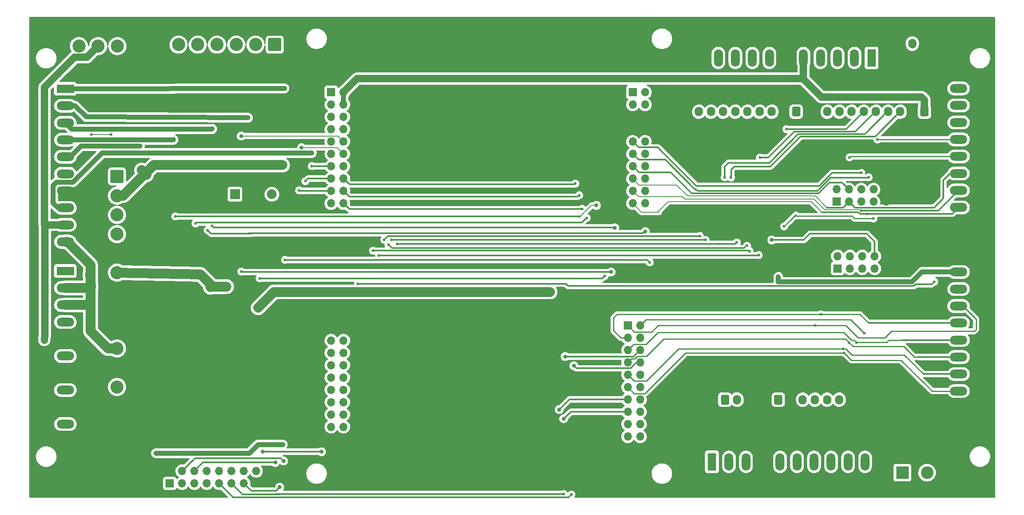
<source format=gbr>
%TF.GenerationSoftware,KiCad,Pcbnew,6.0.8-f2edbf62ab~116~ubuntu20.04.1*%
%TF.CreationDate,2022-12-03T19:21:23+01:00*%
%TF.ProjectId,shield_chm36VA,73686965-6c64-45f6-9368-6d333656412e,rev?*%
%TF.SameCoordinates,Original*%
%TF.FileFunction,Copper,L2,Bot*%
%TF.FilePolarity,Positive*%
%FSLAX46Y46*%
G04 Gerber Fmt 4.6, Leading zero omitted, Abs format (unit mm)*
G04 Created by KiCad (PCBNEW 6.0.8-f2edbf62ab~116~ubuntu20.04.1) date 2022-12-03 19:21:23*
%MOMM*%
%LPD*%
G01*
G04 APERTURE LIST*
G04 Aperture macros list*
%AMRoundRect*
0 Rectangle with rounded corners*
0 $1 Rounding radius*
0 $2 $3 $4 $5 $6 $7 $8 $9 X,Y pos of 4 corners*
0 Add a 4 corners polygon primitive as box body*
4,1,4,$2,$3,$4,$5,$6,$7,$8,$9,$2,$3,0*
0 Add four circle primitives for the rounded corners*
1,1,$1+$1,$2,$3*
1,1,$1+$1,$4,$5*
1,1,$1+$1,$6,$7*
1,1,$1+$1,$8,$9*
0 Add four rect primitives between the rounded corners*
20,1,$1+$1,$2,$3,$4,$5,0*
20,1,$1+$1,$4,$5,$6,$7,0*
20,1,$1+$1,$6,$7,$8,$9,0*
20,1,$1+$1,$8,$9,$2,$3,0*%
G04 Aperture macros list end*
%TA.AperFunction,ComponentPad*%
%ADD10R,2.000000X2.000000*%
%TD*%
%TA.AperFunction,ComponentPad*%
%ADD11C,2.000000*%
%TD*%
%TA.AperFunction,ComponentPad*%
%ADD12R,1.700000X1.700000*%
%TD*%
%TA.AperFunction,ComponentPad*%
%ADD13O,1.700000X1.700000*%
%TD*%
%TA.AperFunction,ComponentPad*%
%ADD14RoundRect,0.250000X0.600000X0.750000X-0.600000X0.750000X-0.600000X-0.750000X0.600000X-0.750000X0*%
%TD*%
%TA.AperFunction,ComponentPad*%
%ADD15O,1.700000X2.000000*%
%TD*%
%TA.AperFunction,ComponentPad*%
%ADD16RoundRect,0.250000X-0.600000X-0.750000X0.600000X-0.750000X0.600000X0.750000X-0.600000X0.750000X0*%
%TD*%
%TA.AperFunction,ComponentPad*%
%ADD17R,3.600000X1.800000*%
%TD*%
%TA.AperFunction,ComponentPad*%
%ADD18O,3.600000X1.800000*%
%TD*%
%TA.AperFunction,ComponentPad*%
%ADD19RoundRect,0.250001X-1.099999X1.099999X-1.099999X-1.099999X1.099999X-1.099999X1.099999X1.099999X0*%
%TD*%
%TA.AperFunction,ComponentPad*%
%ADD20C,2.700000*%
%TD*%
%TA.AperFunction,ComponentPad*%
%ADD21R,1.800000X3.600000*%
%TD*%
%TA.AperFunction,ComponentPad*%
%ADD22O,1.800000X3.600000*%
%TD*%
%TA.AperFunction,ComponentPad*%
%ADD23RoundRect,0.250000X0.600000X0.725000X-0.600000X0.725000X-0.600000X-0.725000X0.600000X-0.725000X0*%
%TD*%
%TA.AperFunction,ComponentPad*%
%ADD24O,1.700000X1.950000*%
%TD*%
%TA.AperFunction,ComponentPad*%
%ADD25RoundRect,0.250001X1.099999X1.099999X-1.099999X1.099999X-1.099999X-1.099999X1.099999X-1.099999X0*%
%TD*%
%TA.AperFunction,ComponentPad*%
%ADD26RoundRect,0.250000X-0.600000X-0.725000X0.600000X-0.725000X0.600000X0.725000X-0.600000X0.725000X0*%
%TD*%
%TA.AperFunction,ComponentPad*%
%ADD27R,2.600000X2.600000*%
%TD*%
%TA.AperFunction,ComponentPad*%
%ADD28C,2.600000*%
%TD*%
%TA.AperFunction,ViaPad*%
%ADD29C,0.800000*%
%TD*%
%TA.AperFunction,ViaPad*%
%ADD30C,0.600000*%
%TD*%
%TA.AperFunction,Conductor*%
%ADD31C,0.300000*%
%TD*%
%TA.AperFunction,Conductor*%
%ADD32C,0.200000*%
%TD*%
%TA.AperFunction,Conductor*%
%ADD33C,2.000000*%
%TD*%
%TA.AperFunction,Conductor*%
%ADD34C,1.500000*%
%TD*%
%TA.AperFunction,Conductor*%
%ADD35C,1.000000*%
%TD*%
%TA.AperFunction,Conductor*%
%ADD36C,0.250000*%
%TD*%
%TA.AperFunction,Conductor*%
%ADD37C,0.500000*%
%TD*%
G04 APERTURE END LIST*
D10*
X86200000Y-80000000D03*
D11*
X93800000Y-80000000D03*
D12*
X209920000Y-81540000D03*
D13*
X209920000Y-79000000D03*
X212460000Y-81540000D03*
X212460000Y-79000000D03*
X215000000Y-81540000D03*
X215000000Y-79000000D03*
X217540000Y-81540000D03*
X217540000Y-79000000D03*
X220080000Y-81540000D03*
X220080000Y-79000000D03*
D12*
X210120000Y-95275000D03*
D13*
X210120000Y-92735000D03*
X212660000Y-95275000D03*
X212660000Y-92735000D03*
X215200000Y-95275000D03*
X215200000Y-92735000D03*
X217740000Y-95275000D03*
X217740000Y-92735000D03*
X220280000Y-95275000D03*
X220280000Y-92735000D03*
D14*
X228000000Y-49000000D03*
D15*
X225500000Y-49000000D03*
D16*
X186950000Y-122275000D03*
D15*
X189450000Y-122275000D03*
D17*
X235000000Y-127500000D03*
D18*
X235000000Y-124000000D03*
X235000000Y-120500000D03*
X235000000Y-117000000D03*
X235000000Y-113500000D03*
X235000000Y-110000000D03*
X235000000Y-106500000D03*
X235000000Y-103000000D03*
X235000000Y-99500000D03*
X235000000Y-96000000D03*
D12*
X168000000Y-59000000D03*
D13*
X170540000Y-59000000D03*
X168000000Y-61540000D03*
X170540000Y-61540000D03*
X168000000Y-64080000D03*
X170540000Y-64080000D03*
X168000000Y-66620000D03*
X170540000Y-66620000D03*
X168000000Y-69160000D03*
X170540000Y-69160000D03*
X168000000Y-71700000D03*
X170540000Y-71700000D03*
X168000000Y-74240000D03*
X170540000Y-74240000D03*
X168000000Y-76780000D03*
X170540000Y-76780000D03*
X168000000Y-79320000D03*
X170540000Y-79320000D03*
X168000000Y-81860000D03*
X170540000Y-81860000D03*
D19*
X61950000Y-76322500D03*
D20*
X61950000Y-80282500D03*
X61950000Y-84242500D03*
X61950000Y-88202500D03*
X61950000Y-92162500D03*
X61950000Y-96122500D03*
D12*
X72800000Y-139500000D03*
D13*
X72800000Y-136960000D03*
X75340000Y-139500000D03*
X75340000Y-136960000D03*
X77880000Y-139500000D03*
X77880000Y-136960000D03*
X80420000Y-139500000D03*
X80420000Y-136960000D03*
X82960000Y-139500000D03*
X82960000Y-136960000D03*
X85500000Y-139500000D03*
X85500000Y-136960000D03*
X88040000Y-139500000D03*
X88040000Y-136960000D03*
X90580000Y-139500000D03*
X90580000Y-136960000D03*
D12*
X106000000Y-59000000D03*
D13*
X108540000Y-59000000D03*
X106000000Y-61540000D03*
X108540000Y-61540000D03*
X106000000Y-64080000D03*
X108540000Y-64080000D03*
X106000000Y-66620000D03*
X108540000Y-66620000D03*
X106000000Y-69160000D03*
X108540000Y-69160000D03*
X106000000Y-71700000D03*
X108540000Y-71700000D03*
X106000000Y-74240000D03*
X108540000Y-74240000D03*
X106000000Y-76780000D03*
X108540000Y-76780000D03*
X106000000Y-79320000D03*
X108540000Y-79320000D03*
X106000000Y-81860000D03*
X108540000Y-81860000D03*
D21*
X184290000Y-135067500D03*
D22*
X187790000Y-135067500D03*
X191290000Y-135067500D03*
X194790000Y-135067500D03*
X198290000Y-135067500D03*
X201790000Y-135067500D03*
X205290000Y-135067500D03*
X208790000Y-135067500D03*
X212290000Y-135067500D03*
X215790000Y-135067500D03*
D21*
X217110000Y-51932500D03*
D22*
X213610000Y-51932500D03*
X210110000Y-51932500D03*
X206610000Y-51932500D03*
X203110000Y-51932500D03*
X199610000Y-51932500D03*
X196110000Y-51932500D03*
X192610000Y-51932500D03*
X189110000Y-51932500D03*
X185610000Y-51932500D03*
D12*
X106000000Y-105000000D03*
D13*
X108540000Y-105000000D03*
X106000000Y-107540000D03*
X108540000Y-107540000D03*
X106000000Y-110080000D03*
X108540000Y-110080000D03*
X106000000Y-112620000D03*
X108540000Y-112620000D03*
X106000000Y-115160000D03*
X108540000Y-115160000D03*
X106000000Y-117700000D03*
X108540000Y-117700000D03*
X106000000Y-120240000D03*
X108540000Y-120240000D03*
X106000000Y-122780000D03*
X108540000Y-122780000D03*
X106000000Y-125320000D03*
X108540000Y-125320000D03*
X106000000Y-127860000D03*
X108540000Y-127860000D03*
D23*
X228000000Y-63000000D03*
D24*
X225500000Y-63000000D03*
X223000000Y-63000000D03*
X220500000Y-63000000D03*
X218000000Y-63000000D03*
X215500000Y-63000000D03*
X213000000Y-63000000D03*
X210500000Y-63000000D03*
X208000000Y-63000000D03*
D25*
X94400000Y-49200000D03*
D20*
X90440000Y-49200000D03*
X86480000Y-49200000D03*
X82520000Y-49200000D03*
X78560000Y-49200000D03*
X74600000Y-49200000D03*
D23*
X201600000Y-63000000D03*
D24*
X199100000Y-63000000D03*
X196600000Y-63000000D03*
X194100000Y-63000000D03*
X191600000Y-63000000D03*
X189100000Y-63000000D03*
X186600000Y-63000000D03*
X184100000Y-63000000D03*
X181600000Y-63000000D03*
D26*
X197950000Y-122275000D03*
D24*
X200450000Y-122275000D03*
X202950000Y-122275000D03*
X205450000Y-122275000D03*
X207950000Y-122275000D03*
X210450000Y-122275000D03*
D17*
X51332500Y-58290000D03*
D18*
X51332500Y-61790000D03*
X51332500Y-65290000D03*
X51332500Y-68790000D03*
X51332500Y-72290000D03*
X51332500Y-75790000D03*
X51332500Y-79290000D03*
X51332500Y-82790000D03*
X51332500Y-86290000D03*
X51332500Y-89790000D03*
D17*
X51332500Y-95790000D03*
D18*
X51332500Y-99290000D03*
X51332500Y-102790000D03*
X51332500Y-106290000D03*
X51332500Y-109790000D03*
X51332500Y-113290000D03*
X51332500Y-116790000D03*
X51332500Y-120290000D03*
X51332500Y-123790000D03*
X51332500Y-127290000D03*
D12*
X167000000Y-107000000D03*
D13*
X169540000Y-107000000D03*
X167000000Y-109540000D03*
X169540000Y-109540000D03*
X167000000Y-112080000D03*
X169540000Y-112080000D03*
X167000000Y-114620000D03*
X169540000Y-114620000D03*
X167000000Y-117160000D03*
X169540000Y-117160000D03*
X167000000Y-119700000D03*
X169540000Y-119700000D03*
X167000000Y-122240000D03*
X169540000Y-122240000D03*
X167000000Y-124780000D03*
X169540000Y-124780000D03*
X167000000Y-127320000D03*
X169540000Y-127320000D03*
X167000000Y-129860000D03*
X169540000Y-129860000D03*
D27*
X223455000Y-137305000D03*
D28*
X228535000Y-137305000D03*
D17*
X235000000Y-89710000D03*
D18*
X235000000Y-86210000D03*
X235000000Y-82710000D03*
X235000000Y-79210000D03*
X235000000Y-75710000D03*
X235000000Y-72210000D03*
X235000000Y-68710000D03*
X235000000Y-65210000D03*
X235000000Y-61710000D03*
X235000000Y-58210000D03*
D25*
X66000000Y-49500000D03*
D20*
X62040000Y-49500000D03*
X58080000Y-49500000D03*
X54120000Y-49500000D03*
D19*
X61950000Y-107782500D03*
D20*
X61950000Y-111742500D03*
X61950000Y-115702500D03*
X61950000Y-119662500D03*
D29*
X84500000Y-74000000D03*
X71000000Y-74000000D03*
X67000000Y-75000000D03*
X91000000Y-74000000D03*
X89500000Y-74000000D03*
X83000000Y-99150000D03*
X68000000Y-76000000D03*
X84500000Y-99000000D03*
X94500000Y-74000000D03*
X81150000Y-99150000D03*
X69500000Y-74000000D03*
X96000000Y-74000000D03*
X77000000Y-74000000D03*
X83000000Y-74000000D03*
X75500000Y-74000000D03*
D30*
X68475000Y-125700000D03*
X98044000Y-60050000D03*
X75946000Y-60572000D03*
X190800000Y-76500000D03*
X195200000Y-86649500D03*
X75550000Y-92650000D03*
X61300000Y-61000000D03*
X187000000Y-68700000D03*
X68580000Y-59772000D03*
X182000000Y-119400000D03*
X83312000Y-59772000D03*
X75946000Y-59772000D03*
X218800000Y-124000000D03*
X200400000Y-76200000D03*
X67375000Y-125800000D03*
X68580000Y-60572000D03*
D29*
X97500000Y-90000000D03*
D30*
X81300000Y-116200000D03*
X179600000Y-125400000D03*
X61300000Y-60200000D03*
X98044000Y-60850000D03*
X74650000Y-100499500D03*
X84700000Y-109600000D03*
X75650000Y-100499500D03*
X84700000Y-122100000D03*
X90678000Y-59772000D03*
D29*
X96524500Y-91600000D03*
X93461833Y-89298221D03*
D30*
X192000000Y-68600000D03*
X74550000Y-92700000D03*
X83312000Y-60572000D03*
X78300000Y-109400000D03*
X78900000Y-110000000D03*
X199000000Y-88200000D03*
D29*
X91500000Y-89400000D03*
D30*
X90678000Y-60572000D03*
X94500000Y-131520000D03*
X71500000Y-133300000D03*
D29*
X197950000Y-97000000D03*
D30*
X96020000Y-131520000D03*
X203000000Y-56200000D03*
D29*
X101000000Y-71500000D03*
D30*
X70300000Y-133300000D03*
D29*
X102000000Y-71500000D03*
X197950000Y-98050000D03*
X47000000Y-108600000D03*
X47000000Y-110000000D03*
D30*
X95358000Y-58200000D03*
X96358000Y-58200000D03*
X88900000Y-64262000D03*
X88000000Y-64212000D03*
X80772000Y-66548000D03*
X81534000Y-66548000D03*
X73550000Y-68750000D03*
X72600000Y-68750000D03*
X66650000Y-70050000D03*
X65650000Y-70050000D03*
X206706499Y-104706499D03*
X157600000Y-83000000D03*
X157000000Y-80200000D03*
X156200000Y-77800000D03*
X188200000Y-76500000D03*
X186900000Y-76500000D03*
X194152319Y-72450999D03*
X199600000Y-66600000D03*
X230000000Y-98000000D03*
X111500000Y-98400000D03*
X216500000Y-76500000D03*
X218290000Y-68710000D03*
X215000000Y-83389500D03*
X212600000Y-72400000D03*
X216300000Y-84000000D03*
X215000000Y-75600000D03*
X217500000Y-85000000D03*
X199136000Y-86614000D03*
X212500000Y-110500000D03*
X205500000Y-107000000D03*
X211500000Y-112649500D03*
X211275500Y-111775500D03*
D29*
X196596000Y-89408000D03*
D30*
X214000000Y-110500000D03*
D29*
X154100000Y-113400000D03*
D30*
X153800000Y-141700000D03*
X183000000Y-89400000D03*
X118449500Y-89405681D03*
X119600000Y-90200000D03*
X189400000Y-89900000D03*
X181800000Y-88600000D03*
X116911755Y-89371669D03*
X117800000Y-90400000D03*
X191500000Y-90600000D03*
X115800000Y-92600000D03*
X193900000Y-92500000D03*
D29*
X87500000Y-68000000D03*
D30*
X114600000Y-91600000D03*
X192041218Y-91703046D03*
D29*
X99907077Y-70400500D03*
X155900000Y-115300000D03*
D30*
X155400000Y-141800000D03*
D29*
X95400000Y-140300000D03*
X152900000Y-124300000D03*
X104000000Y-133000000D03*
X153800000Y-126200000D03*
X91900000Y-133000000D03*
D30*
X102000000Y-74200000D03*
X100700000Y-77300000D03*
X99400000Y-79200000D03*
D29*
X94500000Y-135200000D03*
X96201494Y-134901494D03*
D30*
X158550000Y-84850000D03*
X78100000Y-86000000D03*
D29*
X160528000Y-82296000D03*
D30*
X73950000Y-84550000D03*
X60786592Y-67695124D03*
X56700000Y-67700000D03*
X162250000Y-96800000D03*
X91300000Y-97300000D03*
D29*
X163550000Y-95986000D03*
D30*
X87500000Y-95900000D03*
D29*
X164300000Y-86900000D03*
D30*
X81500000Y-86500000D03*
X80600000Y-87400000D03*
D29*
X170600000Y-87700000D03*
D30*
X215600000Y-108600000D03*
X171500000Y-94000000D03*
X96500000Y-93500000D03*
D29*
X148000000Y-100100000D03*
X150900000Y-100100000D03*
X91900000Y-102400000D03*
X146300000Y-100100000D03*
X149500000Y-100100000D03*
X90955000Y-103355000D03*
X92900000Y-101300000D03*
X94100000Y-100200000D03*
D31*
X212460000Y-81540000D02*
X213660000Y-82740000D01*
X213660000Y-82740000D02*
X229960000Y-82740000D01*
X229960000Y-82740000D02*
X231900000Y-80800000D01*
X231900000Y-77100000D02*
X233290000Y-75710000D01*
X231900000Y-80800000D02*
X231900000Y-77100000D01*
X233290000Y-75710000D02*
X235000000Y-75710000D01*
D32*
X168000000Y-79320000D02*
X169180000Y-80500000D01*
D31*
X214391469Y-83699501D02*
X214730968Y-84039000D01*
X216261000Y-84039000D02*
X216300000Y-84000000D01*
X235000000Y-79210000D02*
X230859500Y-83350500D01*
X230859500Y-83350500D02*
X215039000Y-83350500D01*
D32*
X178200000Y-80500000D02*
X178700000Y-81000000D01*
D31*
X206899501Y-83699501D02*
X214391469Y-83699501D01*
D32*
X205300000Y-81000000D02*
X207500000Y-83200000D01*
X169180000Y-80500000D02*
X178200000Y-80500000D01*
X207500000Y-83200000D02*
X214810500Y-83200000D01*
X178700000Y-81000000D02*
X205300000Y-81000000D01*
D31*
X215039000Y-83350500D02*
X215000000Y-83389500D01*
D32*
X214810500Y-83200000D02*
X215000000Y-83389500D01*
D31*
X214730968Y-84039000D02*
X216261000Y-84039000D01*
D33*
X63217500Y-80282500D02*
X61950000Y-80282500D01*
X56500000Y-99290000D02*
X51332500Y-99290000D01*
X56500000Y-103100000D02*
X56500000Y-108201688D01*
X77000000Y-74000000D02*
X84500000Y-74000000D01*
X51332500Y-102790000D02*
X56190000Y-102790000D01*
X60040812Y-111742500D02*
X61950000Y-111742500D01*
X56500000Y-99100000D02*
X56500000Y-99290000D01*
X51790000Y-89790000D02*
X51332500Y-89790000D01*
X79100000Y-96500000D02*
X81150000Y-98550000D01*
X56500000Y-94500000D02*
X56500000Y-103100000D01*
X61950000Y-96122500D02*
X79100000Y-96500000D01*
X56400000Y-96400000D02*
X56600000Y-99200000D01*
X56500000Y-94500000D02*
X51790000Y-89790000D01*
X91000000Y-74000000D02*
X96000000Y-74000000D01*
X81600000Y-99000000D02*
X84500000Y-99000000D01*
X56500000Y-108201688D02*
X60040812Y-111742500D01*
X81150000Y-98550000D02*
X81150000Y-99150000D01*
X56600000Y-99200000D02*
X56500000Y-99100000D01*
X56190000Y-102790000D02*
X56500000Y-103100000D01*
X69500000Y-74000000D02*
X63217500Y-80282500D01*
X84500000Y-74000000D02*
X91000000Y-74000000D01*
X69500000Y-74000000D02*
X77000000Y-74000000D01*
X81150000Y-98550000D02*
X81600000Y-99000000D01*
X68000000Y-76000000D02*
X67000000Y-75000000D01*
D34*
X228000000Y-60600000D02*
X228000000Y-63000000D01*
D35*
X48832500Y-78167500D02*
X49500000Y-77500000D01*
X58900000Y-71500000D02*
X102000000Y-71500000D01*
X48832500Y-81832500D02*
X48832500Y-78167500D01*
X235000000Y-96000000D02*
X227500000Y-96000000D01*
X73400000Y-133300000D02*
X70000000Y-133300000D01*
X52900000Y-77500000D02*
X58900000Y-71500000D01*
D34*
X203000000Y-56200000D02*
X111340000Y-56200000D01*
D35*
X227500000Y-96000000D02*
X225450000Y-98050000D01*
D34*
X203000000Y-56200000D02*
X206800000Y-60000000D01*
D35*
X51332500Y-82790000D02*
X49790000Y-82790000D01*
X225450000Y-98050000D02*
X197950000Y-98050000D01*
X197950000Y-97000000D02*
X197950000Y-98050000D01*
X89200000Y-133300000D02*
X73400000Y-133300000D01*
D34*
X227400000Y-60000000D02*
X228000000Y-60600000D01*
X111340000Y-56200000D02*
X108540000Y-59000000D01*
D35*
X108540000Y-59000000D02*
X108540000Y-61540000D01*
D34*
X203110000Y-51932500D02*
X203110000Y-56090000D01*
D35*
X49790000Y-82790000D02*
X48832500Y-81832500D01*
D34*
X203110000Y-56090000D02*
X203000000Y-56200000D01*
D35*
X96020000Y-131520000D02*
X90980000Y-131520000D01*
D34*
X206800000Y-60000000D02*
X227400000Y-60000000D01*
D35*
X49500000Y-77500000D02*
X52900000Y-77500000D01*
X90980000Y-131520000D02*
X89200000Y-133300000D01*
D34*
X47000000Y-110000000D02*
X47140000Y-108860000D01*
X47140000Y-86290000D02*
X51332500Y-86290000D01*
X47050000Y-57950000D02*
X47050000Y-86200000D01*
X47140000Y-108860000D02*
X47140000Y-86290000D01*
X58080000Y-49500000D02*
X55780000Y-51800000D01*
X47050000Y-86200000D02*
X47140000Y-86290000D01*
X53200000Y-51800000D02*
X47050000Y-57950000D01*
X55780000Y-51800000D02*
X53200000Y-51800000D01*
D35*
X96258000Y-58250000D02*
X95758000Y-58250000D01*
X51332500Y-58290000D02*
X93810639Y-58250639D01*
X96307361Y-58250639D02*
X96358000Y-58200000D01*
X93810639Y-58250639D02*
X96307361Y-58250639D01*
X93810639Y-58250639D02*
X94500000Y-58250000D01*
X51332500Y-61790000D02*
X53340000Y-61790000D01*
X55650000Y-64100000D02*
X88900000Y-64262000D01*
X53340000Y-61790000D02*
X55650000Y-64100000D01*
X52638124Y-66595624D02*
X51332500Y-65290000D01*
X79672500Y-66631500D02*
X79636624Y-66595624D01*
X80518500Y-66631500D02*
X79672500Y-66631500D01*
X81450500Y-66631500D02*
X81534000Y-66548000D01*
X80550000Y-66600000D02*
X80518500Y-66631500D01*
X79672500Y-66631500D02*
X81450500Y-66631500D01*
X79636624Y-66595624D02*
X52638124Y-66595624D01*
X51042500Y-68750000D02*
X51092000Y-68799500D01*
X73500500Y-68799500D02*
X73550000Y-68750000D01*
X51092000Y-68799500D02*
X73500500Y-68799500D01*
X52332500Y-72290000D02*
X54572500Y-70050000D01*
X65650000Y-70050000D02*
X66650000Y-70050000D01*
X54572500Y-70050000D02*
X65650000Y-70050000D01*
X51332500Y-72290000D02*
X52332500Y-72290000D01*
D36*
X164787501Y-104706499D02*
X214706499Y-104706499D01*
X164084000Y-105410000D02*
X164787501Y-104706499D01*
X165540000Y-109540000D02*
X164084000Y-108084000D01*
X167000000Y-109540000D02*
X165540000Y-109540000D01*
X214706499Y-104706499D02*
X216500000Y-106500000D01*
D31*
X235000000Y-106500000D02*
X216500000Y-106500000D01*
D36*
X164084000Y-108084000D02*
X164084000Y-105410000D01*
D31*
X108540000Y-81860000D02*
X109740000Y-83060000D01*
X110160000Y-83060000D02*
X157540000Y-83060000D01*
X157540000Y-83060000D02*
X157600000Y-83000000D01*
X109740000Y-83060000D02*
X110160000Y-83060000D01*
X108540000Y-79320000D02*
X109740000Y-80520000D01*
X109740000Y-80520000D02*
X110620000Y-80520000D01*
X110620000Y-80520000D02*
X156680000Y-80520000D01*
X156680000Y-80520000D02*
X157000000Y-80200000D01*
X156020000Y-77980000D02*
X156200000Y-77800000D01*
X108540000Y-76780000D02*
X109740000Y-77980000D01*
X109740000Y-77980000D02*
X110420000Y-77980000D01*
X110420000Y-77980000D02*
X156020000Y-77980000D01*
X188300000Y-74900000D02*
X188900000Y-74300000D01*
X217901497Y-68098503D02*
X223000000Y-63000000D01*
X202501497Y-68098503D02*
X217901497Y-68098503D01*
X188200000Y-76500000D02*
X188300000Y-76700000D01*
X188900000Y-74300000D02*
X196300000Y-74300000D01*
X196300000Y-74300000D02*
X202501497Y-68098503D01*
X188300000Y-76700000D02*
X188300000Y-74900000D01*
X220375000Y-63000000D02*
X220500000Y-63000000D01*
X186900000Y-76500000D02*
X186900000Y-74300000D01*
X186900000Y-74300000D02*
X187700000Y-73500000D01*
X196100998Y-73500000D02*
X202001997Y-67599001D01*
X202001997Y-67599001D02*
X215775998Y-67599002D01*
X215775998Y-67599002D02*
X220375000Y-63000000D01*
X187700000Y-73500000D02*
X196100998Y-73500000D01*
X218000000Y-63000000D02*
X217875000Y-63000000D01*
X213775499Y-67099501D02*
X201202497Y-67099501D01*
X201202497Y-67099501D02*
X195850999Y-72450999D01*
X195850999Y-72450999D02*
X194152319Y-72450999D01*
X217875000Y-63000000D02*
X213775499Y-67099501D01*
X199600000Y-66600000D02*
X211900000Y-66600000D01*
X211900000Y-66600000D02*
X215500000Y-63000000D01*
X225801875Y-98899501D02*
X226201376Y-98500000D01*
X229500000Y-98500000D02*
X230000000Y-98000000D01*
X154699501Y-98899501D02*
X154200000Y-98400000D01*
X226201376Y-98500000D02*
X229500000Y-98500000D01*
X154200000Y-98400000D02*
X111500000Y-98400000D01*
X160688499Y-98899501D02*
X154699501Y-98899501D01*
X160688499Y-98899501D02*
X225801875Y-98899501D01*
X180850499Y-79049501D02*
X174700998Y-72900000D01*
X174700998Y-72900000D02*
X169200000Y-72900000D01*
X216500000Y-76500000D02*
X216385734Y-76614266D01*
X181303201Y-79303201D02*
X181000000Y-79000000D01*
X206003201Y-79303201D02*
X181303201Y-79303201D01*
X216385734Y-76614266D02*
X208692136Y-76614266D01*
D37*
X167900000Y-71800000D02*
X168000000Y-71700000D01*
D31*
X208692136Y-76614266D02*
X206003201Y-79303201D01*
X180900000Y-79000000D02*
X180850499Y-79049501D01*
D36*
X235000000Y-68710000D02*
X218290000Y-68710000D01*
D31*
X169200000Y-72900000D02*
X168000000Y-71700000D01*
X181000000Y-79000000D02*
X180900000Y-79000000D01*
X207940000Y-82740000D02*
X211260000Y-82740000D01*
D32*
X169320000Y-78100000D02*
X177000000Y-78100000D01*
X168000000Y-76780000D02*
X169320000Y-78100000D01*
X177000000Y-78100000D02*
X179250000Y-80350000D01*
X179250000Y-80350000D02*
X205550000Y-80350000D01*
D37*
X167930000Y-76850000D02*
X168000000Y-76780000D01*
D32*
X205550000Y-80350000D02*
X207940000Y-82740000D01*
D31*
X211260000Y-82740000D02*
X212460000Y-81540000D01*
X180106402Y-79806402D02*
X175800000Y-75500000D01*
X211060000Y-77600000D02*
X208412804Y-77600000D01*
D36*
X212600000Y-72400000D02*
X212790000Y-72210000D01*
D31*
X208412804Y-77600000D02*
X206206402Y-79806402D01*
X169260000Y-75500000D02*
X168000000Y-74240000D01*
X175800000Y-75500000D02*
X169260000Y-75500000D01*
X206206402Y-79806402D02*
X180106402Y-79806402D01*
D36*
X212790000Y-72210000D02*
X235000000Y-72210000D01*
D31*
X212460000Y-79000000D02*
X211060000Y-77600000D01*
X216300000Y-84000000D02*
X233710000Y-84000000D01*
D32*
X173100499Y-83699501D02*
X175300000Y-81500000D01*
X169150000Y-83010000D02*
X169150000Y-83050000D01*
X168000000Y-81860000D02*
X169150000Y-83010000D01*
X175300000Y-81500000D02*
X204700000Y-81500000D01*
D31*
X233710000Y-84000000D02*
X235000000Y-82710000D01*
D32*
X169799501Y-83699501D02*
X171900499Y-83699501D01*
X171900499Y-83699501D02*
X173400499Y-83699501D01*
X169150000Y-83050000D02*
X169799501Y-83699501D01*
X171900499Y-83699501D02*
X173100499Y-83699501D01*
X204700000Y-81500000D02*
X206899501Y-83699501D01*
D31*
X209000000Y-75600000D02*
X206350000Y-78250000D01*
X206350000Y-78250000D02*
X181050000Y-78250000D01*
X173450000Y-70650000D02*
X173135000Y-70335000D01*
X215000000Y-75600000D02*
X209000000Y-75600000D01*
X168000000Y-69160000D02*
X169200000Y-70360000D01*
X169200000Y-70360000D02*
X173160000Y-70360000D01*
X181050000Y-78250000D02*
X173450000Y-70650000D01*
X173160000Y-70360000D02*
X173450000Y-70650000D01*
D36*
X200625000Y-85125000D02*
X199136000Y-86614000D01*
X201550000Y-84200000D02*
X200625000Y-85125000D01*
X200625000Y-85125000D02*
X201250000Y-84500000D01*
X213116823Y-84500000D02*
X213616823Y-85000000D01*
X213616823Y-85000000D02*
X217500000Y-85000000D01*
X201250000Y-84500000D02*
X213116823Y-84500000D01*
X212500000Y-110500000D02*
X213300000Y-111300000D01*
X211800000Y-109800000D02*
X212500000Y-110500000D01*
X223700000Y-111300000D02*
X225900000Y-113500000D01*
X168991046Y-113300000D02*
X170860000Y-113300000D01*
X167745499Y-113874501D02*
X168416545Y-113874501D01*
D31*
X227100000Y-113500000D02*
X235000000Y-113500000D01*
D36*
X213300000Y-111300000D02*
X223700000Y-111300000D01*
X168416545Y-113874501D02*
X168991046Y-113300000D01*
X167000000Y-114620000D02*
X167745499Y-113874501D01*
X225900000Y-113500000D02*
X227100000Y-113500000D01*
X170860000Y-113300000D02*
X174360000Y-109800000D01*
D31*
X226700000Y-113500000D02*
X227100000Y-113500000D01*
D36*
X174360000Y-109800000D02*
X211800000Y-109800000D01*
X211800000Y-107000000D02*
X214350499Y-109550499D01*
X235900000Y-103000000D02*
X235000000Y-103000000D01*
X238600000Y-107800000D02*
X238600000Y-105700000D01*
X171900000Y-108300000D02*
X173200000Y-107000000D01*
X219849501Y-109550499D02*
X221200000Y-108200000D01*
X221200000Y-108200000D02*
X238200000Y-108200000D01*
X238600000Y-105700000D02*
X235900000Y-103000000D01*
X168300000Y-108300000D02*
X171900000Y-108300000D01*
X173200000Y-107000000D02*
X211800000Y-107000000D01*
X238200000Y-108200000D02*
X238600000Y-107800000D01*
X167000000Y-107000000D02*
X168300000Y-108300000D01*
X214350499Y-109550499D02*
X219849501Y-109550499D01*
X178850500Y-112649500D02*
X211500000Y-112649500D01*
X213025250Y-114174750D02*
X223174750Y-114174750D01*
X211500000Y-112649500D02*
X213025250Y-114174750D01*
X227700000Y-118700000D02*
X227800000Y-118700000D01*
X229600000Y-120500000D02*
X235000000Y-120500000D01*
X167000000Y-119700000D02*
X168300000Y-121000000D01*
X223174750Y-114174750D02*
X227700000Y-118700000D01*
X170500000Y-121000000D02*
X178850500Y-112649500D01*
X168300000Y-121000000D02*
X170500000Y-121000000D01*
X227800000Y-118700000D02*
X229600000Y-120500000D01*
X177464500Y-111775500D02*
X170840000Y-118400000D01*
D31*
X227800000Y-117000000D02*
X235000000Y-117000000D01*
D36*
X211800098Y-111775500D02*
X211275500Y-111775500D01*
X170840000Y-118400000D02*
X168240000Y-118400000D01*
X211275500Y-111775500D02*
X177464500Y-111775500D01*
X227800000Y-117000000D02*
X223850499Y-113050499D01*
X168240000Y-118400000D02*
X167000000Y-117160000D01*
X223850499Y-113050499D02*
X213075097Y-113050499D01*
X213075097Y-113050499D02*
X211800098Y-111775500D01*
D31*
X204470000Y-88138000D02*
X216154000Y-88138000D01*
X203200000Y-89408000D02*
X204470000Y-88138000D01*
X196596000Y-89408000D02*
X203200000Y-89408000D01*
X217740000Y-89724000D02*
X217740000Y-92735000D01*
X216154000Y-88138000D02*
X217740000Y-89724000D01*
D36*
X211400000Y-108400000D02*
X213000000Y-110000000D01*
X173220000Y-108400000D02*
X211400000Y-108400000D01*
X220672086Y-110000000D02*
X224400000Y-110000000D01*
X167000000Y-112080000D02*
X168175000Y-110905000D01*
X220222086Y-110450000D02*
X220672086Y-110000000D01*
D31*
X224400000Y-110000000D02*
X235000000Y-110000000D01*
X223400000Y-110000000D02*
X224400000Y-110000000D01*
D36*
X213527914Y-110000000D02*
X213977914Y-110450000D01*
X213000000Y-110000000D02*
X213527914Y-110000000D01*
X213977914Y-110450000D02*
X220222086Y-110450000D01*
X171010000Y-110610000D02*
X173220000Y-108400000D01*
X170715000Y-110905000D02*
X171010000Y-110610000D01*
X168175000Y-110905000D02*
X170715000Y-110905000D01*
D31*
X154100000Y-113400000D02*
X168220000Y-113400000D01*
X87800000Y-141800000D02*
X89000000Y-141800000D01*
X94600000Y-141700000D02*
X153800000Y-141700000D01*
X168220000Y-113400000D02*
X169540000Y-112080000D01*
X85500000Y-139500000D02*
X87800000Y-141800000D01*
X94400000Y-141800000D02*
X95300000Y-141800000D01*
X89000000Y-141800000D02*
X94400000Y-141800000D01*
D34*
X106000000Y-59000000D02*
X106000000Y-58994415D01*
D31*
X183000000Y-89400000D02*
X118455181Y-89400000D01*
X118455181Y-89400000D02*
X118449500Y-89405681D01*
X185572084Y-90200000D02*
X189100000Y-90200000D01*
X119600000Y-90200000D02*
X185572084Y-90200000D01*
X189100000Y-90200000D02*
X189400000Y-89900000D01*
X185572084Y-90200000D02*
X185594126Y-90177958D01*
X181800000Y-88600000D02*
X117683424Y-88600000D01*
X117683424Y-88600000D02*
X116911755Y-89371669D01*
X190899501Y-91100499D02*
X118500499Y-91100499D01*
X118500499Y-91100499D02*
X117800000Y-90400000D01*
X191500000Y-90600000D02*
X191400000Y-90600000D01*
X191400000Y-90600000D02*
X190899501Y-91100499D01*
X185500000Y-92600000D02*
X115800000Y-92600000D01*
X185500000Y-92600000D02*
X193800000Y-92600000D01*
X186200000Y-92600000D02*
X185500000Y-92600000D01*
X193800000Y-92600000D02*
X193900000Y-92500000D01*
D32*
X108540000Y-69160000D02*
X107390000Y-68010000D01*
X99010000Y-68010000D02*
X87510000Y-68010000D01*
X87510000Y-68010000D02*
X87500000Y-68000000D01*
X107390000Y-68010000D02*
X99010000Y-68010000D01*
D31*
X191938172Y-91600000D02*
X192041218Y-91703046D01*
X114600000Y-91600000D02*
X191938172Y-91600000D01*
D32*
X108540000Y-71700000D02*
X107240500Y-70400500D01*
X107240500Y-70400500D02*
X99907077Y-70400500D01*
D31*
X155900000Y-115300000D02*
X156420000Y-115820000D01*
X85809500Y-142349500D02*
X154850500Y-142349500D01*
X156420000Y-115820000D02*
X167580000Y-115820000D01*
X168780000Y-114620000D02*
X169540000Y-114620000D01*
X167580000Y-115820000D02*
X168780000Y-114620000D01*
X154850500Y-142349500D02*
X155400000Y-141800000D01*
X82960000Y-139500000D02*
X85809500Y-142349500D01*
X94700000Y-141000000D02*
X95400000Y-140300000D01*
X154960000Y-122240000D02*
X167000000Y-122240000D01*
X88040000Y-139500000D02*
X89540000Y-141000000D01*
X90200000Y-141000000D02*
X94700000Y-141000000D01*
X89540000Y-141000000D02*
X90200000Y-141000000D01*
X152900000Y-124300000D02*
X154960000Y-122240000D01*
X155320000Y-124780000D02*
X167000000Y-124780000D01*
X153800000Y-126200000D02*
X155320000Y-124780000D01*
X91900000Y-133000000D02*
X104000000Y-133000000D01*
X102000000Y-74200000D02*
X102040000Y-74240000D01*
X102040000Y-74240000D02*
X106000000Y-74240000D01*
X100700000Y-77300000D02*
X101220000Y-76780000D01*
X101220000Y-76780000D02*
X106000000Y-76780000D01*
X99520000Y-79320000D02*
X106000000Y-79320000D01*
X99400000Y-79200000D02*
X99520000Y-79320000D01*
X79640000Y-135200000D02*
X77880000Y-136960000D01*
X94500000Y-135200000D02*
X79640000Y-135200000D01*
X75340000Y-136960000D02*
X78000000Y-134300000D01*
X95600000Y-134300000D02*
X96201494Y-134901494D01*
X78000000Y-134300000D02*
X95600000Y-134300000D01*
X157549500Y-85850500D02*
X78249500Y-85850500D01*
X158550000Y-84850000D02*
X157549500Y-85850500D01*
X78249500Y-85850500D02*
X78100000Y-86000000D01*
D32*
X159512000Y-82296000D02*
X160528000Y-82296000D01*
X156972000Y-84836000D02*
X157226000Y-84582000D01*
D31*
X73982000Y-84582000D02*
X73950000Y-84550000D01*
D32*
X157734000Y-84074000D02*
X159512000Y-82296000D01*
X60786592Y-67695124D02*
X56704876Y-67695124D01*
X157226000Y-84582000D02*
X157734000Y-84074000D01*
D31*
X157226000Y-84582000D02*
X73982000Y-84582000D01*
D32*
X56704876Y-67695124D02*
X56700000Y-67700000D01*
D31*
X91350000Y-97350000D02*
X91300000Y-97300000D01*
X162250000Y-96800000D02*
X161700000Y-97350000D01*
X161700000Y-97350000D02*
X91350000Y-97350000D01*
X87612000Y-96012000D02*
X87500000Y-95900000D01*
X147888000Y-96012000D02*
X87612000Y-96012000D01*
X147888000Y-96012000D02*
X163524000Y-96012000D01*
X147828000Y-96012000D02*
X147888000Y-96012000D01*
X163524000Y-96012000D02*
X163550000Y-95986000D01*
X81850000Y-86850000D02*
X81500000Y-86500000D01*
X113520000Y-86850000D02*
X158850000Y-86850000D01*
X113520000Y-86850000D02*
X91750000Y-86850000D01*
X158850000Y-86850000D02*
X159250000Y-86850000D01*
X91750000Y-86850000D02*
X81850000Y-86850000D01*
X158850000Y-86850000D02*
X164250000Y-86850000D01*
X91150000Y-86850000D02*
X91100000Y-86800000D01*
X91750000Y-86850000D02*
X91150000Y-86850000D01*
X164250000Y-86850000D02*
X164300000Y-86900000D01*
X89600000Y-88100000D02*
X89699501Y-88000499D01*
X80600000Y-87400000D02*
X81300000Y-88100000D01*
X170600000Y-87700000D02*
X170000000Y-88000499D01*
X89699501Y-88000499D02*
X88999501Y-88000499D01*
X88999501Y-88000499D02*
X88900000Y-88100000D01*
X81300000Y-88100000D02*
X89600000Y-88100000D01*
X170000000Y-88000499D02*
X89699501Y-88000499D01*
D36*
X212825000Y-105825000D02*
X215600000Y-108600000D01*
X170715000Y-105825000D02*
X171525000Y-105825000D01*
X169540000Y-107000000D02*
X170715000Y-105825000D01*
X171525000Y-105825000D02*
X212825000Y-105825000D01*
D31*
X170500000Y-93500000D02*
X171000000Y-93500000D01*
X129000000Y-93500000D02*
X170500000Y-93500000D01*
X171000000Y-93500000D02*
X171500000Y-94000000D01*
X96500000Y-93500000D02*
X116000000Y-93500000D01*
X116000000Y-93500000D02*
X129000000Y-93500000D01*
D33*
X151000000Y-100100000D02*
X94210000Y-100100000D01*
X94210000Y-100100000D02*
X90955000Y-103355000D01*
%TA.AperFunction,Conductor*%
G36*
X242433621Y-43528502D02*
G01*
X242480114Y-43582158D01*
X242491500Y-43634500D01*
X242491500Y-142365500D01*
X242471498Y-142433621D01*
X242417842Y-142480114D01*
X242365500Y-142491500D01*
X156146292Y-142491500D01*
X156078171Y-142471498D01*
X156031678Y-142417842D01*
X156021574Y-142347568D01*
X156041344Y-142295773D01*
X156119742Y-142177773D01*
X156123643Y-142171902D01*
X156188055Y-142002338D01*
X156213299Y-141822717D01*
X156213616Y-141800000D01*
X156193397Y-141619745D01*
X156191080Y-141613091D01*
X156136064Y-141455106D01*
X156136062Y-141455103D01*
X156133745Y-141448448D01*
X156037626Y-141294624D01*
X155944254Y-141200598D01*
X155914778Y-141170915D01*
X155914774Y-141170912D01*
X155909815Y-141165918D01*
X155898697Y-141158862D01*
X155769322Y-141076759D01*
X155756666Y-141068727D01*
X155727463Y-141058328D01*
X155592425Y-141010243D01*
X155592420Y-141010242D01*
X155585790Y-141007881D01*
X155578802Y-141007048D01*
X155578799Y-141007047D01*
X155455698Y-140992368D01*
X155405680Y-140986404D01*
X155398677Y-140987140D01*
X155398676Y-140987140D01*
X155232288Y-141004628D01*
X155232286Y-141004629D01*
X155225288Y-141005364D01*
X155053579Y-141063818D01*
X155047575Y-141067512D01*
X154905095Y-141155166D01*
X154905092Y-141155168D01*
X154899088Y-141158862D01*
X154894053Y-141163793D01*
X154894050Y-141163795D01*
X154774525Y-141280843D01*
X154769493Y-141285771D01*
X154765677Y-141291693D01*
X154737468Y-141335464D01*
X154683754Y-141381889D01*
X154613467Y-141391904D01*
X154548924Y-141362329D01*
X154524703Y-141333978D01*
X154441359Y-141200598D01*
X154437626Y-141194624D01*
X154409120Y-141165918D01*
X154314778Y-141070915D01*
X154314774Y-141070912D01*
X154309815Y-141065918D01*
X154302928Y-141061547D01*
X154188165Y-140988717D01*
X154156666Y-140968727D01*
X154086191Y-140943632D01*
X153992425Y-140910243D01*
X153992420Y-140910242D01*
X153985790Y-140907881D01*
X153978802Y-140907048D01*
X153978799Y-140907047D01*
X153855698Y-140892368D01*
X153805680Y-140886404D01*
X153798677Y-140887140D01*
X153798676Y-140887140D01*
X153632288Y-140904628D01*
X153632286Y-140904629D01*
X153625288Y-140905364D01*
X153563480Y-140926405D01*
X153460249Y-140961547D01*
X153460246Y-140961548D01*
X153453579Y-140963818D01*
X153447581Y-140967508D01*
X153447579Y-140967509D01*
X153357676Y-141022818D01*
X153291654Y-141041500D01*
X96236857Y-141041500D01*
X96168736Y-141021498D01*
X96122243Y-140967842D01*
X96112139Y-140897568D01*
X96134862Y-140841584D01*
X96139040Y-140836944D01*
X96144433Y-140827603D01*
X96231223Y-140677279D01*
X96231224Y-140677278D01*
X96234527Y-140671556D01*
X96293542Y-140489928D01*
X96294651Y-140479382D01*
X96312814Y-140306565D01*
X96313504Y-140300000D01*
X96293542Y-140110072D01*
X96234527Y-139928444D01*
X96139040Y-139763056D01*
X96011253Y-139621134D01*
X95856752Y-139508882D01*
X95850724Y-139506198D01*
X95850722Y-139506197D01*
X95688319Y-139433891D01*
X95688318Y-139433891D01*
X95682288Y-139431206D01*
X95588887Y-139411353D01*
X95501944Y-139392872D01*
X95501939Y-139392872D01*
X95495487Y-139391500D01*
X95304513Y-139391500D01*
X95298061Y-139392872D01*
X95298056Y-139392872D01*
X95211113Y-139411353D01*
X95117712Y-139431206D01*
X95111682Y-139433891D01*
X95111681Y-139433891D01*
X94949278Y-139506197D01*
X94949276Y-139506198D01*
X94943248Y-139508882D01*
X94788747Y-139621134D01*
X94660960Y-139763056D01*
X94565473Y-139928444D01*
X94506458Y-140110072D01*
X94505768Y-140116635D01*
X94505768Y-140116637D01*
X94493993Y-140228670D01*
X94466980Y-140294327D01*
X94408758Y-140334957D01*
X94368683Y-140341500D01*
X89864949Y-140341500D01*
X89796828Y-140321498D01*
X89775854Y-140304595D01*
X89399456Y-139928197D01*
X89365430Y-139865885D01*
X89367994Y-139802472D01*
X89372370Y-139788069D01*
X89401529Y-139566590D01*
X89403156Y-139500000D01*
X89384852Y-139277361D01*
X89330431Y-139060702D01*
X89241354Y-138855840D01*
X89155232Y-138722715D01*
X89122822Y-138672617D01*
X89122820Y-138672614D01*
X89120014Y-138668277D01*
X88969670Y-138503051D01*
X88965619Y-138499852D01*
X88965615Y-138499848D01*
X88798414Y-138367800D01*
X88798410Y-138367798D01*
X88794359Y-138364598D01*
X88753053Y-138341796D01*
X88703084Y-138291364D01*
X88688312Y-138221921D01*
X88713428Y-138155516D01*
X88740780Y-138128909D01*
X88784603Y-138097650D01*
X88919860Y-138001173D01*
X89078096Y-137843489D01*
X89137594Y-137760689D01*
X89208453Y-137662077D01*
X89209776Y-137663028D01*
X89256645Y-137619857D01*
X89326580Y-137607625D01*
X89392026Y-137635144D01*
X89419875Y-137666994D01*
X89479987Y-137765088D01*
X89626250Y-137933938D01*
X89798126Y-138076632D01*
X89991000Y-138189338D01*
X89995825Y-138191180D01*
X89995826Y-138191181D01*
X90068612Y-138218975D01*
X90199692Y-138269030D01*
X90204760Y-138270061D01*
X90204763Y-138270062D01*
X90269216Y-138283175D01*
X90418597Y-138313567D01*
X90423772Y-138313757D01*
X90423774Y-138313757D01*
X90636673Y-138321564D01*
X90636677Y-138321564D01*
X90641837Y-138321753D01*
X90646957Y-138321097D01*
X90646959Y-138321097D01*
X90858288Y-138294025D01*
X90858289Y-138294025D01*
X90863416Y-138293368D01*
X90870096Y-138291364D01*
X91072429Y-138230661D01*
X91072434Y-138230659D01*
X91077384Y-138229174D01*
X91277994Y-138130896D01*
X91459860Y-138001173D01*
X91618096Y-137843489D01*
X91677594Y-137760689D01*
X91745435Y-137666277D01*
X91748453Y-137662077D01*
X91752058Y-137654784D01*
X91762971Y-137632703D01*
X100890743Y-137632703D01*
X100928268Y-137917734D01*
X101004129Y-138195036D01*
X101005813Y-138198984D01*
X101092960Y-138403295D01*
X101116923Y-138459476D01*
X101130882Y-138482799D01*
X101239602Y-138664457D01*
X101264561Y-138706161D01*
X101444313Y-138930528D01*
X101485589Y-138969697D01*
X101641305Y-139117466D01*
X101652851Y-139128423D01*
X101886317Y-139296186D01*
X101890112Y-139298195D01*
X101890113Y-139298196D01*
X101911869Y-139309715D01*
X102140392Y-139430712D01*
X102164699Y-139439607D01*
X102354002Y-139508882D01*
X102410373Y-139529511D01*
X102691264Y-139590755D01*
X102719841Y-139593004D01*
X102914282Y-139608307D01*
X102914291Y-139608307D01*
X102916739Y-139608500D01*
X103072271Y-139608500D01*
X103074407Y-139608354D01*
X103074418Y-139608354D01*
X103282548Y-139594165D01*
X103282554Y-139594164D01*
X103286825Y-139593873D01*
X103291020Y-139593004D01*
X103291022Y-139593004D01*
X103434747Y-139563240D01*
X103568342Y-139535574D01*
X103839343Y-139439607D01*
X104094812Y-139307750D01*
X104098313Y-139305289D01*
X104098317Y-139305287D01*
X104212417Y-139225096D01*
X104330023Y-139142441D01*
X104408403Y-139069606D01*
X104537479Y-138949661D01*
X104537481Y-138949658D01*
X104540622Y-138946740D01*
X104722713Y-138724268D01*
X104872927Y-138479142D01*
X104906222Y-138403295D01*
X104986757Y-138219830D01*
X104988483Y-138215898D01*
X104996792Y-138186731D01*
X105066068Y-137943534D01*
X105067244Y-137939406D01*
X105107751Y-137654784D01*
X105107845Y-137636951D01*
X105107867Y-137632703D01*
X171890743Y-137632703D01*
X171928268Y-137917734D01*
X172004129Y-138195036D01*
X172005813Y-138198984D01*
X172092960Y-138403295D01*
X172116923Y-138459476D01*
X172130882Y-138482799D01*
X172239602Y-138664457D01*
X172264561Y-138706161D01*
X172444313Y-138930528D01*
X172485589Y-138969697D01*
X172641305Y-139117466D01*
X172652851Y-139128423D01*
X172886317Y-139296186D01*
X172890112Y-139298195D01*
X172890113Y-139298196D01*
X172911869Y-139309715D01*
X173140392Y-139430712D01*
X173164699Y-139439607D01*
X173354002Y-139508882D01*
X173410373Y-139529511D01*
X173691264Y-139590755D01*
X173719841Y-139593004D01*
X173914282Y-139608307D01*
X173914291Y-139608307D01*
X173916739Y-139608500D01*
X174072271Y-139608500D01*
X174074407Y-139608354D01*
X174074418Y-139608354D01*
X174282548Y-139594165D01*
X174282554Y-139594164D01*
X174286825Y-139593873D01*
X174291020Y-139593004D01*
X174291022Y-139593004D01*
X174434747Y-139563240D01*
X174568342Y-139535574D01*
X174839343Y-139439607D01*
X175094812Y-139307750D01*
X175098313Y-139305289D01*
X175098317Y-139305287D01*
X175212417Y-139225096D01*
X175330023Y-139142441D01*
X175408403Y-139069606D01*
X175537479Y-138949661D01*
X175537481Y-138949658D01*
X175540622Y-138946740D01*
X175722713Y-138724268D01*
X175766304Y-138653134D01*
X221646500Y-138653134D01*
X221653255Y-138715316D01*
X221704385Y-138851705D01*
X221791739Y-138968261D01*
X221908295Y-139055615D01*
X222044684Y-139106745D01*
X222106866Y-139113500D01*
X224803134Y-139113500D01*
X224865316Y-139106745D01*
X225001705Y-139055615D01*
X225118261Y-138968261D01*
X225205615Y-138851705D01*
X225256745Y-138715316D01*
X225263500Y-138653134D01*
X225263500Y-137257526D01*
X226722050Y-137257526D01*
X226722274Y-137262192D01*
X226722274Y-137262197D01*
X226727097Y-137362596D01*
X226734947Y-137526019D01*
X226787388Y-137789656D01*
X226878220Y-138042646D01*
X226880432Y-138046762D01*
X226880433Y-138046765D01*
X226931535Y-138141869D01*
X227005450Y-138279431D01*
X227008241Y-138283168D01*
X227008245Y-138283175D01*
X227104222Y-138411703D01*
X227166281Y-138494810D01*
X227169590Y-138498090D01*
X227169595Y-138498096D01*
X227337415Y-138664457D01*
X227357180Y-138684050D01*
X227360942Y-138686808D01*
X227360945Y-138686811D01*
X227473299Y-138769192D01*
X227573954Y-138842995D01*
X227578089Y-138845171D01*
X227578093Y-138845173D01*
X227807698Y-138965975D01*
X227811840Y-138968154D01*
X228065613Y-139056775D01*
X228070206Y-139057647D01*
X228325109Y-139106042D01*
X228325112Y-139106042D01*
X228329698Y-139106913D01*
X228457370Y-139111929D01*
X228593625Y-139117283D01*
X228593630Y-139117283D01*
X228598293Y-139117466D01*
X228702607Y-139106042D01*
X228860844Y-139088713D01*
X228860850Y-139088712D01*
X228865497Y-139088203D01*
X228950893Y-139065720D01*
X229120918Y-139020956D01*
X229120920Y-139020955D01*
X229125441Y-139019765D01*
X229232795Y-138973642D01*
X229368120Y-138915502D01*
X229368122Y-138915501D01*
X229372414Y-138913657D01*
X229491071Y-138840230D01*
X229597017Y-138774669D01*
X229597021Y-138774666D01*
X229600990Y-138772210D01*
X229806149Y-138598530D01*
X229983382Y-138396434D01*
X230031419Y-138321753D01*
X230092433Y-138226895D01*
X230128797Y-138170361D01*
X230239199Y-137925278D01*
X230276209Y-137794051D01*
X230310893Y-137671072D01*
X230310894Y-137671069D01*
X230312163Y-137666568D01*
X230330043Y-137526019D01*
X230345688Y-137403045D01*
X230345688Y-137403041D01*
X230346086Y-137399915D01*
X230346850Y-137370755D01*
X230348191Y-137319507D01*
X230348571Y-137305000D01*
X230338220Y-137165716D01*
X230328996Y-137041592D01*
X230328996Y-137041591D01*
X230328650Y-137036937D01*
X230316947Y-136985215D01*
X230270361Y-136779331D01*
X230270360Y-136779326D01*
X230269327Y-136774763D01*
X230171902Y-136524238D01*
X230038518Y-136290864D01*
X230031847Y-136282401D01*
X229967167Y-136200355D01*
X229872105Y-136079769D01*
X229676317Y-135895591D01*
X229478407Y-135758295D01*
X229459299Y-135745039D01*
X229459296Y-135745037D01*
X229455457Y-135742374D01*
X229451264Y-135740306D01*
X229218564Y-135625551D01*
X229218561Y-135625550D01*
X229214376Y-135623486D01*
X229166745Y-135608239D01*
X229070025Y-135577279D01*
X228958370Y-135541538D01*
X228953763Y-135540788D01*
X228953760Y-135540787D01*
X228740337Y-135506029D01*
X228693063Y-135498330D01*
X228562719Y-135496624D01*
X228428961Y-135494873D01*
X228428958Y-135494873D01*
X228424284Y-135494812D01*
X228157937Y-135531060D01*
X227899874Y-135606278D01*
X227655763Y-135718815D01*
X227651854Y-135721378D01*
X227434881Y-135863631D01*
X227434876Y-135863635D01*
X227430968Y-135866197D01*
X227347116Y-135941038D01*
X227241198Y-136035574D01*
X227230426Y-136045188D01*
X227058544Y-136251854D01*
X226919096Y-136481656D01*
X226917287Y-136485970D01*
X226917285Y-136485974D01*
X226844560Y-136659405D01*
X226815148Y-136729545D01*
X226748981Y-136990077D01*
X226722050Y-137257526D01*
X225263500Y-137257526D01*
X225263500Y-135956866D01*
X225256745Y-135894684D01*
X225205615Y-135758295D01*
X225118261Y-135641739D01*
X225106832Y-135633173D01*
X225073562Y-135608239D01*
X225001705Y-135554385D01*
X224865316Y-135503255D01*
X224803134Y-135496500D01*
X222106866Y-135496500D01*
X222044684Y-135503255D01*
X221908295Y-135554385D01*
X221836438Y-135608239D01*
X221803169Y-135633173D01*
X221791739Y-135641739D01*
X221704385Y-135758295D01*
X221653255Y-135894684D01*
X221646500Y-135956866D01*
X221646500Y-138653134D01*
X175766304Y-138653134D01*
X175872927Y-138479142D01*
X175906222Y-138403295D01*
X175986757Y-138219830D01*
X175988483Y-138215898D01*
X175996792Y-138186731D01*
X176066068Y-137943534D01*
X176067244Y-137939406D01*
X176107751Y-137654784D01*
X176107845Y-137636951D01*
X176109235Y-137371583D01*
X176109235Y-137371576D01*
X176109257Y-137367297D01*
X176102966Y-137319507D01*
X176075704Y-137112435D01*
X176071732Y-137082266D01*
X176026147Y-136915634D01*
X182881500Y-136915634D01*
X182888255Y-136977816D01*
X182939385Y-137114205D01*
X183026739Y-137230761D01*
X183143295Y-137318115D01*
X183279684Y-137369245D01*
X183341866Y-137376000D01*
X185238134Y-137376000D01*
X185300316Y-137369245D01*
X185436705Y-137318115D01*
X185553261Y-137230761D01*
X185640615Y-137114205D01*
X185691745Y-136977816D01*
X185698500Y-136915634D01*
X185698500Y-136027512D01*
X186381500Y-136027512D01*
X186396617Y-136205675D01*
X186397957Y-136210839D01*
X186397958Y-136210843D01*
X186422299Y-136304621D01*
X186456668Y-136437040D01*
X186458860Y-136441906D01*
X186514345Y-136565077D01*
X186554843Y-136654980D01*
X186688334Y-136853262D01*
X186853326Y-137026218D01*
X186857603Y-137029401D01*
X186857604Y-137029401D01*
X186861607Y-137032379D01*
X187045100Y-137168902D01*
X187049851Y-137171318D01*
X187049855Y-137171320D01*
X187190720Y-137242939D01*
X187258172Y-137277233D01*
X187357773Y-137308160D01*
X187481349Y-137346532D01*
X187481355Y-137346533D01*
X187486452Y-137348116D01*
X187613883Y-137365006D01*
X187718127Y-137378823D01*
X187718131Y-137378823D01*
X187723411Y-137379523D01*
X187728740Y-137379323D01*
X187728741Y-137379323D01*
X187827075Y-137375631D01*
X187962274Y-137370555D01*
X188062564Y-137349512D01*
X188190984Y-137322567D01*
X188190987Y-137322566D01*
X188196211Y-137321470D01*
X188418533Y-137233671D01*
X188622883Y-137109668D01*
X188627344Y-137105797D01*
X188799386Y-136956507D01*
X188799388Y-136956505D01*
X188803419Y-136953007D01*
X188806802Y-136948881D01*
X188806806Y-136948877D01*
X188924806Y-136804964D01*
X188954978Y-136768167D01*
X188974384Y-136734077D01*
X189070584Y-136565077D01*
X189073227Y-136560434D01*
X189154784Y-136335747D01*
X189160413Y-136304621D01*
X189196580Y-136104615D01*
X189196581Y-136104607D01*
X189197318Y-136100531D01*
X189198500Y-136075468D01*
X189198500Y-136027512D01*
X189881500Y-136027512D01*
X189896617Y-136205675D01*
X189897957Y-136210839D01*
X189897958Y-136210843D01*
X189922299Y-136304621D01*
X189956668Y-136437040D01*
X189958860Y-136441906D01*
X190014345Y-136565077D01*
X190054843Y-136654980D01*
X190188334Y-136853262D01*
X190353326Y-137026218D01*
X190357603Y-137029401D01*
X190357604Y-137029401D01*
X190361607Y-137032379D01*
X190545100Y-137168902D01*
X190549851Y-137171318D01*
X190549855Y-137171320D01*
X190690720Y-137242939D01*
X190758172Y-137277233D01*
X190857773Y-137308160D01*
X190981349Y-137346532D01*
X190981355Y-137346533D01*
X190986452Y-137348116D01*
X191113883Y-137365006D01*
X191218127Y-137378823D01*
X191218131Y-137378823D01*
X191223411Y-137379523D01*
X191228740Y-137379323D01*
X191228741Y-137379323D01*
X191327075Y-137375631D01*
X191462274Y-137370555D01*
X191562564Y-137349512D01*
X191690984Y-137322567D01*
X191690987Y-137322566D01*
X191696211Y-137321470D01*
X191918533Y-137233671D01*
X192122883Y-137109668D01*
X192127344Y-137105797D01*
X192299386Y-136956507D01*
X192299388Y-136956505D01*
X192303419Y-136953007D01*
X192306802Y-136948881D01*
X192306806Y-136948877D01*
X192424806Y-136804964D01*
X192454978Y-136768167D01*
X192474384Y-136734077D01*
X192570584Y-136565077D01*
X192573227Y-136560434D01*
X192654784Y-136335747D01*
X192660413Y-136304621D01*
X192696580Y-136104615D01*
X192696581Y-136104607D01*
X192697318Y-136100531D01*
X192698500Y-136075468D01*
X192698500Y-136027512D01*
X196881500Y-136027512D01*
X196896617Y-136205675D01*
X196897957Y-136210839D01*
X196897958Y-136210843D01*
X196922299Y-136304621D01*
X196956668Y-136437040D01*
X196958860Y-136441906D01*
X197014345Y-136565077D01*
X197054843Y-136654980D01*
X197188334Y-136853262D01*
X197353326Y-137026218D01*
X197357603Y-137029401D01*
X197357604Y-137029401D01*
X197361607Y-137032379D01*
X197545100Y-137168902D01*
X197549851Y-137171318D01*
X197549855Y-137171320D01*
X197690720Y-137242939D01*
X197758172Y-137277233D01*
X197857773Y-137308160D01*
X197981349Y-137346532D01*
X197981355Y-137346533D01*
X197986452Y-137348116D01*
X198113883Y-137365006D01*
X198218127Y-137378823D01*
X198218131Y-137378823D01*
X198223411Y-137379523D01*
X198228740Y-137379323D01*
X198228741Y-137379323D01*
X198327075Y-137375631D01*
X198462274Y-137370555D01*
X198562564Y-137349512D01*
X198690984Y-137322567D01*
X198690987Y-137322566D01*
X198696211Y-137321470D01*
X198918533Y-137233671D01*
X199122883Y-137109668D01*
X199127344Y-137105797D01*
X199299386Y-136956507D01*
X199299388Y-136956505D01*
X199303419Y-136953007D01*
X199306802Y-136948881D01*
X199306806Y-136948877D01*
X199424806Y-136804964D01*
X199454978Y-136768167D01*
X199474384Y-136734077D01*
X199570584Y-136565077D01*
X199573227Y-136560434D01*
X199654784Y-136335747D01*
X199660413Y-136304621D01*
X199696580Y-136104615D01*
X199696581Y-136104607D01*
X199697318Y-136100531D01*
X199698500Y-136075468D01*
X199698500Y-136027512D01*
X200381500Y-136027512D01*
X200396617Y-136205675D01*
X200397957Y-136210839D01*
X200397958Y-136210843D01*
X200422299Y-136304621D01*
X200456668Y-136437040D01*
X200458860Y-136441906D01*
X200514345Y-136565077D01*
X200554843Y-136654980D01*
X200688334Y-136853262D01*
X200853326Y-137026218D01*
X200857603Y-137029401D01*
X200857604Y-137029401D01*
X200861607Y-137032379D01*
X201045100Y-137168902D01*
X201049851Y-137171318D01*
X201049855Y-137171320D01*
X201190720Y-137242939D01*
X201258172Y-137277233D01*
X201357773Y-137308160D01*
X201481349Y-137346532D01*
X201481355Y-137346533D01*
X201486452Y-137348116D01*
X201613883Y-137365006D01*
X201718127Y-137378823D01*
X201718131Y-137378823D01*
X201723411Y-137379523D01*
X201728740Y-137379323D01*
X201728741Y-137379323D01*
X201827075Y-137375631D01*
X201962274Y-137370555D01*
X202062564Y-137349512D01*
X202190984Y-137322567D01*
X202190987Y-137322566D01*
X202196211Y-137321470D01*
X202418533Y-137233671D01*
X202622883Y-137109668D01*
X202627344Y-137105797D01*
X202799386Y-136956507D01*
X202799388Y-136956505D01*
X202803419Y-136953007D01*
X202806802Y-136948881D01*
X202806806Y-136948877D01*
X202924806Y-136804964D01*
X202954978Y-136768167D01*
X202974384Y-136734077D01*
X203070584Y-136565077D01*
X203073227Y-136560434D01*
X203154784Y-136335747D01*
X203160413Y-136304621D01*
X203196580Y-136104615D01*
X203196581Y-136104607D01*
X203197318Y-136100531D01*
X203198500Y-136075468D01*
X203198500Y-136027512D01*
X203881500Y-136027512D01*
X203896617Y-136205675D01*
X203897957Y-136210839D01*
X203897958Y-136210843D01*
X203922299Y-136304621D01*
X203956668Y-136437040D01*
X203958860Y-136441906D01*
X204014345Y-136565077D01*
X204054843Y-136654980D01*
X204188334Y-136853262D01*
X204353326Y-137026218D01*
X204357603Y-137029401D01*
X204357604Y-137029401D01*
X204361607Y-137032379D01*
X204545100Y-137168902D01*
X204549851Y-137171318D01*
X204549855Y-137171320D01*
X204690720Y-137242939D01*
X204758172Y-137277233D01*
X204857773Y-137308160D01*
X204981349Y-137346532D01*
X204981355Y-137346533D01*
X204986452Y-137348116D01*
X205113883Y-137365006D01*
X205218127Y-137378823D01*
X205218131Y-137378823D01*
X205223411Y-137379523D01*
X205228740Y-137379323D01*
X205228741Y-137379323D01*
X205327075Y-137375631D01*
X205462274Y-137370555D01*
X205562564Y-137349512D01*
X205690984Y-137322567D01*
X205690987Y-137322566D01*
X205696211Y-137321470D01*
X205918533Y-137233671D01*
X206122883Y-137109668D01*
X206127344Y-137105797D01*
X206299386Y-136956507D01*
X206299388Y-136956505D01*
X206303419Y-136953007D01*
X206306802Y-136948881D01*
X206306806Y-136948877D01*
X206424806Y-136804964D01*
X206454978Y-136768167D01*
X206474384Y-136734077D01*
X206570584Y-136565077D01*
X206573227Y-136560434D01*
X206654784Y-136335747D01*
X206660413Y-136304621D01*
X206696580Y-136104615D01*
X206696581Y-136104607D01*
X206697318Y-136100531D01*
X206698500Y-136075468D01*
X206698500Y-136027512D01*
X207381500Y-136027512D01*
X207396617Y-136205675D01*
X207397957Y-136210839D01*
X207397958Y-136210843D01*
X207422299Y-136304621D01*
X207456668Y-136437040D01*
X207458860Y-136441906D01*
X207514345Y-136565077D01*
X207554843Y-136654980D01*
X207688334Y-136853262D01*
X207853326Y-137026218D01*
X207857603Y-137029401D01*
X207857604Y-137029401D01*
X207861607Y-137032379D01*
X208045100Y-137168902D01*
X208049851Y-137171318D01*
X208049855Y-137171320D01*
X208190720Y-137242939D01*
X208258172Y-137277233D01*
X208357773Y-137308160D01*
X208481349Y-137346532D01*
X208481355Y-137346533D01*
X208486452Y-137348116D01*
X208613883Y-137365006D01*
X208718127Y-137378823D01*
X208718131Y-137378823D01*
X208723411Y-137379523D01*
X208728740Y-137379323D01*
X208728741Y-137379323D01*
X208827075Y-137375631D01*
X208962274Y-137370555D01*
X209062564Y-137349512D01*
X209190984Y-137322567D01*
X209190987Y-137322566D01*
X209196211Y-137321470D01*
X209418533Y-137233671D01*
X209622883Y-137109668D01*
X209627344Y-137105797D01*
X209799386Y-136956507D01*
X209799388Y-136956505D01*
X209803419Y-136953007D01*
X209806802Y-136948881D01*
X209806806Y-136948877D01*
X209924806Y-136804964D01*
X209954978Y-136768167D01*
X209974384Y-136734077D01*
X210070584Y-136565077D01*
X210073227Y-136560434D01*
X210154784Y-136335747D01*
X210160413Y-136304621D01*
X210196580Y-136104615D01*
X210196581Y-136104607D01*
X210197318Y-136100531D01*
X210198500Y-136075468D01*
X210198500Y-136027512D01*
X210881500Y-136027512D01*
X210896617Y-136205675D01*
X210897957Y-136210839D01*
X210897958Y-136210843D01*
X210922299Y-136304621D01*
X210956668Y-136437040D01*
X210958860Y-136441906D01*
X211014345Y-136565077D01*
X211054843Y-136654980D01*
X211188334Y-136853262D01*
X211353326Y-137026218D01*
X211357603Y-137029401D01*
X211357604Y-137029401D01*
X211361607Y-137032379D01*
X211545100Y-137168902D01*
X211549851Y-137171318D01*
X211549855Y-137171320D01*
X211690720Y-137242939D01*
X211758172Y-137277233D01*
X211857773Y-137308160D01*
X211981349Y-137346532D01*
X211981355Y-137346533D01*
X211986452Y-137348116D01*
X212113883Y-137365006D01*
X212218127Y-137378823D01*
X212218131Y-137378823D01*
X212223411Y-137379523D01*
X212228740Y-137379323D01*
X212228741Y-137379323D01*
X212327075Y-137375631D01*
X212462274Y-137370555D01*
X212562564Y-137349512D01*
X212690984Y-137322567D01*
X212690987Y-137322566D01*
X212696211Y-137321470D01*
X212918533Y-137233671D01*
X213122883Y-137109668D01*
X213127344Y-137105797D01*
X213299386Y-136956507D01*
X213299388Y-136956505D01*
X213303419Y-136953007D01*
X213306802Y-136948881D01*
X213306806Y-136948877D01*
X213424806Y-136804964D01*
X213454978Y-136768167D01*
X213474384Y-136734077D01*
X213570584Y-136565077D01*
X213573227Y-136560434D01*
X213654784Y-136335747D01*
X213660413Y-136304621D01*
X213696580Y-136104615D01*
X213696581Y-136104607D01*
X213697318Y-136100531D01*
X213698500Y-136075468D01*
X213698500Y-136027512D01*
X214381500Y-136027512D01*
X214396617Y-136205675D01*
X214397957Y-136210839D01*
X214397958Y-136210843D01*
X214422299Y-136304621D01*
X214456668Y-136437040D01*
X214458860Y-136441906D01*
X214514345Y-136565077D01*
X214554843Y-136654980D01*
X214688334Y-136853262D01*
X214853326Y-137026218D01*
X214857603Y-137029401D01*
X214857604Y-137029401D01*
X214861607Y-137032379D01*
X215045100Y-137168902D01*
X215049851Y-137171318D01*
X215049855Y-137171320D01*
X215190720Y-137242939D01*
X215258172Y-137277233D01*
X215357773Y-137308160D01*
X215481349Y-137346532D01*
X215481355Y-137346533D01*
X215486452Y-137348116D01*
X215613883Y-137365006D01*
X215718127Y-137378823D01*
X215718131Y-137378823D01*
X215723411Y-137379523D01*
X215728740Y-137379323D01*
X215728741Y-137379323D01*
X215827075Y-137375631D01*
X215962274Y-137370555D01*
X216062564Y-137349512D01*
X216190984Y-137322567D01*
X216190987Y-137322566D01*
X216196211Y-137321470D01*
X216418533Y-137233671D01*
X216622883Y-137109668D01*
X216627344Y-137105797D01*
X216799386Y-136956507D01*
X216799388Y-136956505D01*
X216803419Y-136953007D01*
X216806802Y-136948881D01*
X216806806Y-136948877D01*
X216924806Y-136804964D01*
X216954978Y-136768167D01*
X216974384Y-136734077D01*
X217070584Y-136565077D01*
X217073227Y-136560434D01*
X217154784Y-136335747D01*
X217160413Y-136304621D01*
X217196580Y-136104615D01*
X217196581Y-136104607D01*
X217197318Y-136100531D01*
X217198500Y-136075468D01*
X217198500Y-134132703D01*
X237290743Y-134132703D01*
X237291302Y-134136947D01*
X237291302Y-134136951D01*
X237303741Y-134231433D01*
X237328268Y-134417734D01*
X237404129Y-134695036D01*
X237405813Y-134698984D01*
X237494992Y-134908059D01*
X237516923Y-134959476D01*
X237528310Y-134978502D01*
X237645071Y-135173595D01*
X237664561Y-135206161D01*
X237844313Y-135430528D01*
X237949588Y-135530430D01*
X238028134Y-135604967D01*
X238052851Y-135628423D01*
X238286317Y-135796186D01*
X238290112Y-135798195D01*
X238290113Y-135798196D01*
X238309804Y-135808622D01*
X238540392Y-135930712D01*
X238675383Y-135980112D01*
X238797642Y-136024852D01*
X238810373Y-136029511D01*
X239091264Y-136090755D01*
X239119841Y-136093004D01*
X239314282Y-136108307D01*
X239314291Y-136108307D01*
X239316739Y-136108500D01*
X239472271Y-136108500D01*
X239474407Y-136108354D01*
X239474418Y-136108354D01*
X239682548Y-136094165D01*
X239682554Y-136094164D01*
X239686825Y-136093873D01*
X239691020Y-136093004D01*
X239691022Y-136093004D01*
X239921917Y-136045188D01*
X239968342Y-136035574D01*
X240239343Y-135939607D01*
X240494812Y-135807750D01*
X240498313Y-135805289D01*
X240498317Y-135805287D01*
X240664159Y-135688731D01*
X240730023Y-135642441D01*
X240839416Y-135540787D01*
X240937479Y-135449661D01*
X240937481Y-135449658D01*
X240940622Y-135446740D01*
X241122713Y-135224268D01*
X241272927Y-134979142D01*
X241280725Y-134961379D01*
X241386757Y-134719830D01*
X241388483Y-134715898D01*
X241467244Y-134439406D01*
X241507751Y-134154784D01*
X241507834Y-134139125D01*
X241509235Y-133871583D01*
X241509235Y-133871576D01*
X241509257Y-133867297D01*
X241499639Y-133794237D01*
X241485268Y-133685081D01*
X241471732Y-133582266D01*
X241395871Y-133304964D01*
X241349482Y-133196207D01*
X241284763Y-133044476D01*
X241284761Y-133044472D01*
X241283077Y-133040524D01*
X241200101Y-132901881D01*
X241137643Y-132797521D01*
X241137640Y-132797517D01*
X241135439Y-132793839D01*
X240955687Y-132569472D01*
X240747149Y-132371577D01*
X240513683Y-132203814D01*
X240501887Y-132197568D01*
X240468654Y-132179972D01*
X240259608Y-132069288D01*
X239989627Y-131970489D01*
X239708736Y-131909245D01*
X239677685Y-131906801D01*
X239485718Y-131891693D01*
X239485709Y-131891693D01*
X239483261Y-131891500D01*
X239327729Y-131891500D01*
X239325593Y-131891646D01*
X239325582Y-131891646D01*
X239117452Y-131905835D01*
X239117446Y-131905836D01*
X239113175Y-131906127D01*
X239108980Y-131906996D01*
X239108978Y-131906996D01*
X239081430Y-131912701D01*
X238831658Y-131964426D01*
X238560657Y-132060393D01*
X238305188Y-132192250D01*
X238301687Y-132194711D01*
X238301683Y-132194713D01*
X238297621Y-132197568D01*
X238069977Y-132357559D01*
X238054892Y-132371577D01*
X237950296Y-132468774D01*
X237859378Y-132553260D01*
X237677287Y-132775732D01*
X237527073Y-133020858D01*
X237525347Y-133024791D01*
X237525346Y-133024792D01*
X237457876Y-133178493D01*
X237411517Y-133284102D01*
X237332756Y-133560594D01*
X237292249Y-133845216D01*
X237292227Y-133849505D01*
X237292226Y-133849512D01*
X237290765Y-134128417D01*
X237290743Y-134132703D01*
X217198500Y-134132703D01*
X217198500Y-134107488D01*
X217183383Y-133929325D01*
X217171519Y-133883615D01*
X217124673Y-133703125D01*
X217124671Y-133703120D01*
X217123332Y-133697960D01*
X217067747Y-133574566D01*
X217027347Y-133484881D01*
X217027346Y-133484878D01*
X217025157Y-133480020D01*
X217006630Y-133452500D01*
X216948955Y-133366833D01*
X216891666Y-133281738D01*
X216726674Y-133108782D01*
X216701897Y-133090347D01*
X216598757Y-133013609D01*
X216534900Y-132966098D01*
X216530149Y-132963682D01*
X216530145Y-132963680D01*
X216326586Y-132860186D01*
X216326585Y-132860186D01*
X216321828Y-132857767D01*
X216179362Y-132813530D01*
X216098651Y-132788468D01*
X216098645Y-132788467D01*
X216093548Y-132786884D01*
X215955064Y-132768529D01*
X215861873Y-132756177D01*
X215861869Y-132756177D01*
X215856589Y-132755477D01*
X215851260Y-132755677D01*
X215851259Y-132755677D01*
X215753491Y-132759348D01*
X215617726Y-132764445D01*
X215563933Y-132775732D01*
X215389016Y-132812433D01*
X215389013Y-132812434D01*
X215383789Y-132813530D01*
X215161467Y-132901329D01*
X214957117Y-133025332D01*
X214953087Y-133028829D01*
X214796118Y-133165040D01*
X214776581Y-133181993D01*
X214773198Y-133186119D01*
X214773194Y-133186123D01*
X214696081Y-133280170D01*
X214625022Y-133366833D01*
X214622383Y-133371469D01*
X214622381Y-133371472D01*
X214550603Y-133497568D01*
X214506773Y-133574566D01*
X214425216Y-133799253D01*
X214424267Y-133804502D01*
X214424266Y-133804505D01*
X214383420Y-134030385D01*
X214383419Y-134030393D01*
X214382682Y-134034469D01*
X214381500Y-134059532D01*
X214381500Y-136027512D01*
X213698500Y-136027512D01*
X213698500Y-134107488D01*
X213683383Y-133929325D01*
X213671519Y-133883615D01*
X213624673Y-133703125D01*
X213624671Y-133703120D01*
X213623332Y-133697960D01*
X213567747Y-133574566D01*
X213527347Y-133484881D01*
X213527346Y-133484878D01*
X213525157Y-133480020D01*
X213506630Y-133452500D01*
X213448955Y-133366833D01*
X213391666Y-133281738D01*
X213226674Y-133108782D01*
X213201897Y-133090347D01*
X213098757Y-133013609D01*
X213034900Y-132966098D01*
X213030149Y-132963682D01*
X213030145Y-132963680D01*
X212826586Y-132860186D01*
X212826585Y-132860186D01*
X212821828Y-132857767D01*
X212679362Y-132813530D01*
X212598651Y-132788468D01*
X212598645Y-132788467D01*
X212593548Y-132786884D01*
X212455064Y-132768529D01*
X212361873Y-132756177D01*
X212361869Y-132756177D01*
X212356589Y-132755477D01*
X212351260Y-132755677D01*
X212351259Y-132755677D01*
X212253491Y-132759348D01*
X212117726Y-132764445D01*
X212063933Y-132775732D01*
X211889016Y-132812433D01*
X211889013Y-132812434D01*
X211883789Y-132813530D01*
X211661467Y-132901329D01*
X211457117Y-133025332D01*
X211453087Y-133028829D01*
X211296118Y-133165040D01*
X211276581Y-133181993D01*
X211273198Y-133186119D01*
X211273194Y-133186123D01*
X211196081Y-133280170D01*
X211125022Y-133366833D01*
X211122383Y-133371469D01*
X211122381Y-133371472D01*
X211050603Y-133497568D01*
X211006773Y-133574566D01*
X210925216Y-133799253D01*
X210924267Y-133804502D01*
X210924266Y-133804505D01*
X210883420Y-134030385D01*
X210883419Y-134030393D01*
X210882682Y-134034469D01*
X210881500Y-134059532D01*
X210881500Y-136027512D01*
X210198500Y-136027512D01*
X210198500Y-134107488D01*
X210183383Y-133929325D01*
X210171519Y-133883615D01*
X210124673Y-133703125D01*
X210124671Y-133703120D01*
X210123332Y-133697960D01*
X210067747Y-133574566D01*
X210027347Y-133484881D01*
X210027346Y-133484878D01*
X210025157Y-133480020D01*
X210006630Y-133452500D01*
X209948955Y-133366833D01*
X209891666Y-133281738D01*
X209726674Y-133108782D01*
X209701897Y-133090347D01*
X209598757Y-133013609D01*
X209534900Y-132966098D01*
X209530149Y-132963682D01*
X209530145Y-132963680D01*
X209326586Y-132860186D01*
X209326585Y-132860186D01*
X209321828Y-132857767D01*
X209179362Y-132813530D01*
X209098651Y-132788468D01*
X209098645Y-132788467D01*
X209093548Y-132786884D01*
X208955064Y-132768529D01*
X208861873Y-132756177D01*
X208861869Y-132756177D01*
X208856589Y-132755477D01*
X208851260Y-132755677D01*
X208851259Y-132755677D01*
X208753491Y-132759348D01*
X208617726Y-132764445D01*
X208563933Y-132775732D01*
X208389016Y-132812433D01*
X208389013Y-132812434D01*
X208383789Y-132813530D01*
X208161467Y-132901329D01*
X207957117Y-133025332D01*
X207953087Y-133028829D01*
X207796118Y-133165040D01*
X207776581Y-133181993D01*
X207773198Y-133186119D01*
X207773194Y-133186123D01*
X207696081Y-133280170D01*
X207625022Y-133366833D01*
X207622383Y-133371469D01*
X207622381Y-133371472D01*
X207550603Y-133497568D01*
X207506773Y-133574566D01*
X207425216Y-133799253D01*
X207424267Y-133804502D01*
X207424266Y-133804505D01*
X207383420Y-134030385D01*
X207383419Y-134030393D01*
X207382682Y-134034469D01*
X207381500Y-134059532D01*
X207381500Y-136027512D01*
X206698500Y-136027512D01*
X206698500Y-134107488D01*
X206683383Y-133929325D01*
X206671519Y-133883615D01*
X206624673Y-133703125D01*
X206624671Y-133703120D01*
X206623332Y-133697960D01*
X206567747Y-133574566D01*
X206527347Y-133484881D01*
X206527346Y-133484878D01*
X206525157Y-133480020D01*
X206506630Y-133452500D01*
X206448955Y-133366833D01*
X206391666Y-133281738D01*
X206226674Y-133108782D01*
X206201897Y-133090347D01*
X206098757Y-133013609D01*
X206034900Y-132966098D01*
X206030149Y-132963682D01*
X206030145Y-132963680D01*
X205826586Y-132860186D01*
X205826585Y-132860186D01*
X205821828Y-132857767D01*
X205679362Y-132813530D01*
X205598651Y-132788468D01*
X205598645Y-132788467D01*
X205593548Y-132786884D01*
X205455064Y-132768529D01*
X205361873Y-132756177D01*
X205361869Y-132756177D01*
X205356589Y-132755477D01*
X205351260Y-132755677D01*
X205351259Y-132755677D01*
X205253491Y-132759348D01*
X205117726Y-132764445D01*
X205063933Y-132775732D01*
X204889016Y-132812433D01*
X204889013Y-132812434D01*
X204883789Y-132813530D01*
X204661467Y-132901329D01*
X204457117Y-133025332D01*
X204453087Y-133028829D01*
X204296118Y-133165040D01*
X204276581Y-133181993D01*
X204273198Y-133186119D01*
X204273194Y-133186123D01*
X204196081Y-133280170D01*
X204125022Y-133366833D01*
X204122383Y-133371469D01*
X204122381Y-133371472D01*
X204050603Y-133497568D01*
X204006773Y-133574566D01*
X203925216Y-133799253D01*
X203924267Y-133804502D01*
X203924266Y-133804505D01*
X203883420Y-134030385D01*
X203883419Y-134030393D01*
X203882682Y-134034469D01*
X203881500Y-134059532D01*
X203881500Y-136027512D01*
X203198500Y-136027512D01*
X203198500Y-134107488D01*
X203183383Y-133929325D01*
X203171519Y-133883615D01*
X203124673Y-133703125D01*
X203124671Y-133703120D01*
X203123332Y-133697960D01*
X203067747Y-133574566D01*
X203027347Y-133484881D01*
X203027346Y-133484878D01*
X203025157Y-133480020D01*
X203006630Y-133452500D01*
X202948955Y-133366833D01*
X202891666Y-133281738D01*
X202726674Y-133108782D01*
X202701897Y-133090347D01*
X202598757Y-133013609D01*
X202534900Y-132966098D01*
X202530149Y-132963682D01*
X202530145Y-132963680D01*
X202326586Y-132860186D01*
X202326585Y-132860186D01*
X202321828Y-132857767D01*
X202179362Y-132813530D01*
X202098651Y-132788468D01*
X202098645Y-132788467D01*
X202093548Y-132786884D01*
X201955064Y-132768529D01*
X201861873Y-132756177D01*
X201861869Y-132756177D01*
X201856589Y-132755477D01*
X201851260Y-132755677D01*
X201851259Y-132755677D01*
X201753491Y-132759348D01*
X201617726Y-132764445D01*
X201563933Y-132775732D01*
X201389016Y-132812433D01*
X201389013Y-132812434D01*
X201383789Y-132813530D01*
X201161467Y-132901329D01*
X200957117Y-133025332D01*
X200953087Y-133028829D01*
X200796118Y-133165040D01*
X200776581Y-133181993D01*
X200773198Y-133186119D01*
X200773194Y-133186123D01*
X200696081Y-133280170D01*
X200625022Y-133366833D01*
X200622383Y-133371469D01*
X200622381Y-133371472D01*
X200550603Y-133497568D01*
X200506773Y-133574566D01*
X200425216Y-133799253D01*
X200424267Y-133804502D01*
X200424266Y-133804505D01*
X200383420Y-134030385D01*
X200383419Y-134030393D01*
X200382682Y-134034469D01*
X200381500Y-134059532D01*
X200381500Y-136027512D01*
X199698500Y-136027512D01*
X199698500Y-134107488D01*
X199683383Y-133929325D01*
X199671519Y-133883615D01*
X199624673Y-133703125D01*
X199624671Y-133703120D01*
X199623332Y-133697960D01*
X199567747Y-133574566D01*
X199527347Y-133484881D01*
X199527346Y-133484878D01*
X199525157Y-133480020D01*
X199506630Y-133452500D01*
X199448955Y-133366833D01*
X199391666Y-133281738D01*
X199226674Y-133108782D01*
X199201897Y-133090347D01*
X199098757Y-133013609D01*
X199034900Y-132966098D01*
X199030149Y-132963682D01*
X199030145Y-132963680D01*
X198826586Y-132860186D01*
X198826585Y-132860186D01*
X198821828Y-132857767D01*
X198679362Y-132813530D01*
X198598651Y-132788468D01*
X198598645Y-132788467D01*
X198593548Y-132786884D01*
X198455064Y-132768529D01*
X198361873Y-132756177D01*
X198361869Y-132756177D01*
X198356589Y-132755477D01*
X198351260Y-132755677D01*
X198351259Y-132755677D01*
X198253491Y-132759348D01*
X198117726Y-132764445D01*
X198063933Y-132775732D01*
X197889016Y-132812433D01*
X197889013Y-132812434D01*
X197883789Y-132813530D01*
X197661467Y-132901329D01*
X197457117Y-133025332D01*
X197453087Y-133028829D01*
X197296118Y-133165040D01*
X197276581Y-133181993D01*
X197273198Y-133186119D01*
X197273194Y-133186123D01*
X197196081Y-133280170D01*
X197125022Y-133366833D01*
X197122383Y-133371469D01*
X197122381Y-133371472D01*
X197050603Y-133497568D01*
X197006773Y-133574566D01*
X196925216Y-133799253D01*
X196924267Y-133804502D01*
X196924266Y-133804505D01*
X196883420Y-134030385D01*
X196883419Y-134030393D01*
X196882682Y-134034469D01*
X196881500Y-134059532D01*
X196881500Y-136027512D01*
X192698500Y-136027512D01*
X192698500Y-134107488D01*
X192683383Y-133929325D01*
X192671519Y-133883615D01*
X192624673Y-133703125D01*
X192624671Y-133703120D01*
X192623332Y-133697960D01*
X192567747Y-133574566D01*
X192527347Y-133484881D01*
X192527346Y-133484878D01*
X192525157Y-133480020D01*
X192506630Y-133452500D01*
X192448955Y-133366833D01*
X192391666Y-133281738D01*
X192226674Y-133108782D01*
X192201897Y-133090347D01*
X192098757Y-133013609D01*
X192034900Y-132966098D01*
X192030149Y-132963682D01*
X192030145Y-132963680D01*
X191826586Y-132860186D01*
X191826585Y-132860186D01*
X191821828Y-132857767D01*
X191679362Y-132813530D01*
X191598651Y-132788468D01*
X191598645Y-132788467D01*
X191593548Y-132786884D01*
X191455064Y-132768529D01*
X191361873Y-132756177D01*
X191361869Y-132756177D01*
X191356589Y-132755477D01*
X191351260Y-132755677D01*
X191351259Y-132755677D01*
X191253491Y-132759348D01*
X191117726Y-132764445D01*
X191063933Y-132775732D01*
X190889016Y-132812433D01*
X190889013Y-132812434D01*
X190883789Y-132813530D01*
X190661467Y-132901329D01*
X190457117Y-133025332D01*
X190453087Y-133028829D01*
X190296118Y-133165040D01*
X190276581Y-133181993D01*
X190273198Y-133186119D01*
X190273194Y-133186123D01*
X190196081Y-133280170D01*
X190125022Y-133366833D01*
X190122383Y-133371469D01*
X190122381Y-133371472D01*
X190050603Y-133497568D01*
X190006773Y-133574566D01*
X189925216Y-133799253D01*
X189924267Y-133804502D01*
X189924266Y-133804505D01*
X189883420Y-134030385D01*
X189883419Y-134030393D01*
X189882682Y-134034469D01*
X189881500Y-134059532D01*
X189881500Y-136027512D01*
X189198500Y-136027512D01*
X189198500Y-134107488D01*
X189183383Y-133929325D01*
X189171519Y-133883615D01*
X189124673Y-133703125D01*
X189124671Y-133703120D01*
X189123332Y-133697960D01*
X189067747Y-133574566D01*
X189027347Y-133484881D01*
X189027346Y-133484878D01*
X189025157Y-133480020D01*
X189006630Y-133452500D01*
X188948955Y-133366833D01*
X188891666Y-133281738D01*
X188726674Y-133108782D01*
X188701897Y-133090347D01*
X188598757Y-133013609D01*
X188534900Y-132966098D01*
X188530149Y-132963682D01*
X188530145Y-132963680D01*
X188326586Y-132860186D01*
X188326585Y-132860186D01*
X188321828Y-132857767D01*
X188179362Y-132813530D01*
X188098651Y-132788468D01*
X188098645Y-132788467D01*
X188093548Y-132786884D01*
X187955064Y-132768529D01*
X187861873Y-132756177D01*
X187861869Y-132756177D01*
X187856589Y-132755477D01*
X187851260Y-132755677D01*
X187851259Y-132755677D01*
X187753491Y-132759348D01*
X187617726Y-132764445D01*
X187563933Y-132775732D01*
X187389016Y-132812433D01*
X187389013Y-132812434D01*
X187383789Y-132813530D01*
X187161467Y-132901329D01*
X186957117Y-133025332D01*
X186953087Y-133028829D01*
X186796118Y-133165040D01*
X186776581Y-133181993D01*
X186773198Y-133186119D01*
X186773194Y-133186123D01*
X186696081Y-133280170D01*
X186625022Y-133366833D01*
X186622383Y-133371469D01*
X186622381Y-133371472D01*
X186550603Y-133497568D01*
X186506773Y-133574566D01*
X186425216Y-133799253D01*
X186424267Y-133804502D01*
X186424266Y-133804505D01*
X186383420Y-134030385D01*
X186383419Y-134030393D01*
X186382682Y-134034469D01*
X186381500Y-134059532D01*
X186381500Y-136027512D01*
X185698500Y-136027512D01*
X185698500Y-133219366D01*
X185691745Y-133157184D01*
X185640615Y-133020795D01*
X185553261Y-132904239D01*
X185436705Y-132816885D01*
X185300316Y-132765755D01*
X185238134Y-132759000D01*
X183341866Y-132759000D01*
X183279684Y-132765755D01*
X183143295Y-132816885D01*
X183026739Y-132904239D01*
X182939385Y-133020795D01*
X182888255Y-133157184D01*
X182881500Y-133219366D01*
X182881500Y-136915634D01*
X176026147Y-136915634D01*
X175995871Y-136804964D01*
X175950924Y-136699588D01*
X175884763Y-136544476D01*
X175884761Y-136544472D01*
X175883077Y-136540524D01*
X175808527Y-136415960D01*
X175737643Y-136297521D01*
X175737640Y-136297517D01*
X175735439Y-136293839D01*
X175555687Y-136069472D01*
X175375833Y-135898797D01*
X175350258Y-135874527D01*
X175350255Y-135874525D01*
X175347149Y-135871577D01*
X175113683Y-135703814D01*
X175091843Y-135692250D01*
X175068654Y-135679972D01*
X174859608Y-135569288D01*
X174679164Y-135503255D01*
X174593658Y-135471964D01*
X174593656Y-135471963D01*
X174589627Y-135470489D01*
X174308736Y-135409245D01*
X174277685Y-135406801D01*
X174085718Y-135391693D01*
X174085709Y-135391693D01*
X174083261Y-135391500D01*
X173927729Y-135391500D01*
X173925593Y-135391646D01*
X173925582Y-135391646D01*
X173717452Y-135405835D01*
X173717446Y-135405836D01*
X173713175Y-135406127D01*
X173708980Y-135406996D01*
X173708978Y-135406996D01*
X173611484Y-135427186D01*
X173431658Y-135464426D01*
X173160657Y-135560393D01*
X173156848Y-135562359D01*
X172989141Y-135648919D01*
X172905188Y-135692250D01*
X172901687Y-135694711D01*
X172901683Y-135694713D01*
X172841595Y-135736944D01*
X172669977Y-135857559D01*
X172637988Y-135887285D01*
X172464192Y-136048787D01*
X172459378Y-136053260D01*
X172277287Y-136275732D01*
X172127073Y-136520858D01*
X172011517Y-136784102D01*
X171932756Y-137060594D01*
X171917795Y-137165716D01*
X171896873Y-137312729D01*
X171892249Y-137345216D01*
X171892227Y-137349505D01*
X171892226Y-137349512D01*
X171891072Y-137569829D01*
X171890743Y-137632703D01*
X105107867Y-137632703D01*
X105109235Y-137371583D01*
X105109235Y-137371576D01*
X105109257Y-137367297D01*
X105102966Y-137319507D01*
X105075704Y-137112435D01*
X105071732Y-137082266D01*
X104995871Y-136804964D01*
X104950924Y-136699588D01*
X104884763Y-136544476D01*
X104884761Y-136544472D01*
X104883077Y-136540524D01*
X104808527Y-136415960D01*
X104737643Y-136297521D01*
X104737640Y-136297517D01*
X104735439Y-136293839D01*
X104555687Y-136069472D01*
X104375833Y-135898797D01*
X104350258Y-135874527D01*
X104350255Y-135874525D01*
X104347149Y-135871577D01*
X104113683Y-135703814D01*
X104091843Y-135692250D01*
X104068654Y-135679972D01*
X103859608Y-135569288D01*
X103679164Y-135503255D01*
X103593658Y-135471964D01*
X103593656Y-135471963D01*
X103589627Y-135470489D01*
X103308736Y-135409245D01*
X103277685Y-135406801D01*
X103085718Y-135391693D01*
X103085709Y-135391693D01*
X103083261Y-135391500D01*
X102927729Y-135391500D01*
X102925593Y-135391646D01*
X102925582Y-135391646D01*
X102717452Y-135405835D01*
X102717446Y-135405836D01*
X102713175Y-135406127D01*
X102708980Y-135406996D01*
X102708978Y-135406996D01*
X102611484Y-135427186D01*
X102431658Y-135464426D01*
X102160657Y-135560393D01*
X102156848Y-135562359D01*
X101989141Y-135648919D01*
X101905188Y-135692250D01*
X101901687Y-135694711D01*
X101901683Y-135694713D01*
X101841595Y-135736944D01*
X101669977Y-135857559D01*
X101637988Y-135887285D01*
X101464192Y-136048787D01*
X101459378Y-136053260D01*
X101277287Y-136275732D01*
X101127073Y-136520858D01*
X101011517Y-136784102D01*
X100932756Y-137060594D01*
X100917795Y-137165716D01*
X100896873Y-137312729D01*
X100892249Y-137345216D01*
X100892227Y-137349505D01*
X100892226Y-137349512D01*
X100891072Y-137569829D01*
X100890743Y-137632703D01*
X91762971Y-137632703D01*
X91845136Y-137466453D01*
X91845137Y-137466451D01*
X91847430Y-137461811D01*
X91912370Y-137248069D01*
X91941529Y-137026590D01*
X91943156Y-136960000D01*
X91924852Y-136737361D01*
X91870431Y-136520702D01*
X91781354Y-136315840D01*
X91710085Y-136205675D01*
X91662822Y-136132617D01*
X91662820Y-136132614D01*
X91660014Y-136128277D01*
X91656532Y-136124450D01*
X91606350Y-136069300D01*
X91575298Y-136005454D01*
X91583693Y-135934955D01*
X91628869Y-135880187D01*
X91699543Y-135858500D01*
X93819776Y-135858500D01*
X93887897Y-135878502D01*
X93893834Y-135882562D01*
X93900335Y-135887285D01*
X93969644Y-135937641D01*
X94043248Y-135991118D01*
X94049276Y-135993802D01*
X94049278Y-135993803D01*
X94211681Y-136066109D01*
X94217712Y-136068794D01*
X94286602Y-136083437D01*
X94398056Y-136107128D01*
X94398061Y-136107128D01*
X94404513Y-136108500D01*
X94595487Y-136108500D01*
X94601939Y-136107128D01*
X94601944Y-136107128D01*
X94713398Y-136083437D01*
X94782288Y-136068794D01*
X94788319Y-136066109D01*
X94950722Y-135993803D01*
X94950724Y-135993802D01*
X94956752Y-135991118D01*
X95111253Y-135878866D01*
X95212245Y-135766703D01*
X95234621Y-135741852D01*
X95234622Y-135741851D01*
X95239040Y-135736944D01*
X95317294Y-135601405D01*
X95331223Y-135577279D01*
X95331224Y-135577278D01*
X95334527Y-135571556D01*
X95336569Y-135565271D01*
X95337090Y-135564101D01*
X95383070Y-135510006D01*
X95450997Y-135489356D01*
X95519305Y-135508708D01*
X95545830Y-135531036D01*
X95590241Y-135580360D01*
X95744742Y-135692612D01*
X95750770Y-135695296D01*
X95750772Y-135695297D01*
X95876129Y-135751109D01*
X95919206Y-135770288D01*
X96012606Y-135790141D01*
X96099550Y-135808622D01*
X96099555Y-135808622D01*
X96106007Y-135809994D01*
X96296981Y-135809994D01*
X96303433Y-135808622D01*
X96303438Y-135808622D01*
X96390382Y-135790141D01*
X96483782Y-135770288D01*
X96526859Y-135751109D01*
X96652216Y-135695297D01*
X96652218Y-135695296D01*
X96658246Y-135692612D01*
X96812747Y-135580360D01*
X96830725Y-135560393D01*
X96936115Y-135443346D01*
X96936116Y-135443345D01*
X96940534Y-135438438D01*
X97036021Y-135273050D01*
X97095036Y-135091422D01*
X97107251Y-134975208D01*
X97114308Y-134908059D01*
X97114998Y-134901494D01*
X97095036Y-134711566D01*
X97036021Y-134529938D01*
X96940534Y-134364550D01*
X96890067Y-134308500D01*
X96817169Y-134227539D01*
X96817168Y-134227538D01*
X96812747Y-134222628D01*
X96713455Y-134150488D01*
X96663588Y-134114257D01*
X96663587Y-134114256D01*
X96658246Y-134110376D01*
X96652218Y-134107692D01*
X96652216Y-134107691D01*
X96489813Y-134035385D01*
X96489812Y-134035385D01*
X96483782Y-134032700D01*
X96372401Y-134009025D01*
X96303438Y-133994366D01*
X96303433Y-133994366D01*
X96296981Y-133992994D01*
X96276444Y-133992994D01*
X96208323Y-133972992D01*
X96187349Y-133956089D01*
X96123655Y-133892395D01*
X96115665Y-133883615D01*
X96115663Y-133883613D01*
X96111416Y-133876920D01*
X96105637Y-133871493D01*
X96100584Y-133865385D01*
X96103130Y-133863279D01*
X96074844Y-133815138D01*
X96077681Y-133744199D01*
X96118421Y-133686054D01*
X96184129Y-133659166D01*
X96197062Y-133658500D01*
X103319776Y-133658500D01*
X103387897Y-133678502D01*
X103393834Y-133682562D01*
X103408330Y-133693094D01*
X103504586Y-133763028D01*
X103543248Y-133791118D01*
X103549276Y-133793802D01*
X103549278Y-133793803D01*
X103686483Y-133854890D01*
X103717712Y-133868794D01*
X103797606Y-133885776D01*
X103898056Y-133907128D01*
X103898061Y-133907128D01*
X103904513Y-133908500D01*
X104095487Y-133908500D01*
X104101939Y-133907128D01*
X104101944Y-133907128D01*
X104202394Y-133885776D01*
X104282288Y-133868794D01*
X104313517Y-133854890D01*
X104450722Y-133793803D01*
X104450724Y-133793802D01*
X104456752Y-133791118D01*
X104495415Y-133763028D01*
X104584972Y-133697960D01*
X104611253Y-133678866D01*
X104629591Y-133658500D01*
X104734621Y-133541852D01*
X104734622Y-133541851D01*
X104739040Y-133536944D01*
X104834527Y-133371556D01*
X104893542Y-133189928D01*
X104896984Y-133157184D01*
X104912814Y-133006565D01*
X104913504Y-133000000D01*
X104909687Y-132963680D01*
X104894232Y-132816635D01*
X104894232Y-132816633D01*
X104893542Y-132810072D01*
X104834527Y-132628444D01*
X104809840Y-132585684D01*
X104742341Y-132468774D01*
X104739040Y-132463056D01*
X104732628Y-132455934D01*
X104615675Y-132326045D01*
X104615674Y-132326044D01*
X104611253Y-132321134D01*
X104456752Y-132208882D01*
X104450724Y-132206198D01*
X104450722Y-132206197D01*
X104288319Y-132133891D01*
X104288318Y-132133891D01*
X104282288Y-132131206D01*
X104188887Y-132111353D01*
X104101944Y-132092872D01*
X104101939Y-132092872D01*
X104095487Y-132091500D01*
X103904513Y-132091500D01*
X103898061Y-132092872D01*
X103898056Y-132092872D01*
X103811113Y-132111353D01*
X103717712Y-132131206D01*
X103711682Y-132133891D01*
X103711681Y-132133891D01*
X103549278Y-132206197D01*
X103549276Y-132206198D01*
X103543248Y-132208882D01*
X103394092Y-132317251D01*
X103393837Y-132317436D01*
X103326969Y-132341294D01*
X103319776Y-132341500D01*
X96917084Y-132341500D01*
X96848963Y-132321498D01*
X96802470Y-132267842D01*
X96792366Y-132197568D01*
X96819999Y-132135185D01*
X96856201Y-132091425D01*
X96856203Y-132091421D01*
X96860130Y-132086675D01*
X96954198Y-131912701D01*
X97012682Y-131723768D01*
X97033355Y-131527075D01*
X97015430Y-131330112D01*
X96959590Y-131140381D01*
X96954509Y-131130661D01*
X96875348Y-130979242D01*
X96867960Y-130965110D01*
X96744032Y-130810975D01*
X96737727Y-130805684D01*
X96695062Y-130769884D01*
X96592526Y-130683846D01*
X96587128Y-130680879D01*
X96587123Y-130680875D01*
X96424608Y-130591533D01*
X96424609Y-130591533D01*
X96419213Y-130588567D01*
X96413346Y-130586706D01*
X96413344Y-130586705D01*
X96236564Y-130530627D01*
X96236563Y-130530627D01*
X96230694Y-130528765D01*
X96076773Y-130511500D01*
X91041842Y-130511500D01*
X91028235Y-130510763D01*
X90996737Y-130507341D01*
X90996732Y-130507341D01*
X90990611Y-130506676D01*
X90972611Y-130508251D01*
X90940609Y-130511050D01*
X90935784Y-130511379D01*
X90933313Y-130511500D01*
X90930231Y-130511500D01*
X90907763Y-130513703D01*
X90887489Y-130515691D01*
X90886174Y-130515813D01*
X90853913Y-130518636D01*
X90793587Y-130523913D01*
X90788468Y-130525400D01*
X90783167Y-130525920D01*
X90694166Y-130552791D01*
X90693033Y-130553126D01*
X90609586Y-130577370D01*
X90609582Y-130577372D01*
X90603664Y-130579091D01*
X90598932Y-130581544D01*
X90593831Y-130583084D01*
X90588388Y-130585978D01*
X90511740Y-130626731D01*
X90510574Y-130627343D01*
X90446247Y-130660688D01*
X90428074Y-130670108D01*
X90423911Y-130673431D01*
X90419204Y-130675934D01*
X90347082Y-130734755D01*
X90346226Y-130735446D01*
X90307027Y-130766738D01*
X90304523Y-130769242D01*
X90303805Y-130769884D01*
X90299472Y-130773585D01*
X90265938Y-130800935D01*
X90262011Y-130805682D01*
X90262009Y-130805684D01*
X90236713Y-130836262D01*
X90228723Y-130845042D01*
X88819171Y-132254595D01*
X88756859Y-132288620D01*
X88730076Y-132291500D01*
X69950231Y-132291500D01*
X69947175Y-132291800D01*
X69947168Y-132291800D01*
X69888660Y-132297537D01*
X69803167Y-132305920D01*
X69797266Y-132307702D01*
X69797264Y-132307702D01*
X69765637Y-132317251D01*
X69613831Y-132363084D01*
X69439204Y-132455934D01*
X69430472Y-132463056D01*
X69290713Y-132577040D01*
X69290710Y-132577043D01*
X69285938Y-132580935D01*
X69282011Y-132585682D01*
X69282009Y-132585684D01*
X69163799Y-132728575D01*
X69163797Y-132728579D01*
X69159870Y-132733325D01*
X69065802Y-132907299D01*
X69007318Y-133096232D01*
X69006674Y-133102357D01*
X69006674Y-133102358D01*
X68987986Y-133280170D01*
X68986645Y-133292925D01*
X68993229Y-133365271D01*
X68998793Y-133426405D01*
X69004570Y-133489888D01*
X69006308Y-133495794D01*
X69006309Y-133495798D01*
X69027513Y-133567842D01*
X69060410Y-133679619D01*
X69063263Y-133685077D01*
X69063265Y-133685081D01*
X69075242Y-133707990D01*
X69152040Y-133854890D01*
X69275968Y-134009025D01*
X69427474Y-134136154D01*
X69432872Y-134139121D01*
X69432877Y-134139125D01*
X69469096Y-134159036D01*
X69600787Y-134231433D01*
X69606654Y-134233294D01*
X69606656Y-134233295D01*
X69783436Y-134289373D01*
X69789306Y-134291235D01*
X69943227Y-134308500D01*
X76756050Y-134308500D01*
X76824171Y-134328502D01*
X76870664Y-134382158D01*
X76880768Y-134452432D01*
X76851274Y-134517012D01*
X76845145Y-134523595D01*
X75767335Y-135601405D01*
X75705023Y-135635431D01*
X75656145Y-135636357D01*
X75595480Y-135625551D01*
X75473373Y-135603800D01*
X75473367Y-135603799D01*
X75468284Y-135602894D01*
X75394452Y-135601992D01*
X75250081Y-135600228D01*
X75250079Y-135600228D01*
X75244911Y-135600165D01*
X75024091Y-135633955D01*
X74811756Y-135703357D01*
X74613607Y-135806507D01*
X74609474Y-135809610D01*
X74609471Y-135809612D01*
X74442530Y-135934955D01*
X74434965Y-135940635D01*
X74431393Y-135944373D01*
X74304694Y-136076956D01*
X74280629Y-136102138D01*
X74154743Y-136286680D01*
X74139003Y-136320590D01*
X74064239Y-136481656D01*
X74060688Y-136489305D01*
X74000989Y-136704570D01*
X73977251Y-136926695D01*
X73977548Y-136931848D01*
X73977548Y-136931851D01*
X73988477Y-137121391D01*
X73990110Y-137149715D01*
X73991247Y-137154761D01*
X73991248Y-137154767D01*
X74009473Y-137235633D01*
X74039222Y-137367639D01*
X74123266Y-137574616D01*
X74161465Y-137636951D01*
X74237291Y-137760688D01*
X74239987Y-137765088D01*
X74386250Y-137933938D01*
X74558126Y-138076632D01*
X74628595Y-138117811D01*
X74631445Y-138119476D01*
X74680169Y-138171114D01*
X74693240Y-138240897D01*
X74666509Y-138306669D01*
X74626055Y-138340027D01*
X74613607Y-138346507D01*
X74609474Y-138349610D01*
X74609471Y-138349612D01*
X74442193Y-138475208D01*
X74434965Y-138480635D01*
X74378537Y-138539684D01*
X74354283Y-138565064D01*
X74292759Y-138600494D01*
X74221846Y-138597037D01*
X74164060Y-138555791D01*
X74145207Y-138522243D01*
X74103767Y-138411703D01*
X74100615Y-138403295D01*
X74013261Y-138286739D01*
X73896705Y-138199385D01*
X73760316Y-138148255D01*
X73698134Y-138141500D01*
X71901866Y-138141500D01*
X71839684Y-138148255D01*
X71703295Y-138199385D01*
X71586739Y-138286739D01*
X71499385Y-138403295D01*
X71448255Y-138539684D01*
X71441500Y-138601866D01*
X71441500Y-140398134D01*
X71448255Y-140460316D01*
X71499385Y-140596705D01*
X71586739Y-140713261D01*
X71703295Y-140800615D01*
X71839684Y-140851745D01*
X71901866Y-140858500D01*
X73698134Y-140858500D01*
X73760316Y-140851745D01*
X73896705Y-140800615D01*
X74013261Y-140713261D01*
X74100615Y-140596705D01*
X74122799Y-140537529D01*
X74144598Y-140479382D01*
X74187240Y-140422618D01*
X74253802Y-140397918D01*
X74323150Y-140413126D01*
X74357817Y-140441114D01*
X74386250Y-140473938D01*
X74558126Y-140616632D01*
X74751000Y-140729338D01*
X74959692Y-140809030D01*
X74964760Y-140810061D01*
X74964763Y-140810062D01*
X75060875Y-140829616D01*
X75178597Y-140853567D01*
X75183772Y-140853757D01*
X75183774Y-140853757D01*
X75396673Y-140861564D01*
X75396677Y-140861564D01*
X75401837Y-140861753D01*
X75406957Y-140861097D01*
X75406959Y-140861097D01*
X75618288Y-140834025D01*
X75618289Y-140834025D01*
X75623416Y-140833368D01*
X75628369Y-140831882D01*
X75832429Y-140770661D01*
X75832434Y-140770659D01*
X75837384Y-140769174D01*
X76037994Y-140670896D01*
X76219860Y-140541173D01*
X76264985Y-140496206D01*
X76363616Y-140397918D01*
X76378096Y-140383489D01*
X76508453Y-140202077D01*
X76509776Y-140203028D01*
X76556645Y-140159857D01*
X76626580Y-140147625D01*
X76692026Y-140175144D01*
X76719875Y-140206994D01*
X76779987Y-140305088D01*
X76926250Y-140473938D01*
X77098126Y-140616632D01*
X77291000Y-140729338D01*
X77499692Y-140809030D01*
X77504760Y-140810061D01*
X77504763Y-140810062D01*
X77600875Y-140829616D01*
X77718597Y-140853567D01*
X77723772Y-140853757D01*
X77723774Y-140853757D01*
X77936673Y-140861564D01*
X77936677Y-140861564D01*
X77941837Y-140861753D01*
X77946957Y-140861097D01*
X77946959Y-140861097D01*
X78158288Y-140834025D01*
X78158289Y-140834025D01*
X78163416Y-140833368D01*
X78168369Y-140831882D01*
X78372429Y-140770661D01*
X78372434Y-140770659D01*
X78377384Y-140769174D01*
X78577994Y-140670896D01*
X78759860Y-140541173D01*
X78804985Y-140496206D01*
X78903616Y-140397918D01*
X78918096Y-140383489D01*
X79048453Y-140202077D01*
X79049776Y-140203028D01*
X79096645Y-140159857D01*
X79166580Y-140147625D01*
X79232026Y-140175144D01*
X79259875Y-140206994D01*
X79319987Y-140305088D01*
X79466250Y-140473938D01*
X79638126Y-140616632D01*
X79831000Y-140729338D01*
X80039692Y-140809030D01*
X80044760Y-140810061D01*
X80044763Y-140810062D01*
X80140875Y-140829616D01*
X80258597Y-140853567D01*
X80263772Y-140853757D01*
X80263774Y-140853757D01*
X80476673Y-140861564D01*
X80476677Y-140861564D01*
X80481837Y-140861753D01*
X80486957Y-140861097D01*
X80486959Y-140861097D01*
X80698288Y-140834025D01*
X80698289Y-140834025D01*
X80703416Y-140833368D01*
X80708369Y-140831882D01*
X80912429Y-140770661D01*
X80912434Y-140770659D01*
X80917384Y-140769174D01*
X81117994Y-140670896D01*
X81299860Y-140541173D01*
X81344985Y-140496206D01*
X81443616Y-140397918D01*
X81458096Y-140383489D01*
X81588453Y-140202077D01*
X81589776Y-140203028D01*
X81636645Y-140159857D01*
X81706580Y-140147625D01*
X81772026Y-140175144D01*
X81799875Y-140206994D01*
X81859987Y-140305088D01*
X82006250Y-140473938D01*
X82178126Y-140616632D01*
X82371000Y-140729338D01*
X82579692Y-140809030D01*
X82584760Y-140810061D01*
X82584763Y-140810062D01*
X82680875Y-140829616D01*
X82798597Y-140853567D01*
X82803772Y-140853757D01*
X82803774Y-140853757D01*
X83016673Y-140861564D01*
X83016677Y-140861564D01*
X83021837Y-140861753D01*
X83026957Y-140861097D01*
X83026959Y-140861097D01*
X83099961Y-140851745D01*
X83243416Y-140833368D01*
X83262631Y-140827603D01*
X83333623Y-140827185D01*
X83387933Y-140859193D01*
X84805145Y-142276405D01*
X84839171Y-142338717D01*
X84834106Y-142409532D01*
X84791559Y-142466368D01*
X84725039Y-142491179D01*
X84716050Y-142491500D01*
X44034500Y-142491500D01*
X43966379Y-142471498D01*
X43919886Y-142417842D01*
X43908500Y-142365500D01*
X43908500Y-134132703D01*
X45290743Y-134132703D01*
X45291302Y-134136947D01*
X45291302Y-134136951D01*
X45303741Y-134231433D01*
X45328268Y-134417734D01*
X45404129Y-134695036D01*
X45405813Y-134698984D01*
X45494992Y-134908059D01*
X45516923Y-134959476D01*
X45528310Y-134978502D01*
X45645071Y-135173595D01*
X45664561Y-135206161D01*
X45844313Y-135430528D01*
X45949588Y-135530430D01*
X46028134Y-135604967D01*
X46052851Y-135628423D01*
X46286317Y-135796186D01*
X46290112Y-135798195D01*
X46290113Y-135798196D01*
X46309804Y-135808622D01*
X46540392Y-135930712D01*
X46675383Y-135980112D01*
X46797642Y-136024852D01*
X46810373Y-136029511D01*
X47091264Y-136090755D01*
X47119841Y-136093004D01*
X47314282Y-136108307D01*
X47314291Y-136108307D01*
X47316739Y-136108500D01*
X47472271Y-136108500D01*
X47474407Y-136108354D01*
X47474418Y-136108354D01*
X47682548Y-136094165D01*
X47682554Y-136094164D01*
X47686825Y-136093873D01*
X47691020Y-136093004D01*
X47691022Y-136093004D01*
X47921917Y-136045188D01*
X47968342Y-136035574D01*
X48239343Y-135939607D01*
X48494812Y-135807750D01*
X48498313Y-135805289D01*
X48498317Y-135805287D01*
X48664159Y-135688731D01*
X48730023Y-135642441D01*
X48839416Y-135540787D01*
X48937479Y-135449661D01*
X48937481Y-135449658D01*
X48940622Y-135446740D01*
X49122713Y-135224268D01*
X49272927Y-134979142D01*
X49280725Y-134961379D01*
X49386757Y-134719830D01*
X49388483Y-134715898D01*
X49467244Y-134439406D01*
X49507751Y-134154784D01*
X49507834Y-134139125D01*
X49509235Y-133871583D01*
X49509235Y-133871576D01*
X49509257Y-133867297D01*
X49499639Y-133794237D01*
X49485268Y-133685081D01*
X49471732Y-133582266D01*
X49395871Y-133304964D01*
X49349482Y-133196207D01*
X49284763Y-133044476D01*
X49284761Y-133044472D01*
X49283077Y-133040524D01*
X49200101Y-132901881D01*
X49137643Y-132797521D01*
X49137640Y-132797517D01*
X49135439Y-132793839D01*
X48955687Y-132569472D01*
X48747149Y-132371577D01*
X48513683Y-132203814D01*
X48501887Y-132197568D01*
X48468654Y-132179972D01*
X48259608Y-132069288D01*
X47989627Y-131970489D01*
X47708736Y-131909245D01*
X47677685Y-131906801D01*
X47485718Y-131891693D01*
X47485709Y-131891693D01*
X47483261Y-131891500D01*
X47327729Y-131891500D01*
X47325593Y-131891646D01*
X47325582Y-131891646D01*
X47117452Y-131905835D01*
X47117446Y-131905836D01*
X47113175Y-131906127D01*
X47108980Y-131906996D01*
X47108978Y-131906996D01*
X47081430Y-131912701D01*
X46831658Y-131964426D01*
X46560657Y-132060393D01*
X46305188Y-132192250D01*
X46301687Y-132194711D01*
X46301683Y-132194713D01*
X46297621Y-132197568D01*
X46069977Y-132357559D01*
X46054892Y-132371577D01*
X45950296Y-132468774D01*
X45859378Y-132553260D01*
X45677287Y-132775732D01*
X45527073Y-133020858D01*
X45525347Y-133024791D01*
X45525346Y-133024792D01*
X45457876Y-133178493D01*
X45411517Y-133284102D01*
X45332756Y-133560594D01*
X45292249Y-133845216D01*
X45292227Y-133849505D01*
X45292226Y-133849512D01*
X45290765Y-134128417D01*
X45290743Y-134132703D01*
X43908500Y-134132703D01*
X43908500Y-127223411D01*
X49020477Y-127223411D01*
X49029445Y-127462274D01*
X49030540Y-127467492D01*
X49060380Y-127609707D01*
X49078530Y-127696211D01*
X49166329Y-127918533D01*
X49290332Y-128122883D01*
X49293829Y-128126913D01*
X49438766Y-128293938D01*
X49446993Y-128303419D01*
X49451119Y-128306802D01*
X49451123Y-128306806D01*
X49550129Y-128387985D01*
X49631833Y-128454978D01*
X49636469Y-128457617D01*
X49636472Y-128457619D01*
X49749886Y-128522178D01*
X49839566Y-128573227D01*
X50064253Y-128654784D01*
X50069502Y-128655733D01*
X50069505Y-128655734D01*
X50295385Y-128696580D01*
X50295393Y-128696581D01*
X50299469Y-128697318D01*
X50317859Y-128698185D01*
X50323044Y-128698430D01*
X50323051Y-128698430D01*
X50324532Y-128698500D01*
X52292512Y-128698500D01*
X52470675Y-128683383D01*
X52475839Y-128682043D01*
X52475843Y-128682042D01*
X52696875Y-128624673D01*
X52696880Y-128624671D01*
X52702040Y-128623332D01*
X52777868Y-128589174D01*
X52915119Y-128527347D01*
X52915122Y-128527346D01*
X52919980Y-128525157D01*
X52927853Y-128519857D01*
X52988510Y-128479020D01*
X53118262Y-128391666D01*
X53291218Y-128226674D01*
X53433902Y-128034900D01*
X53438287Y-128026277D01*
X53539759Y-127826695D01*
X104637251Y-127826695D01*
X104637548Y-127831848D01*
X104637548Y-127831851D01*
X104648249Y-128017438D01*
X104650110Y-128049715D01*
X104651247Y-128054761D01*
X104651248Y-128054767D01*
X104671119Y-128142939D01*
X104699222Y-128267639D01*
X104783266Y-128474616D01*
X104829056Y-128549338D01*
X104897291Y-128660688D01*
X104899987Y-128665088D01*
X105046250Y-128833938D01*
X105218126Y-128976632D01*
X105411000Y-129089338D01*
X105619692Y-129169030D01*
X105624760Y-129170061D01*
X105624763Y-129170062D01*
X105732017Y-129191883D01*
X105838597Y-129213567D01*
X105843772Y-129213757D01*
X105843774Y-129213757D01*
X106056673Y-129221564D01*
X106056677Y-129221564D01*
X106061837Y-129221753D01*
X106066957Y-129221097D01*
X106066959Y-129221097D01*
X106278288Y-129194025D01*
X106278289Y-129194025D01*
X106283416Y-129193368D01*
X106319971Y-129182401D01*
X106492429Y-129130661D01*
X106492434Y-129130659D01*
X106497384Y-129129174D01*
X106697994Y-129030896D01*
X106879860Y-128901173D01*
X106918116Y-128863051D01*
X107034435Y-128747137D01*
X107038096Y-128743489D01*
X107051671Y-128724598D01*
X107168453Y-128562077D01*
X107169776Y-128563028D01*
X107216645Y-128519857D01*
X107286580Y-128507625D01*
X107352026Y-128535144D01*
X107379875Y-128566994D01*
X107439987Y-128665088D01*
X107586250Y-128833938D01*
X107758126Y-128976632D01*
X107951000Y-129089338D01*
X108159692Y-129169030D01*
X108164760Y-129170061D01*
X108164763Y-129170062D01*
X108272017Y-129191883D01*
X108378597Y-129213567D01*
X108383772Y-129213757D01*
X108383774Y-129213757D01*
X108596673Y-129221564D01*
X108596677Y-129221564D01*
X108601837Y-129221753D01*
X108606957Y-129221097D01*
X108606959Y-129221097D01*
X108818288Y-129194025D01*
X108818289Y-129194025D01*
X108823416Y-129193368D01*
X108859971Y-129182401D01*
X109032429Y-129130661D01*
X109032434Y-129130659D01*
X109037384Y-129129174D01*
X109237994Y-129030896D01*
X109419860Y-128901173D01*
X109458116Y-128863051D01*
X109574435Y-128747137D01*
X109578096Y-128743489D01*
X109591671Y-128724598D01*
X109705435Y-128566277D01*
X109708453Y-128562077D01*
X109729320Y-128519857D01*
X109805136Y-128366453D01*
X109805137Y-128366451D01*
X109807430Y-128361811D01*
X109872370Y-128148069D01*
X109901529Y-127926590D01*
X109901611Y-127923240D01*
X109903074Y-127863365D01*
X109903074Y-127863361D01*
X109903156Y-127860000D01*
X109884852Y-127637361D01*
X109830431Y-127420702D01*
X109741354Y-127215840D01*
X109668045Y-127102522D01*
X109622822Y-127032617D01*
X109622820Y-127032614D01*
X109620014Y-127028277D01*
X109469670Y-126863051D01*
X109465619Y-126859852D01*
X109465615Y-126859848D01*
X109298414Y-126727800D01*
X109298410Y-126727798D01*
X109294359Y-126724598D01*
X109253053Y-126701796D01*
X109203084Y-126651364D01*
X109188312Y-126581921D01*
X109213428Y-126515516D01*
X109240780Y-126488909D01*
X109291001Y-126453087D01*
X109419860Y-126361173D01*
X109427735Y-126353326D01*
X109574435Y-126207137D01*
X109578096Y-126203489D01*
X109585321Y-126193435D01*
X109705435Y-126026277D01*
X109708453Y-126022077D01*
X109714711Y-126009416D01*
X109805136Y-125826453D01*
X109805137Y-125826451D01*
X109807430Y-125821811D01*
X109872370Y-125608069D01*
X109901529Y-125386590D01*
X109903156Y-125320000D01*
X109884852Y-125097361D01*
X109830431Y-124880702D01*
X109741354Y-124675840D01*
X109668045Y-124562522D01*
X109622822Y-124492617D01*
X109622820Y-124492614D01*
X109620014Y-124488277D01*
X109469670Y-124323051D01*
X109465619Y-124319852D01*
X109465615Y-124319848D01*
X109440483Y-124300000D01*
X151986496Y-124300000D01*
X152006458Y-124489928D01*
X152065473Y-124671556D01*
X152160960Y-124836944D01*
X152288747Y-124978866D01*
X152443248Y-125091118D01*
X152449276Y-125093802D01*
X152449278Y-125093803D01*
X152611681Y-125166109D01*
X152617712Y-125168794D01*
X152711113Y-125188647D01*
X152798056Y-125207128D01*
X152798061Y-125207128D01*
X152804513Y-125208500D01*
X152995487Y-125208500D01*
X153001939Y-125207128D01*
X153001944Y-125207128D01*
X153088887Y-125188647D01*
X153182288Y-125168794D01*
X153188319Y-125166109D01*
X153350722Y-125093803D01*
X153350724Y-125093802D01*
X153356752Y-125091118D01*
X153511253Y-124978866D01*
X153639040Y-124836944D01*
X153734527Y-124671556D01*
X153793542Y-124489928D01*
X153806755Y-124364213D01*
X153833768Y-124298558D01*
X153842970Y-124288290D01*
X155195855Y-122935405D01*
X155258167Y-122901379D01*
X155284950Y-122898500D01*
X165739594Y-122898500D01*
X165807715Y-122918502D01*
X165847027Y-122958665D01*
X165899987Y-123045088D01*
X166046250Y-123213938D01*
X166218126Y-123356632D01*
X166243385Y-123371392D01*
X166291445Y-123399476D01*
X166340169Y-123451114D01*
X166353240Y-123520897D01*
X166326509Y-123586669D01*
X166286055Y-123620027D01*
X166279426Y-123623478D01*
X166273607Y-123626507D01*
X166269474Y-123629610D01*
X166269471Y-123629612D01*
X166099396Y-123757308D01*
X166094965Y-123760635D01*
X165940629Y-123922138D01*
X165937720Y-123926403D01*
X165937714Y-123926411D01*
X165842149Y-124066504D01*
X165787238Y-124111507D01*
X165738061Y-124121500D01*
X155320928Y-124121500D01*
X155246442Y-124121307D01*
X155246438Y-124121307D01*
X155238514Y-124121287D01*
X155230825Y-124123240D01*
X155204736Y-124129866D01*
X155189511Y-124132750D01*
X155162803Y-124136124D01*
X155162802Y-124136124D01*
X155154936Y-124137118D01*
X155131364Y-124146451D01*
X155124424Y-124149198D01*
X155109065Y-124154166D01*
X155084945Y-124160293D01*
X155084940Y-124160295D01*
X155077259Y-124162246D01*
X155070303Y-124166046D01*
X155070302Y-124166047D01*
X155046671Y-124178958D01*
X155032645Y-124185536D01*
X155000244Y-124198365D01*
X154973686Y-124217661D01*
X154960055Y-124226286D01*
X154931256Y-124242022D01*
X154905789Y-124265814D01*
X154893846Y-124275668D01*
X154865643Y-124296159D01*
X154860593Y-124302264D01*
X154860586Y-124302270D01*
X154844721Y-124321447D01*
X154833653Y-124333203D01*
X153844187Y-125257573D01*
X153780754Y-125289460D01*
X153758172Y-125291500D01*
X153704513Y-125291500D01*
X153698061Y-125292872D01*
X153698056Y-125292872D01*
X153611112Y-125311353D01*
X153517712Y-125331206D01*
X153511682Y-125333891D01*
X153511681Y-125333891D01*
X153349278Y-125406197D01*
X153349276Y-125406198D01*
X153343248Y-125408882D01*
X153337907Y-125412762D01*
X153337906Y-125412763D01*
X153302482Y-125438500D01*
X153188747Y-125521134D01*
X153184326Y-125526044D01*
X153184325Y-125526045D01*
X153115090Y-125602939D01*
X153060960Y-125663056D01*
X153023673Y-125727639D01*
X152969303Y-125821811D01*
X152965473Y-125828444D01*
X152906458Y-126010072D01*
X152905768Y-126016633D01*
X152905768Y-126016635D01*
X152899462Y-126076638D01*
X152886496Y-126200000D01*
X152887186Y-126206565D01*
X152903061Y-126357604D01*
X152906458Y-126389928D01*
X152965473Y-126571556D01*
X153060960Y-126736944D01*
X153065378Y-126741851D01*
X153065379Y-126741852D01*
X153146014Y-126831406D01*
X153188747Y-126878866D01*
X153343248Y-126991118D01*
X153349276Y-126993802D01*
X153349278Y-126993803D01*
X153511681Y-127066109D01*
X153517712Y-127068794D01*
X153611112Y-127088647D01*
X153698056Y-127107128D01*
X153698061Y-127107128D01*
X153704513Y-127108500D01*
X153895487Y-127108500D01*
X153901939Y-127107128D01*
X153901944Y-127107128D01*
X153988888Y-127088647D01*
X154082288Y-127068794D01*
X154088319Y-127066109D01*
X154250722Y-126993803D01*
X154250724Y-126993802D01*
X154256752Y-126991118D01*
X154411253Y-126878866D01*
X154453986Y-126831406D01*
X154534621Y-126741852D01*
X154534622Y-126741851D01*
X154539040Y-126736944D01*
X154634527Y-126571556D01*
X154693542Y-126389928D01*
X154696564Y-126361173D01*
X154703023Y-126299726D01*
X154730037Y-126234069D01*
X154742318Y-126220824D01*
X155543418Y-125472427D01*
X155606851Y-125440540D01*
X155629433Y-125438500D01*
X165739594Y-125438500D01*
X165807715Y-125458502D01*
X165847027Y-125498665D01*
X165899987Y-125585088D01*
X166046250Y-125753938D01*
X166218126Y-125896632D01*
X166265416Y-125924266D01*
X166291445Y-125939476D01*
X166340169Y-125991114D01*
X166353240Y-126060897D01*
X166326509Y-126126669D01*
X166286055Y-126160027D01*
X166273607Y-126166507D01*
X166269474Y-126169610D01*
X166269471Y-126169612D01*
X166099100Y-126297530D01*
X166094965Y-126300635D01*
X165940629Y-126462138D01*
X165937720Y-126466403D01*
X165937714Y-126466411D01*
X165870276Y-126565271D01*
X165814743Y-126646680D01*
X165778575Y-126724598D01*
X165726154Y-126837530D01*
X165720688Y-126849305D01*
X165660989Y-127064570D01*
X165637251Y-127286695D01*
X165637548Y-127291848D01*
X165637548Y-127291851D01*
X165643011Y-127386590D01*
X165650110Y-127509715D01*
X165651247Y-127514761D01*
X165651248Y-127514767D01*
X165667810Y-127588256D01*
X165699222Y-127727639D01*
X165783266Y-127934616D01*
X165834019Y-128017438D01*
X165897291Y-128120688D01*
X165899987Y-128125088D01*
X166046250Y-128293938D01*
X166218126Y-128436632D01*
X166243729Y-128451593D01*
X166291445Y-128479476D01*
X166340169Y-128531114D01*
X166353240Y-128600897D01*
X166326509Y-128666669D01*
X166286055Y-128700027D01*
X166273607Y-128706507D01*
X166269474Y-128709610D01*
X166269471Y-128709612D01*
X166099100Y-128837530D01*
X166094965Y-128840635D01*
X165940629Y-129002138D01*
X165937720Y-129006403D01*
X165937714Y-129006411D01*
X165919838Y-129032617D01*
X165814743Y-129186680D01*
X165720688Y-129389305D01*
X165660989Y-129604570D01*
X165637251Y-129826695D01*
X165637548Y-129831848D01*
X165637548Y-129831851D01*
X165643011Y-129926590D01*
X165650110Y-130049715D01*
X165651247Y-130054761D01*
X165651248Y-130054767D01*
X165671119Y-130142939D01*
X165699222Y-130267639D01*
X165783266Y-130474616D01*
X165831148Y-130552752D01*
X165897291Y-130660688D01*
X165899987Y-130665088D01*
X166046250Y-130833938D01*
X166218126Y-130976632D01*
X166411000Y-131089338D01*
X166619692Y-131169030D01*
X166624760Y-131170061D01*
X166624763Y-131170062D01*
X166732017Y-131191883D01*
X166838597Y-131213567D01*
X166843772Y-131213757D01*
X166843774Y-131213757D01*
X167056673Y-131221564D01*
X167056677Y-131221564D01*
X167061837Y-131221753D01*
X167066957Y-131221097D01*
X167066959Y-131221097D01*
X167278288Y-131194025D01*
X167278289Y-131194025D01*
X167283416Y-131193368D01*
X167288366Y-131191883D01*
X167492429Y-131130661D01*
X167492434Y-131130659D01*
X167497384Y-131129174D01*
X167697994Y-131030896D01*
X167879860Y-130901173D01*
X167936188Y-130845042D01*
X167980449Y-130800935D01*
X168038096Y-130743489D01*
X168043812Y-130735535D01*
X168168453Y-130562077D01*
X168169776Y-130563028D01*
X168216645Y-130519857D01*
X168286580Y-130507625D01*
X168352026Y-130535144D01*
X168379875Y-130566994D01*
X168387288Y-130579091D01*
X168439987Y-130665088D01*
X168586250Y-130833938D01*
X168758126Y-130976632D01*
X168951000Y-131089338D01*
X169159692Y-131169030D01*
X169164760Y-131170061D01*
X169164763Y-131170062D01*
X169272017Y-131191883D01*
X169378597Y-131213567D01*
X169383772Y-131213757D01*
X169383774Y-131213757D01*
X169596673Y-131221564D01*
X169596677Y-131221564D01*
X169601837Y-131221753D01*
X169606957Y-131221097D01*
X169606959Y-131221097D01*
X169818288Y-131194025D01*
X169818289Y-131194025D01*
X169823416Y-131193368D01*
X169828366Y-131191883D01*
X170032429Y-131130661D01*
X170032434Y-131130659D01*
X170037384Y-131129174D01*
X170237994Y-131030896D01*
X170419860Y-130901173D01*
X170476188Y-130845042D01*
X170520449Y-130800935D01*
X170578096Y-130743489D01*
X170583812Y-130735535D01*
X170705435Y-130566277D01*
X170708453Y-130562077D01*
X170712957Y-130552965D01*
X170805136Y-130366453D01*
X170805137Y-130366451D01*
X170807430Y-130361811D01*
X170872370Y-130148069D01*
X170901529Y-129926590D01*
X170903156Y-129860000D01*
X170884852Y-129637361D01*
X170830431Y-129420702D01*
X170741354Y-129215840D01*
X170683813Y-129126895D01*
X170622822Y-129032617D01*
X170622820Y-129032614D01*
X170620014Y-129028277D01*
X170469670Y-128863051D01*
X170465619Y-128859852D01*
X170465615Y-128859848D01*
X170298414Y-128727800D01*
X170298410Y-128727798D01*
X170294359Y-128724598D01*
X170253053Y-128701796D01*
X170203084Y-128651364D01*
X170188312Y-128581921D01*
X170213428Y-128515516D01*
X170240780Y-128488909D01*
X170293095Y-128451593D01*
X170419860Y-128361173D01*
X170578096Y-128203489D01*
X170637594Y-128120689D01*
X170705435Y-128026277D01*
X170708453Y-128022077D01*
X170729320Y-127979857D01*
X170805136Y-127826453D01*
X170805137Y-127826451D01*
X170807430Y-127821811D01*
X170872370Y-127608069D01*
X170901529Y-127386590D01*
X170903156Y-127320000D01*
X170884852Y-127097361D01*
X170830431Y-126880702D01*
X170741354Y-126675840D01*
X170659516Y-126549338D01*
X170622822Y-126492617D01*
X170622820Y-126492614D01*
X170620014Y-126488277D01*
X170469670Y-126323051D01*
X170465619Y-126319852D01*
X170465615Y-126319848D01*
X170298414Y-126187800D01*
X170298410Y-126187798D01*
X170294359Y-126184598D01*
X170253053Y-126161796D01*
X170203084Y-126111364D01*
X170188312Y-126041921D01*
X170213428Y-125975516D01*
X170240780Y-125948909D01*
X170284603Y-125917650D01*
X170419860Y-125821173D01*
X170578096Y-125663489D01*
X170708453Y-125482077D01*
X170713223Y-125472427D01*
X170805136Y-125286453D01*
X170805137Y-125286451D01*
X170807430Y-125281811D01*
X170863470Y-125097361D01*
X170870865Y-125073023D01*
X170870865Y-125073021D01*
X170872370Y-125068069D01*
X170901529Y-124846590D01*
X170901900Y-124831406D01*
X170903074Y-124783365D01*
X170903074Y-124783361D01*
X170903156Y-124780000D01*
X170884852Y-124557361D01*
X170830431Y-124340702D01*
X170741354Y-124135840D01*
X170620014Y-123948277D01*
X170469670Y-123783051D01*
X170465619Y-123779852D01*
X170465615Y-123779848D01*
X170298414Y-123647800D01*
X170298410Y-123647798D01*
X170294359Y-123644598D01*
X170253053Y-123621796D01*
X170203084Y-123571364D01*
X170188312Y-123501921D01*
X170213428Y-123435516D01*
X170240780Y-123408909D01*
X170293377Y-123371392D01*
X170419860Y-123281173D01*
X170442936Y-123258178D01*
X170529169Y-123172245D01*
X170578096Y-123123489D01*
X170612652Y-123075400D01*
X185591500Y-123075400D01*
X185591837Y-123078646D01*
X185591837Y-123078650D01*
X185599745Y-123154861D01*
X185602474Y-123181166D01*
X185604655Y-123187702D01*
X185604655Y-123187704D01*
X185635839Y-123281173D01*
X185658450Y-123348946D01*
X185751522Y-123499348D01*
X185876697Y-123624305D01*
X185882927Y-123628145D01*
X185882928Y-123628146D01*
X186020090Y-123712694D01*
X186027262Y-123717115D01*
X186072145Y-123732002D01*
X186188611Y-123770632D01*
X186188613Y-123770632D01*
X186195139Y-123772797D01*
X186201975Y-123773497D01*
X186201978Y-123773498D01*
X186237663Y-123777154D01*
X186299600Y-123783500D01*
X187600400Y-123783500D01*
X187603646Y-123783163D01*
X187603650Y-123783163D01*
X187699308Y-123773238D01*
X187699312Y-123773237D01*
X187706166Y-123772526D01*
X187712702Y-123770345D01*
X187712704Y-123770345D01*
X187844806Y-123726272D01*
X187873946Y-123716550D01*
X188024348Y-123623478D01*
X188149305Y-123498303D01*
X188160883Y-123479521D01*
X188214294Y-123392872D01*
X188239081Y-123352660D01*
X188291852Y-123305168D01*
X188361924Y-123293744D01*
X188427048Y-123322018D01*
X188437510Y-123331805D01*
X188479215Y-123375523D01*
X188546576Y-123446135D01*
X188550854Y-123449318D01*
X188588649Y-123477438D01*
X188731542Y-123583754D01*
X188736293Y-123586170D01*
X188736297Y-123586172D01*
X188799481Y-123618296D01*
X188937051Y-123688240D01*
X188942145Y-123689822D01*
X188942148Y-123689823D01*
X189078972Y-123732308D01*
X189157227Y-123756607D01*
X189162516Y-123757308D01*
X189380489Y-123786198D01*
X189380494Y-123786198D01*
X189385774Y-123786898D01*
X189391103Y-123786698D01*
X189391105Y-123786698D01*
X189500966Y-123782574D01*
X189616158Y-123778249D01*
X189638802Y-123773498D01*
X189836572Y-123732002D01*
X189841791Y-123730907D01*
X189846750Y-123728949D01*
X189846752Y-123728948D01*
X190051256Y-123648185D01*
X190051258Y-123648184D01*
X190056221Y-123646224D01*
X190092343Y-123624305D01*
X190248757Y-123529390D01*
X190248756Y-123529390D01*
X190253317Y-123526623D01*
X190304652Y-123482077D01*
X190423412Y-123379023D01*
X190423414Y-123379021D01*
X190427445Y-123375523D01*
X190504284Y-123281811D01*
X190570240Y-123201373D01*
X190570244Y-123201367D01*
X190573624Y-123197245D01*
X190590494Y-123167610D01*
X190657213Y-123050400D01*
X196591500Y-123050400D01*
X196591837Y-123053646D01*
X196591837Y-123053650D01*
X196600875Y-123140752D01*
X196602474Y-123156166D01*
X196604655Y-123162702D01*
X196604655Y-123162704D01*
X196636508Y-123258178D01*
X196658450Y-123323946D01*
X196751522Y-123474348D01*
X196756704Y-123479521D01*
X196803888Y-123526623D01*
X196876697Y-123599305D01*
X196882927Y-123603145D01*
X196882928Y-123603146D01*
X197020976Y-123688240D01*
X197027262Y-123692115D01*
X197062938Y-123703948D01*
X197188611Y-123745632D01*
X197188613Y-123745632D01*
X197195139Y-123747797D01*
X197201975Y-123748497D01*
X197201978Y-123748498D01*
X197237663Y-123752154D01*
X197299600Y-123758500D01*
X198600400Y-123758500D01*
X198603646Y-123758163D01*
X198603650Y-123758163D01*
X198699308Y-123748238D01*
X198699312Y-123748237D01*
X198706166Y-123747526D01*
X198712702Y-123745345D01*
X198712704Y-123745345D01*
X198844806Y-123701272D01*
X198873946Y-123691550D01*
X199024348Y-123598478D01*
X199149305Y-123473303D01*
X199153146Y-123467072D01*
X199238275Y-123328968D01*
X199238276Y-123328966D01*
X199242115Y-123322738D01*
X199292031Y-123172245D01*
X199295632Y-123161389D01*
X199295632Y-123161387D01*
X199297797Y-123154861D01*
X199308500Y-123050400D01*
X199308500Y-122457890D01*
X201591500Y-122457890D01*
X201606080Y-122629720D01*
X201607418Y-122634875D01*
X201607419Y-122634881D01*
X201662657Y-122847703D01*
X201663999Y-122852872D01*
X201666191Y-122857738D01*
X201666192Y-122857741D01*
X201692050Y-122915144D01*
X201758688Y-123063075D01*
X201887441Y-123254319D01*
X201891120Y-123258176D01*
X201891122Y-123258178D01*
X201947234Y-123316998D01*
X202046576Y-123421135D01*
X202231542Y-123558754D01*
X202236293Y-123561170D01*
X202236297Y-123561172D01*
X202291004Y-123588986D01*
X202437051Y-123663240D01*
X202442145Y-123664822D01*
X202442148Y-123664823D01*
X202642020Y-123726885D01*
X202657227Y-123731607D01*
X202662516Y-123732308D01*
X202880489Y-123761198D01*
X202880494Y-123761198D01*
X202885774Y-123761898D01*
X202891103Y-123761698D01*
X202891105Y-123761698D01*
X203009849Y-123757240D01*
X203116158Y-123753249D01*
X203138802Y-123748498D01*
X203231977Y-123728948D01*
X203341791Y-123705907D01*
X203346750Y-123703949D01*
X203346752Y-123703948D01*
X203551256Y-123623185D01*
X203551258Y-123623184D01*
X203556221Y-123621224D01*
X203561047Y-123618296D01*
X203740923Y-123509144D01*
X203753317Y-123501623D01*
X203764324Y-123492072D01*
X203923412Y-123354023D01*
X203923414Y-123354021D01*
X203927445Y-123350523D01*
X203981850Y-123284171D01*
X204070240Y-123176373D01*
X204070244Y-123176367D01*
X204073624Y-123172245D01*
X204091552Y-123140750D01*
X204142632Y-123091445D01*
X204212262Y-123077583D01*
X204278333Y-123103566D01*
X204305573Y-123132716D01*
X204387441Y-123254319D01*
X204391120Y-123258176D01*
X204391122Y-123258178D01*
X204447234Y-123316998D01*
X204546576Y-123421135D01*
X204731542Y-123558754D01*
X204736293Y-123561170D01*
X204736297Y-123561172D01*
X204791004Y-123588986D01*
X204937051Y-123663240D01*
X204942145Y-123664822D01*
X204942148Y-123664823D01*
X205142020Y-123726885D01*
X205157227Y-123731607D01*
X205162516Y-123732308D01*
X205380489Y-123761198D01*
X205380494Y-123761198D01*
X205385774Y-123761898D01*
X205391103Y-123761698D01*
X205391105Y-123761698D01*
X205509849Y-123757240D01*
X205616158Y-123753249D01*
X205638802Y-123748498D01*
X205731977Y-123728948D01*
X205841791Y-123705907D01*
X205846750Y-123703949D01*
X205846752Y-123703948D01*
X206051256Y-123623185D01*
X206051258Y-123623184D01*
X206056221Y-123621224D01*
X206061047Y-123618296D01*
X206240923Y-123509144D01*
X206253317Y-123501623D01*
X206264324Y-123492072D01*
X206423412Y-123354023D01*
X206423414Y-123354021D01*
X206427445Y-123350523D01*
X206481850Y-123284171D01*
X206570240Y-123176373D01*
X206570244Y-123176367D01*
X206573624Y-123172245D01*
X206591552Y-123140750D01*
X206642632Y-123091445D01*
X206712262Y-123077583D01*
X206778333Y-123103566D01*
X206805573Y-123132716D01*
X206887441Y-123254319D01*
X206891120Y-123258176D01*
X206891122Y-123258178D01*
X206947234Y-123316998D01*
X207046576Y-123421135D01*
X207231542Y-123558754D01*
X207236293Y-123561170D01*
X207236297Y-123561172D01*
X207291004Y-123588986D01*
X207437051Y-123663240D01*
X207442145Y-123664822D01*
X207442148Y-123664823D01*
X207642020Y-123726885D01*
X207657227Y-123731607D01*
X207662516Y-123732308D01*
X207880489Y-123761198D01*
X207880494Y-123761198D01*
X207885774Y-123761898D01*
X207891103Y-123761698D01*
X207891105Y-123761698D01*
X208009849Y-123757240D01*
X208116158Y-123753249D01*
X208138802Y-123748498D01*
X208231977Y-123728948D01*
X208341791Y-123705907D01*
X208346750Y-123703949D01*
X208346752Y-123703948D01*
X208551256Y-123623185D01*
X208551258Y-123623184D01*
X208556221Y-123621224D01*
X208561047Y-123618296D01*
X208740923Y-123509144D01*
X208753317Y-123501623D01*
X208764324Y-123492072D01*
X208923412Y-123354023D01*
X208923414Y-123354021D01*
X208927445Y-123350523D01*
X208981850Y-123284171D01*
X209070240Y-123176373D01*
X209070244Y-123176367D01*
X209073624Y-123172245D01*
X209091552Y-123140750D01*
X209142632Y-123091445D01*
X209212262Y-123077583D01*
X209278333Y-123103566D01*
X209305573Y-123132716D01*
X209387441Y-123254319D01*
X209391120Y-123258176D01*
X209391122Y-123258178D01*
X209447234Y-123316998D01*
X209546576Y-123421135D01*
X209731542Y-123558754D01*
X209736293Y-123561170D01*
X209736297Y-123561172D01*
X209791004Y-123588986D01*
X209937051Y-123663240D01*
X209942145Y-123664822D01*
X209942148Y-123664823D01*
X210142020Y-123726885D01*
X210157227Y-123731607D01*
X210162516Y-123732308D01*
X210380489Y-123761198D01*
X210380494Y-123761198D01*
X210385774Y-123761898D01*
X210391103Y-123761698D01*
X210391105Y-123761698D01*
X210509849Y-123757240D01*
X210616158Y-123753249D01*
X210638802Y-123748498D01*
X210731977Y-123728948D01*
X210841791Y-123705907D01*
X210846750Y-123703949D01*
X210846752Y-123703948D01*
X211051256Y-123623185D01*
X211051258Y-123623184D01*
X211056221Y-123621224D01*
X211061047Y-123618296D01*
X211240923Y-123509144D01*
X211253317Y-123501623D01*
X211264324Y-123492072D01*
X211423412Y-123354023D01*
X211423414Y-123354021D01*
X211427445Y-123350523D01*
X211481850Y-123284171D01*
X211570240Y-123176373D01*
X211570244Y-123176367D01*
X211573624Y-123172245D01*
X211612719Y-123103566D01*
X211685032Y-122976529D01*
X211687675Y-122971886D01*
X211766337Y-122755175D01*
X211767287Y-122749923D01*
X211806623Y-122532392D01*
X211806624Y-122532385D01*
X211807361Y-122528308D01*
X211808500Y-122504156D01*
X211808500Y-122092110D01*
X211796296Y-121948277D01*
X211794371Y-121925591D01*
X211794370Y-121925587D01*
X211793920Y-121920280D01*
X211792582Y-121915125D01*
X211792581Y-121915119D01*
X211737343Y-121702297D01*
X211737342Y-121702293D01*
X211736001Y-121697128D01*
X211730771Y-121685516D01*
X211643507Y-121491798D01*
X211641312Y-121486925D01*
X211512559Y-121295681D01*
X211500372Y-121282905D01*
X211408801Y-121186915D01*
X211353424Y-121128865D01*
X211346199Y-121123489D01*
X211208111Y-121020749D01*
X211168458Y-120991246D01*
X211163707Y-120988830D01*
X211163703Y-120988828D01*
X211041155Y-120926522D01*
X210962949Y-120886760D01*
X210957855Y-120885178D01*
X210957852Y-120885177D01*
X210747871Y-120819976D01*
X210742773Y-120818393D01*
X210704550Y-120813327D01*
X210519511Y-120788802D01*
X210519506Y-120788802D01*
X210514226Y-120788102D01*
X210508897Y-120788302D01*
X210508895Y-120788302D01*
X210399034Y-120792426D01*
X210283842Y-120796751D01*
X210278623Y-120797846D01*
X210256566Y-120802474D01*
X210058209Y-120844093D01*
X210053250Y-120846051D01*
X210053248Y-120846052D01*
X209848744Y-120926815D01*
X209848742Y-120926816D01*
X209843779Y-120928776D01*
X209839220Y-120931543D01*
X209839217Y-120931544D01*
X209740832Y-120991246D01*
X209646683Y-121048377D01*
X209642653Y-121051874D01*
X209484388Y-121189209D01*
X209472555Y-121199477D01*
X209455207Y-121220635D01*
X209329760Y-121373627D01*
X209329756Y-121373633D01*
X209326376Y-121377755D01*
X209308448Y-121409250D01*
X209257368Y-121458555D01*
X209187738Y-121472417D01*
X209121667Y-121446434D01*
X209094427Y-121417284D01*
X209055351Y-121359242D01*
X209012559Y-121295681D01*
X209000372Y-121282905D01*
X208908801Y-121186915D01*
X208853424Y-121128865D01*
X208846199Y-121123489D01*
X208708111Y-121020749D01*
X208668458Y-120991246D01*
X208663707Y-120988830D01*
X208663703Y-120988828D01*
X208541155Y-120926522D01*
X208462949Y-120886760D01*
X208457855Y-120885178D01*
X208457852Y-120885177D01*
X208247871Y-120819976D01*
X208242773Y-120818393D01*
X208204550Y-120813327D01*
X208019511Y-120788802D01*
X208019506Y-120788802D01*
X208014226Y-120788102D01*
X208008897Y-120788302D01*
X208008895Y-120788302D01*
X207899034Y-120792426D01*
X207783842Y-120796751D01*
X207778623Y-120797846D01*
X207756566Y-120802474D01*
X207558209Y-120844093D01*
X207553250Y-120846051D01*
X207553248Y-120846052D01*
X207348744Y-120926815D01*
X207348742Y-120926816D01*
X207343779Y-120928776D01*
X207339220Y-120931543D01*
X207339217Y-120931544D01*
X207240832Y-120991246D01*
X207146683Y-121048377D01*
X207142653Y-121051874D01*
X206984388Y-121189209D01*
X206972555Y-121199477D01*
X206955207Y-121220635D01*
X206829760Y-121373627D01*
X206829756Y-121373633D01*
X206826376Y-121377755D01*
X206808448Y-121409250D01*
X206757368Y-121458555D01*
X206687738Y-121472417D01*
X206621667Y-121446434D01*
X206594427Y-121417284D01*
X206555351Y-121359242D01*
X206512559Y-121295681D01*
X206500372Y-121282905D01*
X206408801Y-121186915D01*
X206353424Y-121128865D01*
X206346199Y-121123489D01*
X206208111Y-121020749D01*
X206168458Y-120991246D01*
X206163707Y-120988830D01*
X206163703Y-120988828D01*
X206041155Y-120926522D01*
X205962949Y-120886760D01*
X205957855Y-120885178D01*
X205957852Y-120885177D01*
X205747871Y-120819976D01*
X205742773Y-120818393D01*
X205704550Y-120813327D01*
X205519511Y-120788802D01*
X205519506Y-120788802D01*
X205514226Y-120788102D01*
X205508897Y-120788302D01*
X205508895Y-120788302D01*
X205399034Y-120792426D01*
X205283842Y-120796751D01*
X205278623Y-120797846D01*
X205256566Y-120802474D01*
X205058209Y-120844093D01*
X205053250Y-120846051D01*
X205053248Y-120846052D01*
X204848744Y-120926815D01*
X204848742Y-120926816D01*
X204843779Y-120928776D01*
X204839220Y-120931543D01*
X204839217Y-120931544D01*
X204740832Y-120991246D01*
X204646683Y-121048377D01*
X204642653Y-121051874D01*
X204484388Y-121189209D01*
X204472555Y-121199477D01*
X204455207Y-121220635D01*
X204329760Y-121373627D01*
X204329756Y-121373633D01*
X204326376Y-121377755D01*
X204308448Y-121409250D01*
X204257368Y-121458555D01*
X204187738Y-121472417D01*
X204121667Y-121446434D01*
X204094427Y-121417284D01*
X204055351Y-121359242D01*
X204012559Y-121295681D01*
X204000372Y-121282905D01*
X203908801Y-121186915D01*
X203853424Y-121128865D01*
X203846199Y-121123489D01*
X203708111Y-121020749D01*
X203668458Y-120991246D01*
X203663707Y-120988830D01*
X203663703Y-120988828D01*
X203541155Y-120926522D01*
X203462949Y-120886760D01*
X203457855Y-120885178D01*
X203457852Y-120885177D01*
X203247871Y-120819976D01*
X203242773Y-120818393D01*
X203204550Y-120813327D01*
X203019511Y-120788802D01*
X203019506Y-120788802D01*
X203014226Y-120788102D01*
X203008897Y-120788302D01*
X203008895Y-120788302D01*
X202899034Y-120792426D01*
X202783842Y-120796751D01*
X202778623Y-120797846D01*
X202756566Y-120802474D01*
X202558209Y-120844093D01*
X202553250Y-120846051D01*
X202553248Y-120846052D01*
X202348744Y-120926815D01*
X202348742Y-120926816D01*
X202343779Y-120928776D01*
X202339220Y-120931543D01*
X202339217Y-120931544D01*
X202240832Y-120991246D01*
X202146683Y-121048377D01*
X202142653Y-121051874D01*
X201984388Y-121189209D01*
X201972555Y-121199477D01*
X201955207Y-121220635D01*
X201829760Y-121373627D01*
X201829756Y-121373633D01*
X201826376Y-121377755D01*
X201823738Y-121382390D01*
X201823735Y-121382394D01*
X201730942Y-121545409D01*
X201712325Y-121578114D01*
X201633663Y-121794825D01*
X201632714Y-121800074D01*
X201632713Y-121800077D01*
X201593377Y-122017608D01*
X201593376Y-122017615D01*
X201592639Y-122021692D01*
X201591500Y-122045844D01*
X201591500Y-122457890D01*
X199308500Y-122457890D01*
X199308500Y-121499600D01*
X199307789Y-121492744D01*
X199298238Y-121400692D01*
X199298237Y-121400688D01*
X199297526Y-121393834D01*
X199295050Y-121386411D01*
X199243868Y-121233002D01*
X199241550Y-121226054D01*
X199148478Y-121075652D01*
X199121770Y-121048990D01*
X199028483Y-120955866D01*
X199023303Y-120950695D01*
X199009322Y-120942077D01*
X198878968Y-120861725D01*
X198878966Y-120861724D01*
X198872738Y-120857885D01*
X198764029Y-120821828D01*
X198711389Y-120804368D01*
X198711387Y-120804368D01*
X198704861Y-120802203D01*
X198698025Y-120801503D01*
X198698022Y-120801502D01*
X198654969Y-120797091D01*
X198600400Y-120791500D01*
X197299600Y-120791500D01*
X197296354Y-120791837D01*
X197296350Y-120791837D01*
X197200692Y-120801762D01*
X197200688Y-120801763D01*
X197193834Y-120802474D01*
X197187298Y-120804655D01*
X197187296Y-120804655D01*
X197089430Y-120837306D01*
X197026054Y-120858450D01*
X196875652Y-120951522D01*
X196870479Y-120956704D01*
X196843872Y-120983357D01*
X196750695Y-121076697D01*
X196746855Y-121082927D01*
X196746854Y-121082928D01*
X196664063Y-121217240D01*
X196657885Y-121227262D01*
X196649665Y-121252046D01*
X196606432Y-121382390D01*
X196602203Y-121395139D01*
X196601503Y-121401975D01*
X196601502Y-121401978D01*
X196599114Y-121425291D01*
X196591500Y-121499600D01*
X196591500Y-123050400D01*
X190657213Y-123050400D01*
X190685032Y-123001529D01*
X190687675Y-122996886D01*
X190766337Y-122780175D01*
X190771459Y-122751851D01*
X190806623Y-122557392D01*
X190806624Y-122557385D01*
X190807361Y-122553308D01*
X190808318Y-122533023D01*
X190808430Y-122530644D01*
X190808430Y-122530637D01*
X190808500Y-122529156D01*
X190808500Y-122067110D01*
X190796199Y-121922138D01*
X190794371Y-121900591D01*
X190794370Y-121900587D01*
X190793920Y-121895280D01*
X190792582Y-121890125D01*
X190792581Y-121890119D01*
X190737343Y-121677297D01*
X190737342Y-121677293D01*
X190736001Y-121672128D01*
X190731902Y-121663027D01*
X190645581Y-121471402D01*
X190641312Y-121461925D01*
X190512559Y-121270681D01*
X190477767Y-121234209D01*
X190432650Y-121186915D01*
X190353424Y-121103865D01*
X190315505Y-121075652D01*
X190189967Y-120982249D01*
X190168458Y-120966246D01*
X190163707Y-120963830D01*
X190163703Y-120963828D01*
X190041731Y-120901815D01*
X189962949Y-120861760D01*
X189957855Y-120860178D01*
X189957852Y-120860177D01*
X189747871Y-120794976D01*
X189742773Y-120793393D01*
X189708134Y-120788802D01*
X189519511Y-120763802D01*
X189519506Y-120763802D01*
X189514226Y-120763102D01*
X189508897Y-120763302D01*
X189508895Y-120763302D01*
X189399034Y-120767427D01*
X189283842Y-120771751D01*
X189278623Y-120772846D01*
X189256566Y-120777474D01*
X189058209Y-120819093D01*
X189053250Y-120821051D01*
X189053248Y-120821052D01*
X188848744Y-120901815D01*
X188848742Y-120901816D01*
X188843779Y-120903776D01*
X188839220Y-120906543D01*
X188839217Y-120906544D01*
X188716688Y-120980897D01*
X188646683Y-121023377D01*
X188642653Y-121026874D01*
X188496727Y-121153502D01*
X188472555Y-121174477D01*
X188443330Y-121210120D01*
X188384671Y-121250114D01*
X188313701Y-121252046D01*
X188252952Y-121215302D01*
X188238752Y-121196532D01*
X188152332Y-121056880D01*
X188148478Y-121050652D01*
X188023303Y-120925695D01*
X188003623Y-120913564D01*
X187878968Y-120836725D01*
X187878966Y-120836724D01*
X187872738Y-120832885D01*
X187763194Y-120796551D01*
X187711389Y-120779368D01*
X187711387Y-120779368D01*
X187704861Y-120777203D01*
X187698025Y-120776503D01*
X187698022Y-120776502D01*
X187654969Y-120772091D01*
X187600400Y-120766500D01*
X186299600Y-120766500D01*
X186296354Y-120766837D01*
X186296350Y-120766837D01*
X186200692Y-120776762D01*
X186200688Y-120776763D01*
X186193834Y-120777474D01*
X186187298Y-120779655D01*
X186187296Y-120779655D01*
X186076185Y-120816725D01*
X186026054Y-120833450D01*
X185875652Y-120926522D01*
X185750695Y-121051697D01*
X185746855Y-121057927D01*
X185746854Y-121057928D01*
X185662895Y-121194135D01*
X185657885Y-121202262D01*
X185636472Y-121266822D01*
X185613224Y-121336913D01*
X185602203Y-121370139D01*
X185601503Y-121376975D01*
X185601502Y-121376978D01*
X185598941Y-121401978D01*
X185591500Y-121474600D01*
X185591500Y-123075400D01*
X170612652Y-123075400D01*
X170628318Y-123053598D01*
X170705435Y-122946277D01*
X170708453Y-122942077D01*
X170711751Y-122935405D01*
X170805136Y-122746453D01*
X170805137Y-122746451D01*
X170807430Y-122741811D01*
X170872370Y-122528069D01*
X170901529Y-122306590D01*
X170903156Y-122240000D01*
X170884852Y-122017361D01*
X170830431Y-121800702D01*
X170785595Y-121697587D01*
X170776775Y-121627141D01*
X170807442Y-121563109D01*
X170827084Y-121545409D01*
X170843386Y-121533565D01*
X170853307Y-121527048D01*
X170884535Y-121508580D01*
X170884538Y-121508578D01*
X170891362Y-121504542D01*
X170905683Y-121490221D01*
X170920717Y-121477380D01*
X170924543Y-121474600D01*
X170937107Y-121465472D01*
X170965298Y-121431395D01*
X170973288Y-121422616D01*
X179075999Y-113319905D01*
X179138311Y-113285879D01*
X179165094Y-113283000D01*
X210953903Y-113283000D01*
X211022896Y-113303568D01*
X211113573Y-113362905D01*
X211133159Y-113375722D01*
X211139763Y-113378178D01*
X211139765Y-113378179D01*
X211296558Y-113436490D01*
X211296560Y-113436490D01*
X211303168Y-113438948D01*
X211310153Y-113439880D01*
X211310157Y-113439881D01*
X211345087Y-113444541D01*
X211365187Y-113447223D01*
X211430063Y-113476058D01*
X211437617Y-113483021D01*
X212521593Y-114566997D01*
X212529137Y-114575287D01*
X212533250Y-114581768D01*
X212539027Y-114587193D01*
X212582917Y-114628408D01*
X212585759Y-114631163D01*
X212605480Y-114650884D01*
X212608675Y-114653362D01*
X212617697Y-114661068D01*
X212649929Y-114691336D01*
X212656878Y-114695156D01*
X212667682Y-114701096D01*
X212684206Y-114711949D01*
X212700209Y-114724363D01*
X212740793Y-114741926D01*
X212751423Y-114747133D01*
X212790190Y-114768445D01*
X212797867Y-114770416D01*
X212797872Y-114770418D01*
X212809808Y-114773482D01*
X212828516Y-114779887D01*
X212847105Y-114787931D01*
X212854933Y-114789171D01*
X212854940Y-114789173D01*
X212890774Y-114794849D01*
X212902394Y-114797255D01*
X212930797Y-114804547D01*
X212945220Y-114808250D01*
X212965474Y-114808250D01*
X212985184Y-114809801D01*
X213005193Y-114812970D01*
X213013085Y-114812224D01*
X213049211Y-114808809D01*
X213061069Y-114808250D01*
X222860156Y-114808250D01*
X222928277Y-114828252D01*
X222949251Y-114845155D01*
X227196348Y-119092253D01*
X227203888Y-119100539D01*
X227208000Y-119107018D01*
X227213777Y-119112443D01*
X227257651Y-119153643D01*
X227260493Y-119156398D01*
X227280230Y-119176135D01*
X227283427Y-119178615D01*
X227292447Y-119186318D01*
X227324679Y-119216586D01*
X227331625Y-119220405D01*
X227331628Y-119220407D01*
X227342434Y-119226348D01*
X227358953Y-119237199D01*
X227374959Y-119249614D01*
X227382228Y-119252759D01*
X227382232Y-119252762D01*
X227415537Y-119267174D01*
X227426187Y-119272391D01*
X227464940Y-119293695D01*
X227475752Y-119296471D01*
X227478252Y-119297897D01*
X227479987Y-119298584D01*
X227479889Y-119298831D01*
X227533513Y-119329417D01*
X229096343Y-120892247D01*
X229103887Y-120900537D01*
X229108000Y-120907018D01*
X229113777Y-120912443D01*
X229157667Y-120953658D01*
X229160509Y-120956413D01*
X229180230Y-120976134D01*
X229183425Y-120978612D01*
X229192447Y-120986318D01*
X229224679Y-121016586D01*
X229231628Y-121020406D01*
X229242432Y-121026346D01*
X229258956Y-121037199D01*
X229274959Y-121049613D01*
X229315543Y-121067176D01*
X229326173Y-121072383D01*
X229364940Y-121093695D01*
X229372617Y-121095666D01*
X229372622Y-121095668D01*
X229384558Y-121098732D01*
X229403266Y-121105137D01*
X229421855Y-121113181D01*
X229429680Y-121114420D01*
X229429682Y-121114421D01*
X229465519Y-121120097D01*
X229477140Y-121122504D01*
X229512289Y-121131528D01*
X229519970Y-121133500D01*
X229540231Y-121133500D01*
X229559940Y-121135051D01*
X229579943Y-121138219D01*
X229587835Y-121137473D01*
X229593062Y-121136979D01*
X229623954Y-121134059D01*
X229635811Y-121133500D01*
X232765918Y-121133500D01*
X232834039Y-121153502D01*
X232873637Y-121194135D01*
X232955061Y-121328318D01*
X232955066Y-121328325D01*
X232957832Y-121332883D01*
X232961329Y-121336913D01*
X233105336Y-121502866D01*
X233114493Y-121513419D01*
X233118619Y-121516802D01*
X233118623Y-121516806D01*
X233217629Y-121597985D01*
X233299333Y-121664978D01*
X233303969Y-121667617D01*
X233303972Y-121667619D01*
X233461923Y-121757530D01*
X233507066Y-121783227D01*
X233731753Y-121864784D01*
X233737002Y-121865733D01*
X233737005Y-121865734D01*
X233962885Y-121906580D01*
X233962893Y-121906581D01*
X233966969Y-121907318D01*
X233985359Y-121908185D01*
X233990544Y-121908430D01*
X233990551Y-121908430D01*
X233992032Y-121908500D01*
X235960012Y-121908500D01*
X236138175Y-121893383D01*
X236143339Y-121892043D01*
X236143343Y-121892042D01*
X236364375Y-121834673D01*
X236364380Y-121834671D01*
X236369540Y-121833332D01*
X236461844Y-121791752D01*
X236582619Y-121737347D01*
X236582622Y-121737346D01*
X236587480Y-121735157D01*
X236785762Y-121601666D01*
X236791571Y-121596125D01*
X236889382Y-121502817D01*
X236958718Y-121436674D01*
X236969178Y-121422616D01*
X237066491Y-121291822D01*
X237101402Y-121244900D01*
X237107452Y-121233002D01*
X237207314Y-121036586D01*
X237207314Y-121036585D01*
X237209733Y-121031828D01*
X237254778Y-120886760D01*
X237279032Y-120808651D01*
X237279033Y-120808645D01*
X237280616Y-120803548D01*
X237300646Y-120652425D01*
X237311323Y-120571873D01*
X237311323Y-120571869D01*
X237312023Y-120566589D01*
X237309861Y-120508990D01*
X237304139Y-120356589D01*
X237303055Y-120327726D01*
X237282286Y-120228741D01*
X237255067Y-120099016D01*
X237255066Y-120099013D01*
X237253970Y-120093789D01*
X237166171Y-119871467D01*
X237042168Y-119667117D01*
X236991239Y-119608426D01*
X236889007Y-119490614D01*
X236889005Y-119490612D01*
X236885507Y-119486581D01*
X236881381Y-119483198D01*
X236881377Y-119483194D01*
X236722990Y-119353326D01*
X236700667Y-119335022D01*
X236696031Y-119332383D01*
X236696028Y-119332381D01*
X236506285Y-119224373D01*
X236492934Y-119216773D01*
X236268247Y-119135216D01*
X236262998Y-119134267D01*
X236262995Y-119134266D01*
X236037115Y-119093420D01*
X236037107Y-119093419D01*
X236033031Y-119092682D01*
X236014641Y-119091815D01*
X236009456Y-119091570D01*
X236009449Y-119091570D01*
X236007968Y-119091500D01*
X234039988Y-119091500D01*
X233861825Y-119106617D01*
X233856661Y-119107957D01*
X233856657Y-119107958D01*
X233635625Y-119165327D01*
X233635620Y-119165329D01*
X233630460Y-119166668D01*
X233625594Y-119168860D01*
X233417381Y-119262653D01*
X233417378Y-119262654D01*
X233412520Y-119264843D01*
X233214238Y-119398334D01*
X233210381Y-119402013D01*
X233210379Y-119402015D01*
X233152618Y-119457117D01*
X233041282Y-119563326D01*
X232898598Y-119755100D01*
X232896178Y-119759860D01*
X232876988Y-119797604D01*
X232828285Y-119849262D01*
X232764671Y-119866500D01*
X229914595Y-119866500D01*
X229846474Y-119846498D01*
X229825500Y-119829595D01*
X228303652Y-118307747D01*
X228296112Y-118299461D01*
X228292000Y-118292982D01*
X228242348Y-118246356D01*
X228239507Y-118243602D01*
X228219770Y-118223865D01*
X228216573Y-118221385D01*
X228207551Y-118213680D01*
X228181100Y-118188841D01*
X228175321Y-118183414D01*
X228168375Y-118179595D01*
X228168372Y-118179593D01*
X228157566Y-118173652D01*
X228141047Y-118162801D01*
X228140583Y-118162441D01*
X228125041Y-118150386D01*
X228117772Y-118147241D01*
X228117768Y-118147238D01*
X228084463Y-118132826D01*
X228073813Y-118127609D01*
X228035060Y-118106305D01*
X228024246Y-118103529D01*
X228021745Y-118102102D01*
X228020013Y-118101416D01*
X228020111Y-118101169D01*
X227966488Y-118070583D01*
X227769500Y-117873595D01*
X227735474Y-117811283D01*
X227740539Y-117740468D01*
X227783086Y-117683632D01*
X227849606Y-117658821D01*
X227858595Y-117658500D01*
X232781088Y-117658500D01*
X232849209Y-117678502D01*
X232888807Y-117719134D01*
X232957832Y-117832883D01*
X232961329Y-117836913D01*
X233075940Y-117968990D01*
X233114493Y-118013419D01*
X233118619Y-118016802D01*
X233118623Y-118016806D01*
X233225753Y-118104646D01*
X233299333Y-118164978D01*
X233303969Y-118167617D01*
X233303972Y-118167619D01*
X233413426Y-118229924D01*
X233507066Y-118283227D01*
X233731753Y-118364784D01*
X233737002Y-118365733D01*
X233737005Y-118365734D01*
X233962885Y-118406580D01*
X233962893Y-118406581D01*
X233966969Y-118407318D01*
X233985359Y-118408185D01*
X233990544Y-118408430D01*
X233990551Y-118408430D01*
X233992032Y-118408500D01*
X235960012Y-118408500D01*
X236138175Y-118393383D01*
X236143339Y-118392043D01*
X236143343Y-118392042D01*
X236364375Y-118334673D01*
X236364380Y-118334671D01*
X236369540Y-118333332D01*
X236421715Y-118309829D01*
X236582619Y-118237347D01*
X236582622Y-118237346D01*
X236587480Y-118235157D01*
X236785762Y-118101666D01*
X236818346Y-118070583D01*
X236910220Y-117982939D01*
X236958718Y-117936674D01*
X237011829Y-117865291D01*
X237060505Y-117799867D01*
X237101402Y-117744900D01*
X237122520Y-117703365D01*
X237207314Y-117536586D01*
X237207314Y-117536585D01*
X237209733Y-117531828D01*
X237266281Y-117349715D01*
X237279032Y-117308651D01*
X237279033Y-117308645D01*
X237280616Y-117303548D01*
X237303373Y-117131851D01*
X237311323Y-117071873D01*
X237311323Y-117071869D01*
X237312023Y-117066589D01*
X237311620Y-117055840D01*
X237304434Y-116864457D01*
X237303055Y-116827726D01*
X237276896Y-116703051D01*
X237255067Y-116599016D01*
X237255066Y-116599013D01*
X237253970Y-116593789D01*
X237166171Y-116371467D01*
X237042168Y-116167117D01*
X237013377Y-116133938D01*
X236889007Y-115990614D01*
X236889005Y-115990612D01*
X236885507Y-115986581D01*
X236881381Y-115983198D01*
X236881377Y-115983194D01*
X236728005Y-115857438D01*
X236700667Y-115835022D01*
X236696031Y-115832383D01*
X236696028Y-115832381D01*
X236497577Y-115719416D01*
X236492934Y-115716773D01*
X236268247Y-115635216D01*
X236262998Y-115634267D01*
X236262995Y-115634266D01*
X236037115Y-115593420D01*
X236037107Y-115593419D01*
X236033031Y-115592682D01*
X236014641Y-115591815D01*
X236009456Y-115591570D01*
X236009449Y-115591570D01*
X236007968Y-115591500D01*
X234039988Y-115591500D01*
X233861825Y-115606617D01*
X233856661Y-115607957D01*
X233856657Y-115607958D01*
X233635625Y-115665327D01*
X233635620Y-115665329D01*
X233630460Y-115666668D01*
X233625594Y-115668860D01*
X233417381Y-115762653D01*
X233417378Y-115762654D01*
X233412520Y-115764843D01*
X233214238Y-115898334D01*
X233210381Y-115902013D01*
X233210379Y-115902015D01*
X233138536Y-115970550D01*
X233041282Y-116063326D01*
X232898598Y-116255100D01*
X232896182Y-116259851D01*
X232896180Y-116259855D01*
X232889698Y-116272605D01*
X232840995Y-116324263D01*
X232777381Y-116341500D01*
X228089594Y-116341500D01*
X228021473Y-116321498D01*
X228000499Y-116304595D01*
X226044500Y-114348595D01*
X226010474Y-114286283D01*
X226015539Y-114215467D01*
X226058086Y-114158632D01*
X226124606Y-114133821D01*
X226133595Y-114133500D01*
X226503523Y-114133500D01*
X226534858Y-114137458D01*
X226609134Y-114156529D01*
X226609137Y-114156529D01*
X226616812Y-114158500D01*
X232781088Y-114158500D01*
X232849209Y-114178502D01*
X232888807Y-114219134D01*
X232957832Y-114332883D01*
X232961329Y-114336913D01*
X233063781Y-114454978D01*
X233114493Y-114513419D01*
X233118619Y-114516802D01*
X233118623Y-114516806D01*
X233197851Y-114581768D01*
X233299333Y-114664978D01*
X233303969Y-114667617D01*
X233303972Y-114667619D01*
X233403657Y-114724363D01*
X233507066Y-114783227D01*
X233731753Y-114864784D01*
X233737002Y-114865733D01*
X233737005Y-114865734D01*
X233962885Y-114906580D01*
X233962893Y-114906581D01*
X233966969Y-114907318D01*
X233985359Y-114908185D01*
X233990544Y-114908430D01*
X233990551Y-114908430D01*
X233992032Y-114908500D01*
X235960012Y-114908500D01*
X236138175Y-114893383D01*
X236143339Y-114892043D01*
X236143343Y-114892042D01*
X236364375Y-114834673D01*
X236364380Y-114834671D01*
X236369540Y-114833332D01*
X236467569Y-114789173D01*
X236582619Y-114737347D01*
X236582622Y-114737346D01*
X236587480Y-114735157D01*
X236785762Y-114601666D01*
X236806621Y-114581768D01*
X236882496Y-114509386D01*
X236958718Y-114436674D01*
X237101402Y-114244900D01*
X237114992Y-114218172D01*
X237207314Y-114036586D01*
X237207314Y-114036585D01*
X237209733Y-114031828D01*
X237256261Y-113881983D01*
X237279032Y-113808651D01*
X237279033Y-113808645D01*
X237280616Y-113803548D01*
X237307121Y-113603574D01*
X237311323Y-113571873D01*
X237311323Y-113571869D01*
X237312023Y-113566589D01*
X237308886Y-113483021D01*
X237305934Y-113404404D01*
X237303055Y-113327726D01*
X237282286Y-113228741D01*
X237255067Y-113099016D01*
X237255066Y-113099013D01*
X237253970Y-113093789D01*
X237166171Y-112871467D01*
X237042168Y-112667117D01*
X237017541Y-112638737D01*
X236889007Y-112490614D01*
X236889005Y-112490612D01*
X236885507Y-112486581D01*
X236881381Y-112483198D01*
X236881377Y-112483194D01*
X236747780Y-112373652D01*
X236700667Y-112335022D01*
X236696031Y-112332383D01*
X236696028Y-112332381D01*
X236497577Y-112219416D01*
X236492934Y-112216773D01*
X236268247Y-112135216D01*
X236262998Y-112134267D01*
X236262995Y-112134266D01*
X236037115Y-112093420D01*
X236037107Y-112093419D01*
X236033031Y-112092682D01*
X236014641Y-112091815D01*
X236009456Y-112091570D01*
X236009449Y-112091570D01*
X236007968Y-112091500D01*
X234039988Y-112091500D01*
X233861825Y-112106617D01*
X233856661Y-112107957D01*
X233856657Y-112107958D01*
X233635625Y-112165327D01*
X233635620Y-112165329D01*
X233630460Y-112166668D01*
X233625594Y-112168860D01*
X233417381Y-112262653D01*
X233417378Y-112262654D01*
X233412520Y-112264843D01*
X233214238Y-112398334D01*
X233210381Y-112402013D01*
X233210379Y-112402015D01*
X233164371Y-112445905D01*
X233041282Y-112563326D01*
X232898598Y-112755100D01*
X232896182Y-112759851D01*
X232896180Y-112759855D01*
X232889698Y-112772605D01*
X232840995Y-112824263D01*
X232777381Y-112841500D01*
X226658568Y-112841500D01*
X226619004Y-112846498D01*
X226542801Y-112856124D01*
X226542798Y-112856125D01*
X226534936Y-112857118D01*
X226527569Y-112860035D01*
X226519884Y-112862008D01*
X226519458Y-112860348D01*
X226487203Y-112866500D01*
X226214594Y-112866500D01*
X226146473Y-112846498D01*
X226125499Y-112829595D01*
X225179325Y-111883420D01*
X224203652Y-110907747D01*
X224196112Y-110899461D01*
X224192000Y-110892982D01*
X224179186Y-110880949D01*
X224174288Y-110876349D01*
X224138323Y-110815136D01*
X224141162Y-110744197D01*
X224181903Y-110686053D01*
X224247611Y-110659165D01*
X224260542Y-110658500D01*
X232781088Y-110658500D01*
X232849209Y-110678502D01*
X232888807Y-110719134D01*
X232957832Y-110832883D01*
X232961329Y-110836913D01*
X233099746Y-110996424D01*
X233114493Y-111013419D01*
X233118619Y-111016802D01*
X233118623Y-111016806D01*
X233168290Y-111057530D01*
X233299333Y-111164978D01*
X233303969Y-111167617D01*
X233303972Y-111167619D01*
X233406923Y-111226222D01*
X233507066Y-111283227D01*
X233731753Y-111364784D01*
X233737002Y-111365733D01*
X233737005Y-111365734D01*
X233962885Y-111406580D01*
X233962893Y-111406581D01*
X233966969Y-111407318D01*
X233985359Y-111408185D01*
X233990544Y-111408430D01*
X233990551Y-111408430D01*
X233992032Y-111408500D01*
X235960012Y-111408500D01*
X236138175Y-111393383D01*
X236143339Y-111392043D01*
X236143343Y-111392042D01*
X236364375Y-111334673D01*
X236364380Y-111334671D01*
X236369540Y-111333332D01*
X236422805Y-111309338D01*
X236582619Y-111237347D01*
X236582622Y-111237346D01*
X236587480Y-111235157D01*
X236612237Y-111218490D01*
X236649327Y-111193519D01*
X236785762Y-111101666D01*
X236832029Y-111057530D01*
X236912395Y-110980864D01*
X236958718Y-110936674D01*
X236966283Y-110926507D01*
X237073034Y-110783028D01*
X237101402Y-110744900D01*
X237108741Y-110730467D01*
X237207314Y-110536586D01*
X237207314Y-110536585D01*
X237209733Y-110531828D01*
X237245174Y-110417688D01*
X237279032Y-110308651D01*
X237279033Y-110308645D01*
X237280616Y-110303548D01*
X237302461Y-110138733D01*
X237311323Y-110071873D01*
X237311323Y-110071869D01*
X237312023Y-110066589D01*
X237311648Y-110056586D01*
X237303255Y-109833057D01*
X237303055Y-109827726D01*
X237263927Y-109641243D01*
X237255067Y-109599016D01*
X237255066Y-109599013D01*
X237253970Y-109593789D01*
X237166171Y-109371467D01*
X237042168Y-109167117D01*
X237020383Y-109142012D01*
X236933667Y-109042080D01*
X236904128Y-108977520D01*
X236914182Y-108907239D01*
X236960637Y-108853551D01*
X237028833Y-108833500D01*
X238121233Y-108833500D01*
X238132416Y-108834027D01*
X238139909Y-108835702D01*
X238147835Y-108835453D01*
X238147836Y-108835453D01*
X238207986Y-108833562D01*
X238211945Y-108833500D01*
X238239856Y-108833500D01*
X238243791Y-108833003D01*
X238243856Y-108832995D01*
X238255693Y-108832062D01*
X238287951Y-108831048D01*
X238291970Y-108830922D01*
X238299889Y-108830673D01*
X238319343Y-108825021D01*
X238338700Y-108821013D01*
X238350930Y-108819468D01*
X238350931Y-108819468D01*
X238358797Y-108818474D01*
X238366168Y-108815555D01*
X238366170Y-108815555D01*
X238399912Y-108802196D01*
X238411142Y-108798351D01*
X238445983Y-108788229D01*
X238445984Y-108788229D01*
X238453593Y-108786018D01*
X238460412Y-108781985D01*
X238460417Y-108781983D01*
X238471028Y-108775707D01*
X238488776Y-108767012D01*
X238507617Y-108759552D01*
X238543387Y-108733564D01*
X238553307Y-108727048D01*
X238584535Y-108708580D01*
X238584538Y-108708578D01*
X238591362Y-108704542D01*
X238605683Y-108690221D01*
X238620717Y-108677380D01*
X238630694Y-108670131D01*
X238637107Y-108665472D01*
X238665298Y-108631395D01*
X238673288Y-108622616D01*
X238992247Y-108303657D01*
X239000537Y-108296113D01*
X239007018Y-108292000D01*
X239053659Y-108242332D01*
X239056413Y-108239491D01*
X239076134Y-108219770D01*
X239078612Y-108216575D01*
X239086318Y-108207553D01*
X239108540Y-108183889D01*
X239116586Y-108175321D01*
X239126346Y-108157568D01*
X239137199Y-108141045D01*
X239144753Y-108131306D01*
X239149613Y-108125041D01*
X239167176Y-108084457D01*
X239172383Y-108073827D01*
X239193695Y-108035060D01*
X239195666Y-108027383D01*
X239195668Y-108027378D01*
X239198732Y-108015442D01*
X239205138Y-107996730D01*
X239210034Y-107985417D01*
X239213181Y-107978145D01*
X239215716Y-107962143D01*
X239220097Y-107934481D01*
X239222504Y-107922860D01*
X239231528Y-107887711D01*
X239231528Y-107887710D01*
X239233500Y-107880030D01*
X239233500Y-107859769D01*
X239235051Y-107840058D01*
X239236979Y-107827885D01*
X239238219Y-107820057D01*
X239234059Y-107776046D01*
X239233500Y-107764189D01*
X239233500Y-105778768D01*
X239234027Y-105767585D01*
X239235702Y-105760092D01*
X239233857Y-105701372D01*
X239233562Y-105692002D01*
X239233500Y-105688044D01*
X239233500Y-105660144D01*
X239232996Y-105656153D01*
X239232063Y-105644311D01*
X239232019Y-105642894D01*
X239230674Y-105600111D01*
X239225021Y-105580652D01*
X239221012Y-105561293D01*
X239220229Y-105555094D01*
X239218474Y-105541203D01*
X239215558Y-105533837D01*
X239215556Y-105533831D01*
X239202200Y-105500098D01*
X239198355Y-105488868D01*
X239188230Y-105454017D01*
X239188230Y-105454016D01*
X239186019Y-105446407D01*
X239175705Y-105428966D01*
X239167008Y-105411213D01*
X239162472Y-105399758D01*
X239159552Y-105392383D01*
X239136025Y-105360001D01*
X239133563Y-105356612D01*
X239127047Y-105346692D01*
X239104542Y-105308638D01*
X239090221Y-105294317D01*
X239077380Y-105279283D01*
X239070131Y-105269306D01*
X239065472Y-105262893D01*
X239031395Y-105234702D01*
X239022616Y-105226712D01*
X237291491Y-103495586D01*
X237257465Y-103433274D01*
X237260254Y-103369126D01*
X237279033Y-103308649D01*
X237279035Y-103308639D01*
X237280616Y-103303548D01*
X237294843Y-103196211D01*
X237311323Y-103071873D01*
X237311323Y-103071869D01*
X237312023Y-103066589D01*
X237310494Y-103025850D01*
X237307023Y-102933411D01*
X237303055Y-102827726D01*
X237282286Y-102728741D01*
X237255067Y-102599016D01*
X237255066Y-102599013D01*
X237253970Y-102593789D01*
X237166171Y-102371467D01*
X237042168Y-102167117D01*
X236952103Y-102063326D01*
X236889007Y-101990614D01*
X236889005Y-101990612D01*
X236885507Y-101986581D01*
X236881381Y-101983198D01*
X236881377Y-101983194D01*
X236722990Y-101853326D01*
X236700667Y-101835022D01*
X236696031Y-101832383D01*
X236696028Y-101832381D01*
X236497577Y-101719416D01*
X236492934Y-101716773D01*
X236268247Y-101635216D01*
X236262998Y-101634267D01*
X236262995Y-101634266D01*
X236037115Y-101593420D01*
X236037107Y-101593419D01*
X236033031Y-101592682D01*
X236014641Y-101591815D01*
X236009456Y-101591570D01*
X236009449Y-101591570D01*
X236007968Y-101591500D01*
X234039988Y-101591500D01*
X233861825Y-101606617D01*
X233856661Y-101607957D01*
X233856657Y-101607958D01*
X233635625Y-101665327D01*
X233635620Y-101665329D01*
X233630460Y-101666668D01*
X233625594Y-101668860D01*
X233417381Y-101762653D01*
X233417378Y-101762654D01*
X233412520Y-101764843D01*
X233214238Y-101898334D01*
X233041282Y-102063326D01*
X232898598Y-102255100D01*
X232896182Y-102259851D01*
X232896180Y-102259855D01*
X232858798Y-102333381D01*
X232790267Y-102468172D01*
X232784591Y-102486452D01*
X232720968Y-102691349D01*
X232720967Y-102691355D01*
X232719384Y-102696452D01*
X232687977Y-102933411D01*
X232688177Y-102938740D01*
X232688177Y-102938741D01*
X232690146Y-102991188D01*
X232696945Y-103172274D01*
X232703010Y-103201181D01*
X232723380Y-103298260D01*
X232746030Y-103406211D01*
X232833829Y-103628533D01*
X232957832Y-103832883D01*
X232961329Y-103836913D01*
X233079299Y-103972861D01*
X233114493Y-104013419D01*
X233118619Y-104016802D01*
X233118623Y-104016806D01*
X233210422Y-104092076D01*
X233299333Y-104164978D01*
X233303969Y-104167617D01*
X233303972Y-104167619D01*
X233403448Y-104224244D01*
X233507066Y-104283227D01*
X233731753Y-104364784D01*
X233737002Y-104365733D01*
X233737005Y-104365734D01*
X233962885Y-104406580D01*
X233962893Y-104406581D01*
X233966969Y-104407318D01*
X233985359Y-104408185D01*
X233990544Y-104408430D01*
X233990551Y-104408430D01*
X233992032Y-104408500D01*
X235960012Y-104408500D01*
X236138175Y-104393383D01*
X236143339Y-104392043D01*
X236143343Y-104392042D01*
X236219950Y-104372158D01*
X236274271Y-104358059D01*
X236345230Y-104360306D01*
X236395019Y-104390923D01*
X237929595Y-105925499D01*
X237963621Y-105987811D01*
X237966500Y-106014594D01*
X237966500Y-107440500D01*
X237946498Y-107508621D01*
X237892842Y-107555114D01*
X237840500Y-107566500D01*
X237112920Y-107566500D01*
X237044799Y-107546498D01*
X236998306Y-107492842D01*
X236988202Y-107422568D01*
X237011831Y-107365287D01*
X237017313Y-107357920D01*
X237101402Y-107244900D01*
X237135161Y-107178502D01*
X237207314Y-107036586D01*
X237207314Y-107036585D01*
X237209733Y-107031828D01*
X237272651Y-106829201D01*
X237279032Y-106808651D01*
X237279033Y-106808645D01*
X237280616Y-106803548D01*
X237306099Y-106611283D01*
X237311323Y-106571873D01*
X237311323Y-106571869D01*
X237312023Y-106566589D01*
X237303055Y-106327726D01*
X237282286Y-106228741D01*
X237255067Y-106099016D01*
X237255066Y-106099013D01*
X237253970Y-106093789D01*
X237166171Y-105871467D01*
X237042168Y-105667117D01*
X237025060Y-105647402D01*
X236889007Y-105490614D01*
X236889005Y-105490612D01*
X236885507Y-105486581D01*
X236881381Y-105483198D01*
X236881377Y-105483194D01*
X236743345Y-105370016D01*
X236700667Y-105335022D01*
X236696031Y-105332383D01*
X236696028Y-105332381D01*
X236497577Y-105219416D01*
X236492934Y-105216773D01*
X236268247Y-105135216D01*
X236262998Y-105134267D01*
X236262995Y-105134266D01*
X236037115Y-105093420D01*
X236037107Y-105093419D01*
X236033031Y-105092682D01*
X236014641Y-105091815D01*
X236009456Y-105091570D01*
X236009449Y-105091570D01*
X236007968Y-105091500D01*
X234039988Y-105091500D01*
X233861825Y-105106617D01*
X233856661Y-105107957D01*
X233856657Y-105107958D01*
X233635625Y-105165327D01*
X233635620Y-105165329D01*
X233630460Y-105166668D01*
X233625594Y-105168860D01*
X233417381Y-105262653D01*
X233417378Y-105262654D01*
X233412520Y-105264843D01*
X233214238Y-105398334D01*
X233210381Y-105402013D01*
X233210379Y-105402015D01*
X233156842Y-105453087D01*
X233041282Y-105563326D01*
X232898598Y-105755100D01*
X232896182Y-105759851D01*
X232896180Y-105759855D01*
X232889698Y-105772605D01*
X232840995Y-105824263D01*
X232777381Y-105841500D01*
X216789595Y-105841500D01*
X216721474Y-105821498D01*
X216700500Y-105804595D01*
X215210151Y-104314246D01*
X215202611Y-104305960D01*
X215198499Y-104299481D01*
X215148847Y-104252855D01*
X215146006Y-104250101D01*
X215126269Y-104230364D01*
X215123072Y-104227884D01*
X215114050Y-104220179D01*
X215109896Y-104216278D01*
X215081820Y-104189913D01*
X215074874Y-104186094D01*
X215074871Y-104186092D01*
X215064065Y-104180151D01*
X215047546Y-104169300D01*
X215041974Y-104164978D01*
X215031540Y-104156885D01*
X215024271Y-104153740D01*
X215024267Y-104153737D01*
X214990962Y-104139325D01*
X214980312Y-104134108D01*
X214941559Y-104112804D01*
X214921936Y-104107766D01*
X214903233Y-104101362D01*
X214891919Y-104096466D01*
X214891918Y-104096466D01*
X214884644Y-104093318D01*
X214876821Y-104092079D01*
X214876811Y-104092076D01*
X214840975Y-104086400D01*
X214829355Y-104083994D01*
X214794210Y-104074971D01*
X214794209Y-104074971D01*
X214786529Y-104072999D01*
X214766275Y-104072999D01*
X214746564Y-104071448D01*
X214734385Y-104069519D01*
X214726556Y-104068279D01*
X214697285Y-104071046D01*
X214682538Y-104072440D01*
X214670680Y-104072999D01*
X207253837Y-104072999D01*
X207186323Y-104053384D01*
X207128685Y-104016806D01*
X207063165Y-103975226D01*
X206996796Y-103951593D01*
X206898924Y-103916742D01*
X206898919Y-103916741D01*
X206892289Y-103914380D01*
X206885301Y-103913547D01*
X206885298Y-103913546D01*
X206762197Y-103898867D01*
X206712179Y-103892903D01*
X206705176Y-103893639D01*
X206705175Y-103893639D01*
X206538787Y-103911127D01*
X206538785Y-103911128D01*
X206531787Y-103911863D01*
X206360078Y-103970317D01*
X206223538Y-104054318D01*
X206157518Y-104072999D01*
X164866269Y-104072999D01*
X164855086Y-104072472D01*
X164847593Y-104070797D01*
X164839667Y-104071046D01*
X164839666Y-104071046D01*
X164779503Y-104072937D01*
X164775545Y-104072999D01*
X164747645Y-104072999D01*
X164743655Y-104073503D01*
X164731821Y-104074435D01*
X164687612Y-104075825D01*
X164679996Y-104078038D01*
X164679994Y-104078038D01*
X164668153Y-104081478D01*
X164648794Y-104085487D01*
X164647484Y-104085653D01*
X164628704Y-104088025D01*
X164621338Y-104090941D01*
X164621332Y-104090943D01*
X164587599Y-104104299D01*
X164576369Y-104108144D01*
X164560329Y-104112804D01*
X164533908Y-104120480D01*
X164527085Y-104124515D01*
X164516467Y-104130794D01*
X164498714Y-104139491D01*
X164491069Y-104142518D01*
X164479884Y-104146947D01*
X164467790Y-104155734D01*
X164444113Y-104172936D01*
X164434196Y-104179450D01*
X164396139Y-104201957D01*
X164381818Y-104216278D01*
X164366785Y-104229118D01*
X164350394Y-104241027D01*
X164324017Y-104272912D01*
X164322213Y-104275092D01*
X164314223Y-104283873D01*
X163691742Y-104906353D01*
X163683463Y-104913887D01*
X163676982Y-104918000D01*
X163670206Y-104925216D01*
X163630357Y-104967651D01*
X163627602Y-104970493D01*
X163607865Y-104990230D01*
X163605385Y-104993427D01*
X163597682Y-105002447D01*
X163567414Y-105034679D01*
X163563595Y-105041625D01*
X163563593Y-105041628D01*
X163557652Y-105052434D01*
X163546801Y-105068953D01*
X163534386Y-105084959D01*
X163531241Y-105092228D01*
X163531238Y-105092232D01*
X163516826Y-105125537D01*
X163511609Y-105136187D01*
X163490305Y-105174940D01*
X163488334Y-105182615D01*
X163488334Y-105182616D01*
X163485267Y-105194562D01*
X163478863Y-105213266D01*
X163477346Y-105216773D01*
X163470819Y-105231855D01*
X163469580Y-105239678D01*
X163469577Y-105239688D01*
X163463901Y-105275524D01*
X163461495Y-105287144D01*
X163452472Y-105322289D01*
X163450500Y-105329970D01*
X163450500Y-105350224D01*
X163448949Y-105369934D01*
X163445780Y-105389943D01*
X163448431Y-105417982D01*
X163449941Y-105433961D01*
X163450500Y-105445819D01*
X163450500Y-108005233D01*
X163449973Y-108016416D01*
X163448298Y-108023909D01*
X163448547Y-108031835D01*
X163448547Y-108031836D01*
X163450438Y-108091986D01*
X163450500Y-108095945D01*
X163450500Y-108123856D01*
X163450997Y-108127790D01*
X163450997Y-108127791D01*
X163451005Y-108127856D01*
X163451938Y-108139693D01*
X163453327Y-108183889D01*
X163458978Y-108203339D01*
X163462987Y-108222700D01*
X163465526Y-108242797D01*
X163468445Y-108250168D01*
X163468445Y-108250170D01*
X163481804Y-108283912D01*
X163485649Y-108295142D01*
X163497982Y-108337593D01*
X163502015Y-108344412D01*
X163502017Y-108344417D01*
X163508293Y-108355028D01*
X163516988Y-108372776D01*
X163524448Y-108391617D01*
X163529110Y-108398033D01*
X163529110Y-108398034D01*
X163550436Y-108427387D01*
X163556952Y-108437307D01*
X163579458Y-108475362D01*
X163593779Y-108489683D01*
X163606619Y-108504716D01*
X163618528Y-108521107D01*
X163624634Y-108526158D01*
X163652605Y-108549298D01*
X163661384Y-108557288D01*
X165036348Y-109932253D01*
X165043888Y-109940539D01*
X165048000Y-109947018D01*
X165053777Y-109952443D01*
X165097651Y-109993643D01*
X165100493Y-109996398D01*
X165120230Y-110016135D01*
X165123427Y-110018615D01*
X165132447Y-110026318D01*
X165164679Y-110056586D01*
X165171625Y-110060405D01*
X165171628Y-110060407D01*
X165182434Y-110066348D01*
X165198953Y-110077199D01*
X165214959Y-110089614D01*
X165222228Y-110092759D01*
X165222232Y-110092762D01*
X165255537Y-110107174D01*
X165266187Y-110112391D01*
X165304940Y-110133695D01*
X165312615Y-110135666D01*
X165312616Y-110135666D01*
X165324562Y-110138733D01*
X165343267Y-110145137D01*
X165361855Y-110153181D01*
X165369678Y-110154420D01*
X165369688Y-110154423D01*
X165405524Y-110160099D01*
X165417144Y-110162505D01*
X165452289Y-110171528D01*
X165459970Y-110173500D01*
X165480224Y-110173500D01*
X165499934Y-110175051D01*
X165519943Y-110178220D01*
X165527835Y-110177474D01*
X165563961Y-110174059D01*
X165575819Y-110173500D01*
X165724274Y-110173500D01*
X165792395Y-110193502D01*
X165831707Y-110233665D01*
X165899987Y-110345088D01*
X166046250Y-110513938D01*
X166218126Y-110656632D01*
X166251004Y-110675844D01*
X166291445Y-110699476D01*
X166340169Y-110751114D01*
X166353240Y-110820897D01*
X166326509Y-110886669D01*
X166286055Y-110920027D01*
X166273607Y-110926507D01*
X166269474Y-110929610D01*
X166269471Y-110929612D01*
X166099100Y-111057530D01*
X166094965Y-111060635D01*
X166035064Y-111123318D01*
X165946260Y-111216246D01*
X165940629Y-111222138D01*
X165937715Y-111226410D01*
X165937714Y-111226411D01*
X165876509Y-111316134D01*
X165814743Y-111406680D01*
X165769870Y-111503351D01*
X165726154Y-111597530D01*
X165720688Y-111609305D01*
X165660989Y-111824570D01*
X165637251Y-112046695D01*
X165637548Y-112051848D01*
X165637548Y-112051851D01*
X165643011Y-112146590D01*
X165650110Y-112269715D01*
X165651247Y-112274761D01*
X165651248Y-112274767D01*
X165668124Y-112349647D01*
X165699222Y-112487639D01*
X165701164Y-112492421D01*
X165701165Y-112492425D01*
X165731892Y-112568096D01*
X165738988Y-112638737D01*
X165706766Y-112702001D01*
X165645456Y-112737801D01*
X165615149Y-112741500D01*
X154780224Y-112741500D01*
X154712103Y-112721498D01*
X154706163Y-112717436D01*
X154705909Y-112717251D01*
X154635968Y-112666436D01*
X154562094Y-112612763D01*
X154562093Y-112612762D01*
X154556752Y-112608882D01*
X154550724Y-112606198D01*
X154550722Y-112606197D01*
X154388319Y-112533891D01*
X154388318Y-112533891D01*
X154382288Y-112531206D01*
X154288887Y-112511353D01*
X154201944Y-112492872D01*
X154201939Y-112492872D01*
X154195487Y-112491500D01*
X154004513Y-112491500D01*
X153998061Y-112492872D01*
X153998056Y-112492872D01*
X153911113Y-112511353D01*
X153817712Y-112531206D01*
X153811682Y-112533891D01*
X153811681Y-112533891D01*
X153649278Y-112606197D01*
X153649276Y-112606198D01*
X153643248Y-112608882D01*
X153488747Y-112721134D01*
X153484326Y-112726044D01*
X153484325Y-112726045D01*
X153366307Y-112857118D01*
X153360960Y-112863056D01*
X153302686Y-112963990D01*
X153272076Y-113017008D01*
X153265473Y-113028444D01*
X153206458Y-113210072D01*
X153205768Y-113216633D01*
X153205768Y-113216635D01*
X153194169Y-113326994D01*
X153186496Y-113400000D01*
X153187186Y-113406565D01*
X153202787Y-113554996D01*
X153206458Y-113589928D01*
X153265473Y-113771556D01*
X153268776Y-113777278D01*
X153268777Y-113777279D01*
X153286849Y-113808580D01*
X153360960Y-113936944D01*
X153488747Y-114078866D01*
X153573764Y-114140635D01*
X153628912Y-114180702D01*
X153643248Y-114191118D01*
X153649276Y-114193802D01*
X153649278Y-114193803D01*
X153811681Y-114266109D01*
X153817712Y-114268794D01*
X153899991Y-114286283D01*
X153998056Y-114307128D01*
X153998061Y-114307128D01*
X154004513Y-114308500D01*
X154195487Y-114308500D01*
X154201939Y-114307128D01*
X154201944Y-114307128D01*
X154300009Y-114286283D01*
X154382288Y-114268794D01*
X154388319Y-114266109D01*
X154550722Y-114193803D01*
X154550724Y-114193802D01*
X154556752Y-114191118D01*
X154571089Y-114180702D01*
X154670043Y-114108807D01*
X154706163Y-114082564D01*
X154773031Y-114058706D01*
X154780224Y-114058500D01*
X165580172Y-114058500D01*
X165648293Y-114078502D01*
X165694786Y-114132158D01*
X165704890Y-114202432D01*
X165701589Y-114218172D01*
X165679066Y-114299386D01*
X165660989Y-114364570D01*
X165637251Y-114586695D01*
X165637548Y-114591848D01*
X165637548Y-114591851D01*
X165644978Y-114720702D01*
X165650110Y-114809715D01*
X165651247Y-114814761D01*
X165651248Y-114814767D01*
X165694751Y-115007799D01*
X165690215Y-115078650D01*
X165648093Y-115135802D01*
X165581760Y-115161108D01*
X165571834Y-115161500D01*
X156901796Y-115161500D01*
X156833675Y-115141498D01*
X156787182Y-115087842D01*
X156781963Y-115074436D01*
X156736569Y-114934729D01*
X156734527Y-114928444D01*
X156722883Y-114908275D01*
X156666028Y-114809801D01*
X156639040Y-114763056D01*
X156611238Y-114732178D01*
X156515675Y-114626045D01*
X156515674Y-114626044D01*
X156511253Y-114621134D01*
X156379153Y-114525157D01*
X156362094Y-114512763D01*
X156362093Y-114512762D01*
X156356752Y-114508882D01*
X156350724Y-114506198D01*
X156350722Y-114506197D01*
X156188319Y-114433891D01*
X156188318Y-114433891D01*
X156182288Y-114431206D01*
X156088887Y-114411353D01*
X156001944Y-114392872D01*
X156001939Y-114392872D01*
X155995487Y-114391500D01*
X155804513Y-114391500D01*
X155798061Y-114392872D01*
X155798056Y-114392872D01*
X155711113Y-114411353D01*
X155617712Y-114431206D01*
X155611682Y-114433891D01*
X155611681Y-114433891D01*
X155449278Y-114506197D01*
X155449276Y-114506198D01*
X155443248Y-114508882D01*
X155437907Y-114512762D01*
X155437906Y-114512763D01*
X155420847Y-114525157D01*
X155288747Y-114621134D01*
X155284326Y-114626044D01*
X155284325Y-114626045D01*
X155188763Y-114732178D01*
X155160960Y-114763056D01*
X155133972Y-114809801D01*
X155077118Y-114908275D01*
X155065473Y-114928444D01*
X155006458Y-115110072D01*
X154986496Y-115300000D01*
X155006458Y-115489928D01*
X155065473Y-115671556D01*
X155160960Y-115836944D01*
X155165378Y-115841851D01*
X155165379Y-115841852D01*
X155284325Y-115973955D01*
X155288747Y-115978866D01*
X155443248Y-116091118D01*
X155449276Y-116093802D01*
X155449278Y-116093803D01*
X155611681Y-116166109D01*
X155617712Y-116168794D01*
X155711112Y-116188647D01*
X155798056Y-116207128D01*
X155798061Y-116207128D01*
X155804513Y-116208500D01*
X155821975Y-116208500D01*
X155890096Y-116228502D01*
X155907657Y-116244068D01*
X155908584Y-116243080D01*
X155960257Y-116291604D01*
X155963099Y-116294359D01*
X155983667Y-116314927D01*
X155987170Y-116317644D01*
X155996195Y-116325352D01*
X156029867Y-116356972D01*
X156036818Y-116360793D01*
X156036819Y-116360794D01*
X156048658Y-116367303D01*
X156065182Y-116378157D01*
X156075271Y-116385982D01*
X156082132Y-116391304D01*
X156089404Y-116394451D01*
X156089406Y-116394452D01*
X156124535Y-116409654D01*
X156135195Y-116414876D01*
X156161148Y-116429144D01*
X156175663Y-116437124D01*
X156196441Y-116442459D01*
X156215131Y-116448858D01*
X156234824Y-116457380D01*
X156278596Y-116464313D01*
X156280448Y-116464606D01*
X156292071Y-116467013D01*
X156320072Y-116474202D01*
X156336812Y-116478500D01*
X156358259Y-116478500D01*
X156377969Y-116480051D01*
X156399152Y-116483406D01*
X156445141Y-116479059D01*
X156456996Y-116478500D01*
X165621140Y-116478500D01*
X165689261Y-116498502D01*
X165735754Y-116552158D01*
X165745858Y-116622432D01*
X165735428Y-116657550D01*
X165720688Y-116689305D01*
X165660989Y-116904570D01*
X165637251Y-117126695D01*
X165637548Y-117131848D01*
X165637548Y-117131851D01*
X165643011Y-117226590D01*
X165650110Y-117349715D01*
X165651247Y-117354761D01*
X165651248Y-117354767D01*
X165670364Y-117439588D01*
X165699222Y-117567639D01*
X165783266Y-117774616D01*
X165807217Y-117813700D01*
X165893531Y-117954552D01*
X165899987Y-117965088D01*
X165903367Y-117968990D01*
X165914352Y-117981671D01*
X166046250Y-118133938D01*
X166128004Y-118201811D01*
X166200684Y-118262151D01*
X166218126Y-118276632D01*
X166229412Y-118283227D01*
X166291445Y-118319476D01*
X166340169Y-118371114D01*
X166353240Y-118440897D01*
X166326509Y-118506669D01*
X166286055Y-118540027D01*
X166273607Y-118546507D01*
X166269474Y-118549610D01*
X166269471Y-118549612D01*
X166099100Y-118677530D01*
X166094965Y-118680635D01*
X166034249Y-118744171D01*
X165955261Y-118826827D01*
X165940629Y-118842138D01*
X165937715Y-118846410D01*
X165937714Y-118846411D01*
X165913105Y-118882487D01*
X165814743Y-119026680D01*
X165777089Y-119107800D01*
X165726154Y-119217530D01*
X165720688Y-119229305D01*
X165660989Y-119444570D01*
X165637251Y-119666695D01*
X165637548Y-119671848D01*
X165637548Y-119671851D01*
X165648542Y-119862513D01*
X165650110Y-119889715D01*
X165651247Y-119894761D01*
X165651248Y-119894767D01*
X165670364Y-119979588D01*
X165699222Y-120107639D01*
X165783266Y-120314616D01*
X165823040Y-120379522D01*
X165873751Y-120462274D01*
X165899987Y-120505088D01*
X166046250Y-120673938D01*
X166218126Y-120816632D01*
X166263246Y-120842998D01*
X166291445Y-120859476D01*
X166340169Y-120911114D01*
X166353240Y-120980897D01*
X166326509Y-121046669D01*
X166286055Y-121080027D01*
X166273607Y-121086507D01*
X166269474Y-121089610D01*
X166269471Y-121089612D01*
X166099100Y-121217530D01*
X166094965Y-121220635D01*
X166035458Y-121282905D01*
X165952096Y-121370139D01*
X165940629Y-121382138D01*
X165937715Y-121386410D01*
X165937714Y-121386411D01*
X165842149Y-121526504D01*
X165787238Y-121571507D01*
X165738061Y-121581500D01*
X155042059Y-121581500D01*
X155030203Y-121580941D01*
X155022463Y-121579211D01*
X155014537Y-121579460D01*
X155014536Y-121579460D01*
X154951611Y-121581438D01*
X154947653Y-121581500D01*
X154918568Y-121581500D01*
X154914637Y-121581997D01*
X154914630Y-121581997D01*
X154914179Y-121582054D01*
X154902343Y-121582986D01*
X154856169Y-121584438D01*
X154835579Y-121590420D01*
X154816218Y-121594430D01*
X154809230Y-121595312D01*
X154802796Y-121596125D01*
X154802795Y-121596125D01*
X154794936Y-121597118D01*
X154787571Y-121600034D01*
X154787567Y-121600035D01*
X154751979Y-121614126D01*
X154740769Y-121617965D01*
X154696400Y-121630855D01*
X154677935Y-121641775D01*
X154660195Y-121650466D01*
X154640244Y-121658365D01*
X154605810Y-121683383D01*
X154602874Y-121685516D01*
X154592952Y-121692033D01*
X154560023Y-121711507D01*
X154560019Y-121711510D01*
X154553193Y-121715547D01*
X154538029Y-121730711D01*
X154522996Y-121743551D01*
X154505643Y-121756159D01*
X154481743Y-121785049D01*
X154476198Y-121791752D01*
X154468208Y-121800532D01*
X152914145Y-123354595D01*
X152851833Y-123388621D01*
X152825050Y-123391500D01*
X152804513Y-123391500D01*
X152798061Y-123392872D01*
X152798056Y-123392872D01*
X152711112Y-123411353D01*
X152617712Y-123431206D01*
X152611682Y-123433891D01*
X152611681Y-123433891D01*
X152449278Y-123506197D01*
X152449276Y-123506198D01*
X152443248Y-123508882D01*
X152288747Y-123621134D01*
X152284326Y-123626044D01*
X152284325Y-123626045D01*
X152165936Y-123757530D01*
X152160960Y-123763056D01*
X152065473Y-123928444D01*
X152006458Y-124110072D01*
X152005768Y-124116633D01*
X152005768Y-124116635D01*
X151997485Y-124195446D01*
X151986496Y-124300000D01*
X109440483Y-124300000D01*
X109298414Y-124187800D01*
X109298410Y-124187798D01*
X109294359Y-124184598D01*
X109253053Y-124161796D01*
X109203084Y-124111364D01*
X109188312Y-124041921D01*
X109213428Y-123975516D01*
X109240780Y-123948909D01*
X109284603Y-123917650D01*
X109419860Y-123821173D01*
X109454958Y-123786198D01*
X109534431Y-123707002D01*
X109578096Y-123663489D01*
X109591671Y-123644598D01*
X109705435Y-123486277D01*
X109708453Y-123482077D01*
X109712790Y-123473303D01*
X109805136Y-123286453D01*
X109805137Y-123286451D01*
X109807430Y-123281811D01*
X109845604Y-123156166D01*
X109870865Y-123073023D01*
X109870865Y-123073021D01*
X109872370Y-123068069D01*
X109901529Y-122846590D01*
X109903156Y-122780000D01*
X109884852Y-122557361D01*
X109830431Y-122340702D01*
X109741354Y-122135840D01*
X109664866Y-122017608D01*
X109622822Y-121952617D01*
X109622820Y-121952614D01*
X109620014Y-121948277D01*
X109469670Y-121783051D01*
X109465619Y-121779852D01*
X109465615Y-121779848D01*
X109298414Y-121647800D01*
X109298410Y-121647798D01*
X109294359Y-121644598D01*
X109253053Y-121621796D01*
X109203084Y-121571364D01*
X109188312Y-121501921D01*
X109213428Y-121435516D01*
X109240780Y-121408909D01*
X109285546Y-121376978D01*
X109419860Y-121281173D01*
X109466989Y-121234209D01*
X109522786Y-121178606D01*
X109578096Y-121123489D01*
X109587765Y-121110034D01*
X109705435Y-120946277D01*
X109708453Y-120942077D01*
X109716550Y-120925695D01*
X109805136Y-120746453D01*
X109805137Y-120746451D01*
X109807430Y-120741811D01*
X109848392Y-120606990D01*
X109870865Y-120533023D01*
X109870865Y-120533021D01*
X109872370Y-120528069D01*
X109901529Y-120306590D01*
X109903156Y-120240000D01*
X109884852Y-120017361D01*
X109830431Y-119800702D01*
X109741354Y-119595840D01*
X109668480Y-119483194D01*
X109622822Y-119412617D01*
X109622820Y-119412614D01*
X109620014Y-119408277D01*
X109469670Y-119243051D01*
X109465619Y-119239852D01*
X109465615Y-119239848D01*
X109298414Y-119107800D01*
X109298410Y-119107798D01*
X109294359Y-119104598D01*
X109253053Y-119081796D01*
X109203084Y-119031364D01*
X109188312Y-118961921D01*
X109213428Y-118895516D01*
X109240780Y-118868909D01*
X109305680Y-118822616D01*
X109419860Y-118741173D01*
X109578096Y-118583489D01*
X109609327Y-118540027D01*
X109705435Y-118406277D01*
X109708453Y-118402077D01*
X109729320Y-118359857D01*
X109805136Y-118206453D01*
X109805137Y-118206451D01*
X109807430Y-118201811D01*
X109864668Y-118013419D01*
X109870865Y-117993023D01*
X109870865Y-117993021D01*
X109872370Y-117988069D01*
X109901529Y-117766590D01*
X109902175Y-117740145D01*
X109903074Y-117703365D01*
X109903074Y-117703361D01*
X109903156Y-117700000D01*
X109884852Y-117477361D01*
X109830431Y-117260702D01*
X109741354Y-117055840D01*
X109668045Y-116942522D01*
X109622822Y-116872617D01*
X109622820Y-116872614D01*
X109620014Y-116868277D01*
X109469670Y-116703051D01*
X109465619Y-116699852D01*
X109465615Y-116699848D01*
X109298414Y-116567800D01*
X109298410Y-116567798D01*
X109294359Y-116564598D01*
X109253053Y-116541796D01*
X109203084Y-116491364D01*
X109188312Y-116421921D01*
X109213428Y-116355516D01*
X109240780Y-116328909D01*
X109293080Y-116291604D01*
X109419860Y-116201173D01*
X109452353Y-116168794D01*
X109534195Y-116087237D01*
X109578096Y-116043489D01*
X109591671Y-116024598D01*
X109705435Y-115866277D01*
X109708453Y-115862077D01*
X109720152Y-115838407D01*
X109805136Y-115666453D01*
X109805137Y-115666451D01*
X109807430Y-115661811D01*
X109872370Y-115448069D01*
X109901529Y-115226590D01*
X109903156Y-115160000D01*
X109884852Y-114937361D01*
X109830431Y-114720702D01*
X109741354Y-114515840D01*
X109668045Y-114402522D01*
X109622822Y-114332617D01*
X109622820Y-114332614D01*
X109620014Y-114328277D01*
X109469670Y-114163051D01*
X109465619Y-114159852D01*
X109465615Y-114159848D01*
X109298414Y-114027800D01*
X109298410Y-114027798D01*
X109294359Y-114024598D01*
X109253053Y-114001796D01*
X109203084Y-113951364D01*
X109188312Y-113881921D01*
X109213428Y-113815516D01*
X109240780Y-113788909D01*
X109284603Y-113757650D01*
X109419860Y-113661173D01*
X109578096Y-113503489D01*
X109600023Y-113472975D01*
X109705435Y-113326277D01*
X109708453Y-113322077D01*
X109729320Y-113279857D01*
X109805136Y-113126453D01*
X109805137Y-113126451D01*
X109807430Y-113121811D01*
X109854560Y-112966687D01*
X109870865Y-112913023D01*
X109870865Y-112913021D01*
X109872370Y-112908069D01*
X109901529Y-112686590D01*
X109901611Y-112683240D01*
X109903074Y-112623365D01*
X109903074Y-112623361D01*
X109903156Y-112620000D01*
X109884852Y-112397361D01*
X109830431Y-112180702D01*
X109741354Y-111975840D01*
X109668045Y-111862522D01*
X109622822Y-111792617D01*
X109622820Y-111792614D01*
X109620014Y-111788277D01*
X109469670Y-111623051D01*
X109465619Y-111619852D01*
X109465615Y-111619848D01*
X109298414Y-111487800D01*
X109298410Y-111487798D01*
X109294359Y-111484598D01*
X109253053Y-111461796D01*
X109203084Y-111411364D01*
X109188312Y-111341921D01*
X109213428Y-111275516D01*
X109240780Y-111248909D01*
X109297440Y-111208494D01*
X109419860Y-111121173D01*
X109578096Y-110963489D01*
X109597365Y-110936674D01*
X109705435Y-110786277D01*
X109708453Y-110782077D01*
X109727175Y-110744197D01*
X109805136Y-110586453D01*
X109805137Y-110586451D01*
X109807430Y-110581811D01*
X109851616Y-110436379D01*
X109870865Y-110373023D01*
X109870865Y-110373021D01*
X109872370Y-110368069D01*
X109901529Y-110146590D01*
X109901937Y-110129879D01*
X109903074Y-110083365D01*
X109903074Y-110083361D01*
X109903156Y-110080000D01*
X109884852Y-109857361D01*
X109830431Y-109640702D01*
X109741354Y-109435840D01*
X109668045Y-109322522D01*
X109622822Y-109252617D01*
X109622820Y-109252614D01*
X109620014Y-109248277D01*
X109469670Y-109083051D01*
X109465619Y-109079852D01*
X109465615Y-109079848D01*
X109298414Y-108947800D01*
X109298410Y-108947798D01*
X109294359Y-108944598D01*
X109282806Y-108938220D01*
X109217741Y-108902303D01*
X109098789Y-108836638D01*
X109093920Y-108834914D01*
X109093916Y-108834912D01*
X108893087Y-108763795D01*
X108893083Y-108763794D01*
X108888212Y-108762069D01*
X108883119Y-108761162D01*
X108883116Y-108761161D01*
X108673373Y-108723800D01*
X108673367Y-108723799D01*
X108668284Y-108722894D01*
X108594452Y-108721992D01*
X108450081Y-108720228D01*
X108450079Y-108720228D01*
X108444911Y-108720165D01*
X108224091Y-108753955D01*
X108011756Y-108823357D01*
X107981443Y-108839137D01*
X107831872Y-108916999D01*
X107813607Y-108926507D01*
X107809474Y-108929610D01*
X107809471Y-108929612D01*
X107644465Y-109053502D01*
X107634965Y-109060635D01*
X107631393Y-109064373D01*
X107532602Y-109167752D01*
X107480629Y-109222138D01*
X107373201Y-109379621D01*
X107318293Y-109424621D01*
X107247768Y-109432792D01*
X107184021Y-109401538D01*
X107163324Y-109377054D01*
X107082822Y-109252617D01*
X107082820Y-109252614D01*
X107080014Y-109248277D01*
X106929670Y-109083051D01*
X106925619Y-109079852D01*
X106925615Y-109079848D01*
X106758414Y-108947800D01*
X106758410Y-108947798D01*
X106754359Y-108944598D01*
X106742806Y-108938220D01*
X106677741Y-108902303D01*
X106558789Y-108836638D01*
X106553920Y-108834914D01*
X106553916Y-108834912D01*
X106353087Y-108763795D01*
X106353083Y-108763794D01*
X106348212Y-108762069D01*
X106343119Y-108761162D01*
X106343116Y-108761161D01*
X106133373Y-108723800D01*
X106133367Y-108723799D01*
X106128284Y-108722894D01*
X106054452Y-108721992D01*
X105910081Y-108720228D01*
X105910079Y-108720228D01*
X105904911Y-108720165D01*
X105684091Y-108753955D01*
X105471756Y-108823357D01*
X105441443Y-108839137D01*
X105291872Y-108916999D01*
X105273607Y-108926507D01*
X105269474Y-108929610D01*
X105269471Y-108929612D01*
X105104465Y-109053502D01*
X105094965Y-109060635D01*
X105091393Y-109064373D01*
X104992602Y-109167752D01*
X104940629Y-109222138D01*
X104937720Y-109226403D01*
X104937714Y-109226411D01*
X104928139Y-109240448D01*
X104814743Y-109406680D01*
X104799003Y-109440590D01*
X104727964Y-109593631D01*
X104720688Y-109609305D01*
X104660989Y-109824570D01*
X104637251Y-110046695D01*
X104637548Y-110051848D01*
X104637548Y-110051851D01*
X104645111Y-110183009D01*
X104650110Y-110269715D01*
X104651247Y-110274761D01*
X104651248Y-110274767D01*
X104671119Y-110362939D01*
X104699222Y-110487639D01*
X104737461Y-110581811D01*
X104775644Y-110675844D01*
X104783266Y-110694616D01*
X104828774Y-110768879D01*
X104897291Y-110880688D01*
X104899987Y-110885088D01*
X105046250Y-111053938D01*
X105218126Y-111196632D01*
X105269087Y-111226411D01*
X105291445Y-111239476D01*
X105340169Y-111291114D01*
X105353240Y-111360897D01*
X105326509Y-111426669D01*
X105286055Y-111460027D01*
X105273607Y-111466507D01*
X105269474Y-111469610D01*
X105269471Y-111469612D01*
X105099100Y-111597530D01*
X105094965Y-111600635D01*
X105086680Y-111609305D01*
X104947466Y-111754984D01*
X104940629Y-111762138D01*
X104937720Y-111766403D01*
X104937714Y-111766411D01*
X104893572Y-111831121D01*
X104814743Y-111946680D01*
X104787695Y-112004951D01*
X104726383Y-112137037D01*
X104720688Y-112149305D01*
X104660989Y-112364570D01*
X104637251Y-112586695D01*
X104637548Y-112591848D01*
X104637548Y-112591851D01*
X104646177Y-112741500D01*
X104650110Y-112809715D01*
X104651247Y-112814761D01*
X104651248Y-112814767D01*
X104674267Y-112916906D01*
X104699222Y-113027639D01*
X104737461Y-113121811D01*
X104776571Y-113218127D01*
X104783266Y-113234616D01*
X104825520Y-113303568D01*
X104897291Y-113420688D01*
X104899987Y-113425088D01*
X105046250Y-113593938D01*
X105218126Y-113736632D01*
X105275453Y-113770131D01*
X105291445Y-113779476D01*
X105340169Y-113831114D01*
X105353240Y-113900897D01*
X105326509Y-113966669D01*
X105286055Y-114000027D01*
X105273607Y-114006507D01*
X105269474Y-114009610D01*
X105269471Y-114009612D01*
X105104040Y-114133821D01*
X105094965Y-114140635D01*
X104940629Y-114302138D01*
X104937720Y-114306403D01*
X104937714Y-114306411D01*
X104882068Y-114387985D01*
X104814743Y-114486680D01*
X104796883Y-114525157D01*
X104723228Y-114683834D01*
X104720688Y-114689305D01*
X104660989Y-114904570D01*
X104637251Y-115126695D01*
X104637548Y-115131848D01*
X104637548Y-115131851D01*
X104647622Y-115306565D01*
X104650110Y-115349715D01*
X104651247Y-115354761D01*
X104651248Y-115354767D01*
X104671119Y-115442939D01*
X104699222Y-115567639D01*
X104738866Y-115665271D01*
X104779298Y-115764843D01*
X104783266Y-115774616D01*
X104821461Y-115836944D01*
X104897291Y-115960688D01*
X104899987Y-115965088D01*
X105046250Y-116133938D01*
X105218126Y-116276632D01*
X105265979Y-116304595D01*
X105291445Y-116319476D01*
X105340169Y-116371114D01*
X105353240Y-116440897D01*
X105326509Y-116506669D01*
X105286055Y-116540027D01*
X105273607Y-116546507D01*
X105269474Y-116549610D01*
X105269471Y-116549612D01*
X105099100Y-116677530D01*
X105094965Y-116680635D01*
X104940629Y-116842138D01*
X104937720Y-116846403D01*
X104937714Y-116846411D01*
X104879096Y-116932342D01*
X104814743Y-117026680D01*
X104720688Y-117229305D01*
X104660989Y-117444570D01*
X104637251Y-117666695D01*
X104637548Y-117671848D01*
X104637548Y-117671851D01*
X104648652Y-117864421D01*
X104650110Y-117889715D01*
X104651247Y-117894761D01*
X104651248Y-117894767D01*
X104669687Y-117976584D01*
X104699222Y-118107639D01*
X104749792Y-118232178D01*
X104772279Y-118287557D01*
X104783266Y-118314616D01*
X104829056Y-118389338D01*
X104897291Y-118500688D01*
X104899987Y-118505088D01*
X105046250Y-118673938D01*
X105218126Y-118816632D01*
X105288595Y-118857811D01*
X105291445Y-118859476D01*
X105340169Y-118911114D01*
X105353240Y-118980897D01*
X105326509Y-119046669D01*
X105286055Y-119080027D01*
X105273607Y-119086507D01*
X105269474Y-119089610D01*
X105269471Y-119089612D01*
X105099100Y-119217530D01*
X105094965Y-119220635D01*
X104940629Y-119382138D01*
X104937720Y-119386403D01*
X104937714Y-119386411D01*
X104892231Y-119453087D01*
X104814743Y-119566680D01*
X104799489Y-119599543D01*
X104725856Y-119758172D01*
X104720688Y-119769305D01*
X104660989Y-119984570D01*
X104637251Y-120206695D01*
X104637548Y-120211848D01*
X104637548Y-120211851D01*
X104644229Y-120327726D01*
X104650110Y-120429715D01*
X104651247Y-120434761D01*
X104651248Y-120434767D01*
X104671119Y-120522939D01*
X104699222Y-120647639D01*
X104751653Y-120776762D01*
X104779789Y-120846052D01*
X104783266Y-120854616D01*
X104826823Y-120925695D01*
X104897291Y-121040688D01*
X104899987Y-121045088D01*
X105046250Y-121213938D01*
X105218126Y-121356632D01*
X105272852Y-121388611D01*
X105291445Y-121399476D01*
X105340169Y-121451114D01*
X105353240Y-121520897D01*
X105326509Y-121586669D01*
X105286055Y-121620027D01*
X105273607Y-121626507D01*
X105269474Y-121629610D01*
X105269471Y-121629612D01*
X105107133Y-121751499D01*
X105094965Y-121760635D01*
X105091393Y-121764373D01*
X104947337Y-121915119D01*
X104940629Y-121922138D01*
X104814743Y-122106680D01*
X104720688Y-122309305D01*
X104660989Y-122524570D01*
X104637251Y-122746695D01*
X104637548Y-122751848D01*
X104637548Y-122751851D01*
X104647157Y-122918502D01*
X104650110Y-122969715D01*
X104651247Y-122974761D01*
X104651248Y-122974767D01*
X104668293Y-123050400D01*
X104699222Y-123187639D01*
X104746945Y-123305168D01*
X104780832Y-123388621D01*
X104783266Y-123394616D01*
X104827667Y-123467072D01*
X104897291Y-123580688D01*
X104899987Y-123585088D01*
X105046250Y-123753938D01*
X105218126Y-123896632D01*
X105288595Y-123937811D01*
X105291445Y-123939476D01*
X105340169Y-123991114D01*
X105353240Y-124060897D01*
X105326509Y-124126669D01*
X105286055Y-124160027D01*
X105273607Y-124166507D01*
X105269474Y-124169610D01*
X105269471Y-124169612D01*
X105100926Y-124296159D01*
X105094965Y-124300635D01*
X104940629Y-124462138D01*
X104937720Y-124466403D01*
X104937714Y-124466411D01*
X104926149Y-124483365D01*
X104814743Y-124646680D01*
X104799003Y-124680590D01*
X104724148Y-124841852D01*
X104720688Y-124849305D01*
X104660989Y-125064570D01*
X104637251Y-125286695D01*
X104637548Y-125291848D01*
X104637548Y-125291851D01*
X104647157Y-125458502D01*
X104650110Y-125509715D01*
X104651247Y-125514761D01*
X104651248Y-125514767D01*
X104671119Y-125602939D01*
X104699222Y-125727639D01*
X104760673Y-125878976D01*
X104780189Y-125927037D01*
X104783266Y-125934616D01*
X104825658Y-126003794D01*
X104897291Y-126120688D01*
X104899987Y-126125088D01*
X105046250Y-126293938D01*
X105218126Y-126436632D01*
X105269073Y-126466403D01*
X105291445Y-126479476D01*
X105340169Y-126531114D01*
X105353240Y-126600897D01*
X105326509Y-126666669D01*
X105286055Y-126700027D01*
X105273607Y-126706507D01*
X105269474Y-126709610D01*
X105269471Y-126709612D01*
X105099100Y-126837530D01*
X105094965Y-126840635D01*
X104940629Y-127002138D01*
X104937720Y-127006403D01*
X104937714Y-127006411D01*
X104894223Y-127070166D01*
X104814743Y-127186680D01*
X104720688Y-127389305D01*
X104660989Y-127604570D01*
X104637251Y-127826695D01*
X53539759Y-127826695D01*
X53539814Y-127826586D01*
X53539814Y-127826585D01*
X53542233Y-127821828D01*
X53607069Y-127613023D01*
X53611532Y-127598651D01*
X53611533Y-127598645D01*
X53613116Y-127593548D01*
X53644523Y-127356589D01*
X53635555Y-127117726D01*
X53586470Y-126883789D01*
X53498671Y-126661467D01*
X53374668Y-126457117D01*
X53321812Y-126396206D01*
X53221507Y-126280614D01*
X53221505Y-126280612D01*
X53218007Y-126276581D01*
X53213881Y-126273198D01*
X53213877Y-126273194D01*
X53037295Y-126128407D01*
X53033167Y-126125022D01*
X53028531Y-126122383D01*
X53028528Y-126122381D01*
X52830077Y-126009416D01*
X52825434Y-126006773D01*
X52600747Y-125925216D01*
X52595498Y-125924267D01*
X52595495Y-125924266D01*
X52369615Y-125883420D01*
X52369607Y-125883419D01*
X52365531Y-125882682D01*
X52347141Y-125881815D01*
X52341956Y-125881570D01*
X52341949Y-125881570D01*
X52340468Y-125881500D01*
X50372488Y-125881500D01*
X50194325Y-125896617D01*
X50189161Y-125897957D01*
X50189157Y-125897958D01*
X49968125Y-125955327D01*
X49968120Y-125955329D01*
X49962960Y-125956668D01*
X49958094Y-125958860D01*
X49749881Y-126052653D01*
X49749878Y-126052654D01*
X49745020Y-126054843D01*
X49546738Y-126188334D01*
X49542881Y-126192013D01*
X49542879Y-126192015D01*
X49471036Y-126260550D01*
X49373782Y-126353326D01*
X49231098Y-126545100D01*
X49228682Y-126549851D01*
X49228680Y-126549855D01*
X49152329Y-126700027D01*
X49122767Y-126758172D01*
X49096001Y-126844373D01*
X49053468Y-126981349D01*
X49053467Y-126981355D01*
X49051884Y-126986452D01*
X49037849Y-127092342D01*
X49022057Y-127211492D01*
X49020477Y-127223411D01*
X43908500Y-127223411D01*
X43908500Y-120223411D01*
X49020477Y-120223411D01*
X49029445Y-120462274D01*
X49030540Y-120467492D01*
X49073857Y-120673938D01*
X49078530Y-120696211D01*
X49166329Y-120918533D01*
X49290332Y-121122883D01*
X49293829Y-121126913D01*
X49436930Y-121291822D01*
X49446993Y-121303419D01*
X49451119Y-121306802D01*
X49451123Y-121306806D01*
X49564143Y-121399476D01*
X49631833Y-121454978D01*
X49636469Y-121457617D01*
X49636472Y-121457619D01*
X49790697Y-121545409D01*
X49839566Y-121573227D01*
X50064253Y-121654784D01*
X50069502Y-121655733D01*
X50069505Y-121655734D01*
X50295385Y-121696580D01*
X50295393Y-121696581D01*
X50299469Y-121697318D01*
X50317859Y-121698185D01*
X50323044Y-121698430D01*
X50323051Y-121698430D01*
X50324532Y-121698500D01*
X52292512Y-121698500D01*
X52470675Y-121683383D01*
X52475839Y-121682043D01*
X52475843Y-121682042D01*
X52696875Y-121624673D01*
X52696880Y-121624671D01*
X52702040Y-121623332D01*
X52784874Y-121586018D01*
X52915119Y-121527347D01*
X52915122Y-121527346D01*
X52919980Y-121525157D01*
X52943721Y-121509174D01*
X53006664Y-121466798D01*
X53118262Y-121391666D01*
X53132168Y-121378401D01*
X53264621Y-121252046D01*
X53291218Y-121226674D01*
X53322893Y-121184102D01*
X53398948Y-121081880D01*
X53433902Y-121034900D01*
X53438059Y-121026725D01*
X53539814Y-120826586D01*
X53539814Y-120826585D01*
X53542233Y-120821828D01*
X53588154Y-120673938D01*
X53611532Y-120598651D01*
X53611533Y-120598645D01*
X53613116Y-120593548D01*
X53635516Y-120424547D01*
X53643823Y-120361873D01*
X53643823Y-120361869D01*
X53644523Y-120356589D01*
X53643244Y-120322508D01*
X53639523Y-120223411D01*
X53635555Y-120117726D01*
X53606571Y-119979588D01*
X53587567Y-119889016D01*
X53587566Y-119889013D01*
X53586470Y-119883789D01*
X53498671Y-119661467D01*
X53463783Y-119603974D01*
X60087672Y-119603974D01*
X60087847Y-119608426D01*
X60097310Y-119849262D01*
X60098005Y-119866962D01*
X60145290Y-120125871D01*
X60172255Y-120206695D01*
X60205583Y-120306590D01*
X60228584Y-120375534D01*
X60255657Y-120429715D01*
X60340070Y-120598651D01*
X60346225Y-120610970D01*
X60348754Y-120614629D01*
X60489099Y-120817692D01*
X60495865Y-120827482D01*
X60674520Y-121020749D01*
X60878623Y-121186915D01*
X60882431Y-121189208D01*
X60882433Y-121189209D01*
X61100288Y-121320368D01*
X61100292Y-121320370D01*
X61104104Y-121322665D01*
X61190483Y-121359242D01*
X61342359Y-121423554D01*
X61342364Y-121423556D01*
X61346462Y-121425291D01*
X61350760Y-121426430D01*
X61350764Y-121426432D01*
X61471918Y-121458555D01*
X61600862Y-121492744D01*
X61862229Y-121523679D01*
X62125347Y-121517478D01*
X62175417Y-121509144D01*
X62380576Y-121474996D01*
X62380580Y-121474995D01*
X62384966Y-121474265D01*
X62389207Y-121472924D01*
X62389210Y-121472923D01*
X62631661Y-121396246D01*
X62631663Y-121396245D01*
X62635907Y-121394903D01*
X62639918Y-121392977D01*
X62639923Y-121392975D01*
X62869143Y-121282905D01*
X62869144Y-121282904D01*
X62873162Y-121280975D01*
X63003127Y-121194135D01*
X63088289Y-121137232D01*
X63088293Y-121137229D01*
X63091997Y-121134754D01*
X63095314Y-121131783D01*
X63095318Y-121131780D01*
X63284729Y-120962129D01*
X63284730Y-120962128D01*
X63288047Y-120959157D01*
X63457398Y-120757689D01*
X63464406Y-120746453D01*
X63573284Y-120571873D01*
X63596674Y-120534369D01*
X63599460Y-120528069D01*
X63701295Y-120297719D01*
X63703093Y-120293652D01*
X63774534Y-120040343D01*
X63797217Y-119871467D01*
X63809143Y-119782676D01*
X63809144Y-119782668D01*
X63809570Y-119779494D01*
X63812038Y-119700963D01*
X63813146Y-119665722D01*
X63813146Y-119665717D01*
X63813247Y-119662500D01*
X63808220Y-119591492D01*
X63794974Y-119404415D01*
X63794659Y-119399966D01*
X63783826Y-119349647D01*
X63740201Y-119147023D01*
X63739264Y-119142671D01*
X63736164Y-119134266D01*
X63649710Y-118899924D01*
X63648169Y-118895747D01*
X63523191Y-118664122D01*
X63366824Y-118452418D01*
X63357905Y-118443357D01*
X63235505Y-118319020D01*
X63182187Y-118264858D01*
X63178647Y-118262157D01*
X63178641Y-118262151D01*
X62976506Y-118107886D01*
X62976502Y-118107883D01*
X62972965Y-118105184D01*
X62743332Y-117976584D01*
X62497870Y-117881622D01*
X62493545Y-117880619D01*
X62493540Y-117880618D01*
X62304982Y-117836913D01*
X62241476Y-117822193D01*
X61979267Y-117799483D01*
X61974832Y-117799727D01*
X61974828Y-117799727D01*
X61720916Y-117813700D01*
X61720909Y-117813701D01*
X61716473Y-117813945D01*
X61601005Y-117836913D01*
X61462711Y-117864421D01*
X61462706Y-117864422D01*
X61458339Y-117865291D01*
X61454136Y-117866767D01*
X61214223Y-117951018D01*
X61214220Y-117951019D01*
X61210015Y-117952496D01*
X61206062Y-117954549D01*
X61206056Y-117954552D01*
X61100498Y-118009386D01*
X60976456Y-118073821D01*
X60972841Y-118076404D01*
X60972835Y-118076408D01*
X60925659Y-118110121D01*
X60762322Y-118226844D01*
X60759095Y-118229922D01*
X60759093Y-118229924D01*
X60577633Y-118403028D01*
X60571885Y-118408511D01*
X60569129Y-118412007D01*
X60437253Y-118579292D01*
X60408945Y-118615200D01*
X60380529Y-118664122D01*
X60278987Y-118838938D01*
X60278984Y-118838944D01*
X60276753Y-118842785D01*
X60275083Y-118846908D01*
X60190861Y-119054843D01*
X60177947Y-119086725D01*
X60176876Y-119091038D01*
X60176874Y-119091043D01*
X60143755Y-119224373D01*
X60114498Y-119342154D01*
X60087672Y-119603974D01*
X53463783Y-119603974D01*
X53374668Y-119457117D01*
X53284603Y-119353326D01*
X53221507Y-119280614D01*
X53221505Y-119280612D01*
X53218007Y-119276581D01*
X53213881Y-119273198D01*
X53213877Y-119273194D01*
X53059999Y-119147023D01*
X53033167Y-119125022D01*
X53028531Y-119122383D01*
X53028528Y-119122381D01*
X52830077Y-119009416D01*
X52825434Y-119006773D01*
X52600747Y-118925216D01*
X52595498Y-118924267D01*
X52595495Y-118924266D01*
X52369615Y-118883420D01*
X52369607Y-118883419D01*
X52365531Y-118882682D01*
X52347141Y-118881815D01*
X52341956Y-118881570D01*
X52341949Y-118881570D01*
X52340468Y-118881500D01*
X50372488Y-118881500D01*
X50194325Y-118896617D01*
X50189161Y-118897957D01*
X50189157Y-118897958D01*
X49968125Y-118955327D01*
X49968120Y-118955329D01*
X49962960Y-118956668D01*
X49958094Y-118958860D01*
X49749881Y-119052653D01*
X49749878Y-119052654D01*
X49745020Y-119054843D01*
X49546738Y-119188334D01*
X49542881Y-119192013D01*
X49542879Y-119192015D01*
X49482500Y-119249614D01*
X49373782Y-119353326D01*
X49231098Y-119545100D01*
X49228682Y-119549851D01*
X49228680Y-119549855D01*
X49152343Y-119700000D01*
X49122767Y-119758172D01*
X49110523Y-119797604D01*
X49053468Y-119981349D01*
X49053467Y-119981355D01*
X49051884Y-119986452D01*
X49044741Y-120040343D01*
X49022693Y-120206695D01*
X49020477Y-120223411D01*
X43908500Y-120223411D01*
X43908500Y-113223411D01*
X49020477Y-113223411D01*
X49020677Y-113228740D01*
X49020677Y-113228741D01*
X49021688Y-113255678D01*
X49029445Y-113462274D01*
X49038471Y-113505291D01*
X49075968Y-113683999D01*
X49078530Y-113696211D01*
X49166329Y-113918533D01*
X49290332Y-114122883D01*
X49293829Y-114126913D01*
X49442639Y-114298401D01*
X49446993Y-114303419D01*
X49451119Y-114306802D01*
X49451123Y-114306806D01*
X49502089Y-114348595D01*
X49631833Y-114454978D01*
X49636469Y-114457617D01*
X49636472Y-114457619D01*
X49733346Y-114512763D01*
X49839566Y-114573227D01*
X50064253Y-114654784D01*
X50069502Y-114655733D01*
X50069505Y-114655734D01*
X50295385Y-114696580D01*
X50295393Y-114696581D01*
X50299469Y-114697318D01*
X50317859Y-114698185D01*
X50323044Y-114698430D01*
X50323051Y-114698430D01*
X50324532Y-114698500D01*
X52292512Y-114698500D01*
X52470675Y-114683383D01*
X52475839Y-114682043D01*
X52475843Y-114682042D01*
X52696875Y-114624673D01*
X52696880Y-114624671D01*
X52702040Y-114623332D01*
X52771925Y-114591851D01*
X52915119Y-114527347D01*
X52915122Y-114527346D01*
X52919980Y-114525157D01*
X52938347Y-114512792D01*
X53051409Y-114436674D01*
X53118262Y-114391666D01*
X53151890Y-114359587D01*
X53207632Y-114306411D01*
X53291218Y-114226674D01*
X53433902Y-114034900D01*
X53438059Y-114026725D01*
X53539814Y-113826586D01*
X53539814Y-113826585D01*
X53542233Y-113821828D01*
X53592118Y-113661173D01*
X53611532Y-113598651D01*
X53611533Y-113598645D01*
X53613116Y-113593548D01*
X53638416Y-113402665D01*
X53643823Y-113361873D01*
X53643823Y-113361869D01*
X53644523Y-113356589D01*
X53643244Y-113322508D01*
X53639460Y-113221733D01*
X53635555Y-113117726D01*
X53606940Y-112981349D01*
X53587567Y-112889016D01*
X53587566Y-112889013D01*
X53586470Y-112883789D01*
X53498671Y-112661467D01*
X53374668Y-112457117D01*
X53350271Y-112429002D01*
X53221507Y-112280614D01*
X53221505Y-112280612D01*
X53218007Y-112276581D01*
X53213881Y-112273198D01*
X53213877Y-112273194D01*
X53082323Y-112165327D01*
X53033167Y-112125022D01*
X53028531Y-112122383D01*
X53028528Y-112122381D01*
X52830077Y-112009416D01*
X52825434Y-112006773D01*
X52600747Y-111925216D01*
X52595498Y-111924267D01*
X52595495Y-111924266D01*
X52369615Y-111883420D01*
X52369607Y-111883419D01*
X52365531Y-111882682D01*
X52347141Y-111881815D01*
X52341956Y-111881570D01*
X52341949Y-111881570D01*
X52340468Y-111881500D01*
X50372488Y-111881500D01*
X50194325Y-111896617D01*
X50189161Y-111897957D01*
X50189157Y-111897958D01*
X49968125Y-111955327D01*
X49968120Y-111955329D01*
X49962960Y-111956668D01*
X49958094Y-111958860D01*
X49749881Y-112052653D01*
X49749878Y-112052654D01*
X49745020Y-112054843D01*
X49546738Y-112188334D01*
X49373782Y-112353326D01*
X49231098Y-112545100D01*
X49228682Y-112549851D01*
X49228680Y-112549855D01*
X49166743Y-112671677D01*
X49122767Y-112758172D01*
X49105194Y-112814767D01*
X49053468Y-112981349D01*
X49053467Y-112981355D01*
X49051884Y-112986452D01*
X49043023Y-113053308D01*
X49022019Y-113211780D01*
X49020477Y-113223411D01*
X43908500Y-113223411D01*
X43908500Y-110070507D01*
X45738381Y-110070507D01*
X45751585Y-110161027D01*
X45768176Y-110274767D01*
X45770807Y-110292806D01*
X45842085Y-110505850D01*
X45844780Y-110510773D01*
X45844781Y-110510775D01*
X45875934Y-110567680D01*
X45949963Y-110702905D01*
X45980329Y-110740540D01*
X46064627Y-110845016D01*
X46091032Y-110877742D01*
X46108625Y-110892982D01*
X46256588Y-111021158D01*
X46256591Y-111021160D01*
X46260832Y-111024834D01*
X46265662Y-111027702D01*
X46432727Y-111126902D01*
X46453997Y-111139532D01*
X46459251Y-111141497D01*
X46459252Y-111141497D01*
X46659163Y-111216246D01*
X46659166Y-111216247D01*
X46664419Y-111218211D01*
X46669937Y-111219214D01*
X46669941Y-111219215D01*
X46879930Y-111257381D01*
X46879933Y-111257381D01*
X46885450Y-111258384D01*
X46891058Y-111258394D01*
X46891059Y-111258394D01*
X47002482Y-111258591D01*
X47110101Y-111258782D01*
X47190969Y-111244379D01*
X47325753Y-111220373D01*
X47331272Y-111219390D01*
X47336526Y-111217447D01*
X47336532Y-111217445D01*
X47536709Y-111143402D01*
X47536712Y-111143401D01*
X47541972Y-111141455D01*
X47546803Y-111138609D01*
X47546806Y-111138608D01*
X47730710Y-111030286D01*
X47730714Y-111030283D01*
X47735541Y-111027440D01*
X47784021Y-110985743D01*
X47846045Y-110932396D01*
X47905860Y-110880949D01*
X47909599Y-110876349D01*
X48044004Y-110710969D01*
X48047545Y-110706612D01*
X48156119Y-110509940D01*
X48163669Y-110487639D01*
X48226668Y-110301532D01*
X48226669Y-110301527D01*
X48228151Y-110297150D01*
X48233213Y-110269298D01*
X48238039Y-110242746D01*
X48238041Y-110242735D01*
X48238362Y-110240967D01*
X48382068Y-109070796D01*
X48383745Y-109060608D01*
X48395213Y-109005233D01*
X48395479Y-109000621D01*
X48398395Y-108950048D01*
X48398395Y-108950044D01*
X48398500Y-108948225D01*
X48398500Y-108885550D01*
X48398569Y-108881369D01*
X48401433Y-108795101D01*
X48401433Y-108795099D01*
X48401619Y-108789493D01*
X48399819Y-108777151D01*
X48398500Y-108758967D01*
X48398500Y-106223411D01*
X49020477Y-106223411D01*
X49029445Y-106462274D01*
X49030540Y-106467492D01*
X49073785Y-106673595D01*
X49078530Y-106696211D01*
X49166329Y-106918533D01*
X49290332Y-107122883D01*
X49293829Y-107126913D01*
X49437972Y-107293023D01*
X49446993Y-107303419D01*
X49451119Y-107306802D01*
X49451123Y-107306806D01*
X49550129Y-107387985D01*
X49631833Y-107454978D01*
X49636469Y-107457617D01*
X49636472Y-107457619D01*
X49714375Y-107501964D01*
X49839566Y-107573227D01*
X50064253Y-107654784D01*
X50069502Y-107655733D01*
X50069505Y-107655734D01*
X50295385Y-107696580D01*
X50295393Y-107696581D01*
X50299469Y-107697318D01*
X50317859Y-107698185D01*
X50323044Y-107698430D01*
X50323051Y-107698430D01*
X50324532Y-107698500D01*
X52292512Y-107698500D01*
X52470675Y-107683383D01*
X52475839Y-107682043D01*
X52475843Y-107682042D01*
X52696875Y-107624673D01*
X52696880Y-107624671D01*
X52702040Y-107623332D01*
X52794846Y-107581526D01*
X52915119Y-107527347D01*
X52915122Y-107527346D01*
X52919980Y-107525157D01*
X53118262Y-107391666D01*
X53145915Y-107365287D01*
X53221666Y-107293023D01*
X53291218Y-107226674D01*
X53433902Y-107034900D01*
X53438059Y-107026725D01*
X53539814Y-106826586D01*
X53539814Y-106826585D01*
X53542233Y-106821828D01*
X53582861Y-106690984D01*
X53611532Y-106598651D01*
X53611533Y-106598645D01*
X53613116Y-106593548D01*
X53644523Y-106356589D01*
X53643244Y-106322508D01*
X53639523Y-106223411D01*
X53635555Y-106117726D01*
X53586470Y-105883789D01*
X53498671Y-105661467D01*
X53374668Y-105457117D01*
X53344166Y-105421966D01*
X53221507Y-105280614D01*
X53221505Y-105280612D01*
X53218007Y-105276581D01*
X53213881Y-105273198D01*
X53213877Y-105273194D01*
X53046797Y-105136198D01*
X53033167Y-105125022D01*
X53028531Y-105122383D01*
X53028528Y-105122381D01*
X52830077Y-105009416D01*
X52825434Y-105006773D01*
X52600747Y-104925216D01*
X52595498Y-104924267D01*
X52595495Y-104924266D01*
X52369615Y-104883420D01*
X52369607Y-104883419D01*
X52365531Y-104882682D01*
X52347141Y-104881815D01*
X52341956Y-104881570D01*
X52341949Y-104881570D01*
X52340468Y-104881500D01*
X50372488Y-104881500D01*
X50194325Y-104896617D01*
X50189161Y-104897957D01*
X50189157Y-104897958D01*
X49968125Y-104955327D01*
X49968120Y-104955329D01*
X49962960Y-104956668D01*
X49958094Y-104958860D01*
X49749881Y-105052653D01*
X49749878Y-105052654D01*
X49745020Y-105054843D01*
X49546738Y-105188334D01*
X49542881Y-105192013D01*
X49542879Y-105192015D01*
X49502093Y-105230923D01*
X49373782Y-105353326D01*
X49370599Y-105357603D01*
X49370599Y-105357604D01*
X49361364Y-105370016D01*
X49231098Y-105545100D01*
X49228682Y-105549851D01*
X49228680Y-105549855D01*
X49149917Y-105704771D01*
X49122767Y-105758172D01*
X49103104Y-105821498D01*
X49053468Y-105981349D01*
X49053467Y-105981355D01*
X49051884Y-105986452D01*
X49020477Y-106223411D01*
X48398500Y-106223411D01*
X48398500Y-102723411D01*
X49020477Y-102723411D01*
X49029445Y-102962274D01*
X49040672Y-103015782D01*
X49073508Y-103172274D01*
X49078530Y-103196211D01*
X49166329Y-103418533D01*
X49290332Y-103622883D01*
X49446993Y-103803419D01*
X49451119Y-103806802D01*
X49451123Y-103806806D01*
X49557144Y-103893737D01*
X49631833Y-103954978D01*
X49636469Y-103957617D01*
X49636472Y-103957619D01*
X49674042Y-103979005D01*
X49839566Y-104073227D01*
X50064253Y-104154784D01*
X50069502Y-104155733D01*
X50069505Y-104155734D01*
X50295385Y-104196580D01*
X50295393Y-104196581D01*
X50299469Y-104197318D01*
X50317859Y-104198185D01*
X50323044Y-104198430D01*
X50323051Y-104198430D01*
X50324532Y-104198500D01*
X50768455Y-104198500D01*
X50809477Y-104205365D01*
X50913047Y-104241027D01*
X50956131Y-104255862D01*
X51055478Y-104273022D01*
X51191426Y-104296504D01*
X51191432Y-104296505D01*
X51195336Y-104297179D01*
X51199297Y-104297359D01*
X51199298Y-104297359D01*
X51223006Y-104298436D01*
X51223025Y-104298436D01*
X51224425Y-104298500D01*
X54865500Y-104298500D01*
X54933621Y-104318502D01*
X54980114Y-104372158D01*
X54991500Y-104424500D01*
X54991500Y-108177672D01*
X54991451Y-108181190D01*
X54990292Y-108222700D01*
X54988666Y-108280893D01*
X54996232Y-108337593D01*
X54999058Y-108358774D01*
X54999758Y-108365327D01*
X55001280Y-108384246D01*
X55004700Y-108426744D01*
X55006060Y-108443653D01*
X55013897Y-108475558D01*
X55016426Y-108488946D01*
X55020771Y-108521508D01*
X55022232Y-108526349D01*
X55022233Y-108526351D01*
X55043478Y-108596717D01*
X55045219Y-108603078D01*
X55063963Y-108679394D01*
X55065941Y-108684054D01*
X55076801Y-108709639D01*
X55081438Y-108722449D01*
X55090933Y-108753896D01*
X55093151Y-108758444D01*
X55093154Y-108758451D01*
X55125371Y-108824506D01*
X55128107Y-108830508D01*
X55143461Y-108866680D01*
X55158812Y-108902844D01*
X55161504Y-108907118D01*
X55176319Y-108930644D01*
X55182945Y-108942548D01*
X55197346Y-108972076D01*
X55200265Y-108976213D01*
X55200265Y-108976214D01*
X55242641Y-109036285D01*
X55246301Y-109041774D01*
X55285471Y-109103974D01*
X55288167Y-109108255D01*
X55291508Y-109112044D01*
X55291512Y-109112050D01*
X55309898Y-109132905D01*
X55318344Y-109143600D01*
X55337274Y-109170435D01*
X55339944Y-109173359D01*
X55347402Y-109181526D01*
X55356909Y-109191938D01*
X55396625Y-109231654D01*
X55402044Y-109237424D01*
X55445350Y-109286546D01*
X55445353Y-109286549D01*
X55448698Y-109290343D01*
X55452612Y-109293558D01*
X55452613Y-109293559D01*
X55480987Y-109316866D01*
X55490107Y-109325136D01*
X57225605Y-111060635D01*
X58957154Y-112792184D01*
X58959608Y-112794706D01*
X59028144Y-112867181D01*
X59032161Y-112870252D01*
X59032164Y-112870255D01*
X59090573Y-112914912D01*
X59095704Y-112919053D01*
X59155532Y-112969970D01*
X59159858Y-112972590D01*
X59159865Y-112972595D01*
X59183636Y-112986991D01*
X59194883Y-112994663D01*
X59220986Y-113014620D01*
X59290228Y-113051747D01*
X59295949Y-113055010D01*
X59363169Y-113095720D01*
X59393646Y-113108034D01*
X59405962Y-113113803D01*
X59434921Y-113129331D01*
X59509245Y-113154923D01*
X59515373Y-113157214D01*
X59547718Y-113170282D01*
X59583545Y-113184758D01*
X59583549Y-113184759D01*
X59588241Y-113186655D01*
X59593180Y-113187777D01*
X59593183Y-113187778D01*
X59620272Y-113193932D01*
X59633371Y-113197663D01*
X59664443Y-113208362D01*
X59741912Y-113221743D01*
X59748316Y-113223023D01*
X59824956Y-113240435D01*
X59857765Y-113242499D01*
X59871265Y-113244085D01*
X59903648Y-113249679D01*
X59907605Y-113249859D01*
X59907608Y-113249859D01*
X59931318Y-113250936D01*
X59931337Y-113250936D01*
X59932737Y-113251000D01*
X59988919Y-113251000D01*
X59996830Y-113251249D01*
X60067224Y-113255678D01*
X60108803Y-113251601D01*
X60121099Y-113251000D01*
X60817185Y-113251000D01*
X60882174Y-113269053D01*
X61100288Y-113400368D01*
X61100292Y-113400370D01*
X61104104Y-113402665D01*
X61183984Y-113436490D01*
X61342359Y-113503554D01*
X61342364Y-113503556D01*
X61346462Y-113505291D01*
X61350760Y-113506430D01*
X61350764Y-113506432D01*
X61473662Y-113539017D01*
X61600862Y-113572744D01*
X61862229Y-113603679D01*
X62125347Y-113597478D01*
X62180752Y-113588256D01*
X62380576Y-113554996D01*
X62380580Y-113554995D01*
X62384966Y-113554265D01*
X62389207Y-113552924D01*
X62389210Y-113552923D01*
X62631661Y-113476246D01*
X62631663Y-113476245D01*
X62635907Y-113474903D01*
X62639918Y-113472977D01*
X62639923Y-113472975D01*
X62869143Y-113362905D01*
X62869144Y-113362904D01*
X62873162Y-113360975D01*
X63031226Y-113255360D01*
X63088289Y-113217232D01*
X63088293Y-113217229D01*
X63091997Y-113214754D01*
X63095314Y-113211783D01*
X63095318Y-113211780D01*
X63284729Y-113042129D01*
X63284730Y-113042128D01*
X63288047Y-113039157D01*
X63457398Y-112837689D01*
X63465772Y-112824263D01*
X63567301Y-112661467D01*
X63596674Y-112614369D01*
X63608909Y-112586695D01*
X63701295Y-112377719D01*
X63703093Y-112373652D01*
X63707060Y-112359588D01*
X63714733Y-112332381D01*
X63774534Y-112120343D01*
X63784426Y-112046695D01*
X63809143Y-111862676D01*
X63809144Y-111862668D01*
X63809570Y-111859494D01*
X63811808Y-111788277D01*
X63813146Y-111745722D01*
X63813146Y-111745717D01*
X63813247Y-111742500D01*
X63806040Y-111640702D01*
X63794974Y-111484415D01*
X63794659Y-111479966D01*
X63792946Y-111472006D01*
X63740201Y-111227023D01*
X63739264Y-111222671D01*
X63732687Y-111204841D01*
X63649710Y-110979924D01*
X63648169Y-110975747D01*
X63603511Y-110892982D01*
X63525304Y-110748038D01*
X63523191Y-110744122D01*
X63366824Y-110532418D01*
X63345519Y-110510775D01*
X63199986Y-110362939D01*
X63182187Y-110344858D01*
X63178647Y-110342157D01*
X63178641Y-110342151D01*
X62976506Y-110187886D01*
X62976502Y-110187883D01*
X62972965Y-110185184D01*
X62743332Y-110056584D01*
X62497870Y-109961622D01*
X62493545Y-109960619D01*
X62493540Y-109960618D01*
X62352794Y-109927995D01*
X62241476Y-109902193D01*
X61979267Y-109879483D01*
X61974832Y-109879727D01*
X61974828Y-109879727D01*
X61720916Y-109893700D01*
X61720909Y-109893701D01*
X61716473Y-109893945D01*
X61588369Y-109919427D01*
X61462711Y-109944421D01*
X61462706Y-109944422D01*
X61458339Y-109945291D01*
X61454136Y-109946767D01*
X61214223Y-110031018D01*
X61214220Y-110031019D01*
X61210015Y-110032496D01*
X61206062Y-110034549D01*
X61206056Y-110034552D01*
X61005501Y-110138733D01*
X60976456Y-110153
... [331306 chars truncated]
</source>
